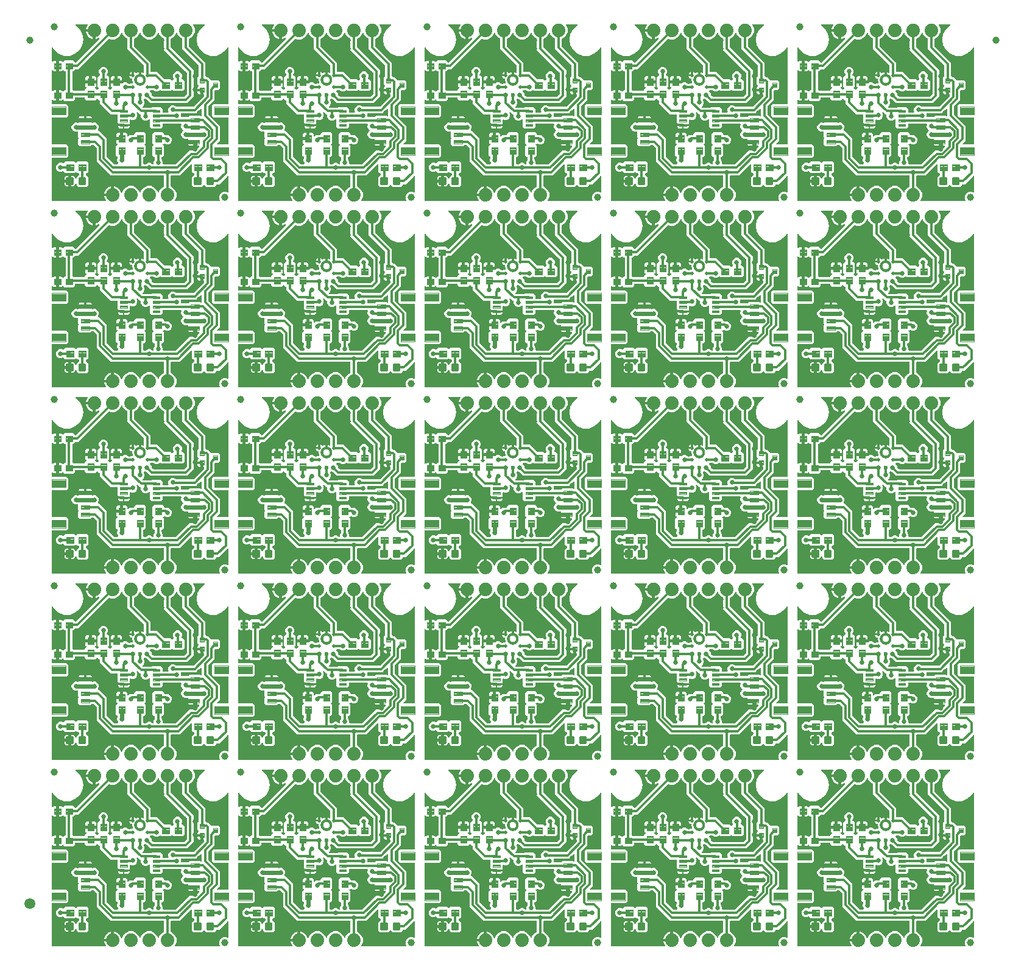
<source format=gtl>
G04 EAGLE Gerber RS-274X export*
G75*
%MOMM*%
%FSLAX34Y34*%
%LPD*%
%INTop Copper*%
%IPPOS*%
%AMOC8*
5,1,8,0,0,1.08239X$1,22.5*%
G01*
%ADD10C,1.000000*%
%ADD11C,0.100000*%
%ADD12C,0.096000*%
%ADD13C,0.102000*%
%ADD14C,1.879600*%
%ADD15C,0.300000*%
%ADD16C,0.650000*%
%ADD17C,0.600000*%
%ADD18C,0.460000*%
%ADD19C,0.102500*%
%ADD20C,0.099000*%
%ADD21C,0.105000*%
%ADD22C,1.500000*%
%ADD23C,0.609600*%
%ADD24C,0.254000*%
%ADD25C,0.655600*%
%ADD26C,0.304800*%

G36*
X596675Y522238D02*
X596675Y522238D01*
X596767Y522241D01*
X596816Y522257D01*
X596866Y522265D01*
X596950Y522302D01*
X597037Y522331D01*
X597079Y522360D01*
X597125Y522381D01*
X597195Y522440D01*
X597271Y522492D01*
X597303Y522532D01*
X597342Y522564D01*
X597393Y522641D01*
X597452Y522712D01*
X597472Y522759D01*
X597500Y522801D01*
X597528Y522889D01*
X597564Y522973D01*
X597570Y523024D01*
X597586Y523072D01*
X597588Y523164D01*
X597599Y523255D01*
X597592Y523306D01*
X597593Y523356D01*
X597570Y523445D01*
X597555Y523536D01*
X597535Y523576D01*
X597521Y523631D01*
X597440Y523768D01*
X597406Y523837D01*
X596849Y524603D01*
X595996Y526277D01*
X595415Y528064D01*
X595294Y528829D01*
X606044Y528829D01*
X606102Y528837D01*
X606160Y528835D01*
X606242Y528857D01*
X606325Y528869D01*
X606379Y528893D01*
X606435Y528907D01*
X606508Y528950D01*
X606585Y528985D01*
X606629Y529023D01*
X606680Y529053D01*
X606737Y529114D01*
X606802Y529169D01*
X606834Y529217D01*
X606874Y529260D01*
X606913Y529335D01*
X606959Y529405D01*
X606977Y529461D01*
X607004Y529513D01*
X607015Y529581D01*
X607045Y529676D01*
X607048Y529776D01*
X607059Y529844D01*
X607059Y530861D01*
X608076Y530861D01*
X608134Y530869D01*
X608192Y530868D01*
X608274Y530889D01*
X608357Y530901D01*
X608411Y530925D01*
X608467Y530939D01*
X608540Y530982D01*
X608617Y531017D01*
X608662Y531055D01*
X608712Y531085D01*
X608770Y531146D01*
X608834Y531201D01*
X608866Y531249D01*
X608906Y531292D01*
X608945Y531367D01*
X608991Y531437D01*
X609009Y531493D01*
X609036Y531545D01*
X609047Y531613D01*
X609077Y531708D01*
X609080Y531808D01*
X609091Y531876D01*
X609091Y542626D01*
X609856Y542505D01*
X611643Y541924D01*
X613317Y541071D01*
X614838Y539966D01*
X616166Y538638D01*
X617271Y537117D01*
X618124Y535443D01*
X618488Y534323D01*
X618518Y534261D01*
X618539Y534195D01*
X618580Y534134D01*
X618613Y534068D01*
X618659Y534017D01*
X618698Y533959D01*
X618754Y533912D01*
X618803Y533857D01*
X618862Y533821D01*
X618915Y533776D01*
X618982Y533746D01*
X619045Y533707D01*
X619112Y533689D01*
X619175Y533661D01*
X619248Y533651D01*
X619319Y533631D01*
X619388Y533631D01*
X619457Y533622D01*
X619529Y533632D01*
X619603Y533633D01*
X619670Y533653D01*
X619738Y533662D01*
X619805Y533693D01*
X619876Y533714D01*
X619934Y533751D01*
X619997Y533780D01*
X620053Y533827D01*
X620115Y533867D01*
X620161Y533919D01*
X620213Y533964D01*
X620246Y534017D01*
X620303Y534081D01*
X620352Y534185D01*
X620391Y534249D01*
X621908Y537911D01*
X625409Y541412D01*
X629984Y543307D01*
X634936Y543307D01*
X639511Y541412D01*
X643012Y537911D01*
X644222Y534989D01*
X644237Y534964D01*
X644246Y534936D01*
X644309Y534841D01*
X644367Y534744D01*
X644388Y534724D01*
X644404Y534699D01*
X644491Y534626D01*
X644573Y534549D01*
X644599Y534535D01*
X644622Y534516D01*
X644725Y534470D01*
X644826Y534419D01*
X644855Y534413D01*
X644882Y534401D01*
X644994Y534385D01*
X645105Y534364D01*
X645134Y534366D01*
X645163Y534362D01*
X645275Y534378D01*
X645388Y534388D01*
X645415Y534399D01*
X645444Y534403D01*
X645548Y534449D01*
X645653Y534490D01*
X645677Y534508D01*
X645704Y534520D01*
X645790Y534593D01*
X645880Y534662D01*
X645898Y534685D01*
X645920Y534704D01*
X645962Y534771D01*
X646050Y534889D01*
X646072Y534948D01*
X646098Y534989D01*
X647308Y537911D01*
X650809Y541412D01*
X655384Y543307D01*
X660336Y543307D01*
X664911Y541412D01*
X668412Y537911D01*
X669622Y534989D01*
X669637Y534964D01*
X669646Y534936D01*
X669709Y534841D01*
X669767Y534744D01*
X669788Y534724D01*
X669804Y534699D01*
X669891Y534626D01*
X669973Y534549D01*
X669999Y534535D01*
X670022Y534516D01*
X670125Y534470D01*
X670226Y534419D01*
X670255Y534413D01*
X670282Y534401D01*
X670394Y534385D01*
X670505Y534364D01*
X670534Y534366D01*
X670563Y534362D01*
X670675Y534378D01*
X670788Y534388D01*
X670815Y534399D01*
X670844Y534403D01*
X670948Y534449D01*
X671053Y534490D01*
X671077Y534508D01*
X671104Y534520D01*
X671190Y534593D01*
X671280Y534662D01*
X671298Y534685D01*
X671320Y534704D01*
X671362Y534771D01*
X671450Y534889D01*
X671472Y534948D01*
X671498Y534989D01*
X672708Y537911D01*
X676209Y541412D01*
X678061Y542179D01*
X678062Y542179D01*
X678063Y542180D01*
X678184Y542251D01*
X678305Y542323D01*
X678306Y542324D01*
X678308Y542325D01*
X678405Y542429D01*
X678501Y542530D01*
X678501Y542531D01*
X678502Y542532D01*
X678565Y542654D01*
X678631Y542782D01*
X678631Y542784D01*
X678632Y542785D01*
X678634Y542800D01*
X678686Y543061D01*
X678683Y543092D01*
X678687Y543117D01*
X678687Y556792D01*
X678680Y556842D01*
X678681Y556860D01*
X678679Y556864D01*
X678681Y556908D01*
X678659Y556990D01*
X678647Y557074D01*
X678624Y557127D01*
X678609Y557183D01*
X678566Y557256D01*
X678531Y557333D01*
X678493Y557378D01*
X678464Y557428D01*
X678402Y557486D01*
X678348Y557550D01*
X678299Y557582D01*
X678256Y557622D01*
X678181Y557661D01*
X678111Y557708D01*
X678055Y557725D01*
X678003Y557752D01*
X677935Y557763D01*
X677840Y557793D01*
X677740Y557796D01*
X677672Y557807D01*
X604921Y557807D01*
X584961Y577767D01*
X584961Y595601D01*
X584949Y595688D01*
X584946Y595775D01*
X584929Y595828D01*
X584921Y595883D01*
X584886Y595963D01*
X584859Y596046D01*
X584831Y596085D01*
X584805Y596142D01*
X584709Y596256D01*
X584664Y596319D01*
X581093Y599890D01*
X581023Y599942D01*
X580960Y600002D01*
X580910Y600028D01*
X580866Y600061D01*
X580784Y600092D01*
X580706Y600132D01*
X580659Y600140D01*
X580600Y600162D01*
X580453Y600174D01*
X580375Y600187D01*
X578571Y600187D01*
X578484Y600175D01*
X578397Y600172D01*
X578344Y600155D01*
X578289Y600147D01*
X578209Y600112D01*
X578126Y600085D01*
X578087Y600057D01*
X578030Y600031D01*
X577917Y599935D01*
X577853Y599890D01*
X576674Y598711D01*
X561246Y598711D01*
X559161Y600796D01*
X559161Y608724D01*
X559479Y609042D01*
X559514Y609089D01*
X559557Y609129D01*
X559600Y609202D01*
X559650Y609269D01*
X559671Y609324D01*
X559701Y609374D01*
X559721Y609456D01*
X559751Y609535D01*
X559756Y609593D01*
X559771Y609650D01*
X559768Y609734D01*
X559775Y609818D01*
X559763Y609876D01*
X559762Y609934D01*
X559736Y610014D01*
X559719Y610097D01*
X559692Y610149D01*
X559674Y610205D01*
X559634Y610261D01*
X559588Y610349D01*
X559519Y610422D01*
X559479Y610478D01*
X559161Y610796D01*
X559161Y617648D01*
X559153Y617706D01*
X559155Y617764D01*
X559133Y617846D01*
X559121Y617930D01*
X559098Y617983D01*
X559083Y618039D01*
X559040Y618112D01*
X559005Y618189D01*
X558967Y618234D01*
X558938Y618284D01*
X558876Y618342D01*
X558822Y618406D01*
X558773Y618438D01*
X558730Y618478D01*
X558655Y618517D01*
X558585Y618564D01*
X558529Y618581D01*
X558477Y618608D01*
X558409Y618619D01*
X558314Y618649D01*
X558214Y618652D01*
X558146Y618663D01*
X558083Y618663D01*
X558052Y618659D01*
X558021Y618661D01*
X557944Y618644D01*
X557801Y618623D01*
X557742Y618597D01*
X557694Y618586D01*
X557518Y618513D01*
X555002Y618513D01*
X552676Y619476D01*
X550896Y621256D01*
X549933Y623582D01*
X549933Y626098D01*
X550896Y628424D01*
X552676Y630204D01*
X555002Y631167D01*
X557518Y631167D01*
X558080Y630934D01*
X558110Y630926D01*
X558138Y630912D01*
X558215Y630899D01*
X558356Y630863D01*
X558420Y630865D01*
X558469Y630857D01*
X558654Y630857D01*
X558712Y630865D01*
X558770Y630863D01*
X558852Y630885D01*
X558936Y630897D01*
X558989Y630920D01*
X559045Y630935D01*
X559118Y630978D01*
X559195Y631013D01*
X559240Y631051D01*
X559290Y631080D01*
X559348Y631142D01*
X559412Y631196D01*
X559444Y631245D01*
X559484Y631288D01*
X559523Y631363D01*
X559570Y631433D01*
X559587Y631489D01*
X559614Y631541D01*
X559625Y631609D01*
X559655Y631704D01*
X559658Y631804D01*
X559669Y631872D01*
X559669Y633261D01*
X568476Y633261D01*
X568534Y633269D01*
X568592Y633267D01*
X568674Y633289D01*
X568757Y633301D01*
X568811Y633324D01*
X568867Y633339D01*
X568940Y633382D01*
X568959Y633391D01*
X569005Y633360D01*
X569061Y633343D01*
X569113Y633316D01*
X569181Y633305D01*
X569276Y633275D01*
X569376Y633272D01*
X569444Y633261D01*
X578251Y633261D01*
X578251Y631952D01*
X578259Y631894D01*
X578257Y631836D01*
X578279Y631754D01*
X578291Y631670D01*
X578314Y631617D01*
X578329Y631561D01*
X578372Y631488D01*
X578407Y631411D01*
X578445Y631366D01*
X578474Y631316D01*
X578536Y631258D01*
X578590Y631194D01*
X578639Y631162D01*
X578682Y631122D01*
X578757Y631083D01*
X578827Y631036D01*
X578883Y631019D01*
X578935Y630992D01*
X579003Y630981D01*
X579098Y630951D01*
X579198Y630948D01*
X579266Y630937D01*
X579644Y630937D01*
X579675Y630941D01*
X579706Y630939D01*
X579782Y630956D01*
X579926Y630977D01*
X579985Y631003D01*
X580033Y631014D01*
X580402Y631167D01*
X582918Y631167D01*
X585244Y630204D01*
X587024Y628424D01*
X587987Y626098D01*
X587987Y623582D01*
X587024Y621256D01*
X586833Y621066D01*
X586816Y621042D01*
X586793Y621023D01*
X586730Y620929D01*
X586662Y620839D01*
X586652Y620811D01*
X586636Y620787D01*
X586601Y620679D01*
X586561Y620573D01*
X586559Y620544D01*
X586550Y620516D01*
X586547Y620403D01*
X586538Y620290D01*
X586543Y620261D01*
X586543Y620232D01*
X586571Y620122D01*
X586593Y620011D01*
X586607Y619985D01*
X586614Y619957D01*
X586672Y619859D01*
X586724Y619759D01*
X586745Y619737D01*
X586760Y619712D01*
X586842Y619635D01*
X586920Y619553D01*
X586946Y619538D01*
X586967Y619518D01*
X587068Y619466D01*
X587165Y619409D01*
X587194Y619402D01*
X587220Y619388D01*
X587297Y619375D01*
X587441Y619339D01*
X587503Y619341D01*
X587551Y619333D01*
X588554Y619333D01*
X598933Y608954D01*
X598933Y583975D01*
X598945Y583888D01*
X598948Y583801D01*
X598965Y583748D01*
X598973Y583693D01*
X599008Y583613D01*
X599035Y583530D01*
X599063Y583491D01*
X599089Y583434D01*
X599185Y583320D01*
X599230Y583257D01*
X608657Y573830D01*
X608727Y573778D01*
X608790Y573718D01*
X608840Y573692D01*
X608884Y573659D01*
X608966Y573628D01*
X609044Y573588D01*
X609091Y573580D01*
X609150Y573558D01*
X609297Y573546D01*
X609375Y573533D01*
X613949Y573533D01*
X613978Y573537D01*
X614007Y573534D01*
X614118Y573557D01*
X614230Y573573D01*
X614257Y573585D01*
X614286Y573590D01*
X614386Y573642D01*
X614490Y573689D01*
X614512Y573708D01*
X614538Y573721D01*
X614621Y573799D01*
X614707Y573872D01*
X614723Y573897D01*
X614744Y573917D01*
X614802Y574015D01*
X614864Y574109D01*
X614873Y574137D01*
X614888Y574162D01*
X614916Y574272D01*
X614950Y574380D01*
X614951Y574409D01*
X614958Y574438D01*
X614955Y574551D01*
X614957Y574664D01*
X614950Y574693D01*
X614949Y574722D01*
X614914Y574830D01*
X614886Y574939D01*
X614871Y574965D01*
X614862Y574993D01*
X614816Y575057D01*
X614740Y575184D01*
X614695Y575227D01*
X614667Y575266D01*
X614396Y575536D01*
X613433Y577862D01*
X613433Y580378D01*
X613586Y580747D01*
X613594Y580777D01*
X613608Y580805D01*
X613621Y580882D01*
X613626Y580902D01*
X613638Y580941D01*
X613639Y580951D01*
X613657Y581022D01*
X613655Y581087D01*
X613663Y581136D01*
X613663Y583368D01*
X613651Y583454D01*
X613648Y583542D01*
X613631Y583594D01*
X613623Y583649D01*
X613588Y583729D01*
X613561Y583812D01*
X613533Y583851D01*
X613507Y583908D01*
X613411Y584022D01*
X613366Y584085D01*
X611711Y585740D01*
X611711Y598680D01*
X613383Y600351D01*
X613418Y600398D01*
X613460Y600438D01*
X613503Y600511D01*
X613554Y600578D01*
X613574Y600633D01*
X613604Y600684D01*
X613625Y600765D01*
X613655Y600844D01*
X613660Y600902D01*
X613674Y600959D01*
X613671Y601043D01*
X613678Y601127D01*
X613667Y601185D01*
X613665Y601243D01*
X613639Y601324D01*
X613622Y601406D01*
X613596Y601458D01*
X613578Y601514D01*
X613537Y601570D01*
X613491Y601659D01*
X613423Y601731D01*
X613383Y601787D01*
X612827Y602343D01*
X612426Y603036D01*
X612219Y603810D01*
X612219Y607179D01*
X618744Y607179D01*
X618802Y607187D01*
X618860Y607185D01*
X618942Y607207D01*
X619025Y607219D01*
X619079Y607243D01*
X619135Y607257D01*
X619208Y607300D01*
X619285Y607335D01*
X619329Y607373D01*
X619380Y607403D01*
X619437Y607464D01*
X619502Y607519D01*
X619534Y607567D01*
X619574Y607610D01*
X619613Y607685D01*
X619659Y607755D01*
X619677Y607811D01*
X619704Y607863D01*
X619715Y607931D01*
X619745Y608026D01*
X619748Y608126D01*
X619759Y608194D01*
X619759Y609211D01*
X620776Y609211D01*
X620834Y609219D01*
X620892Y609218D01*
X620974Y609239D01*
X621057Y609251D01*
X621111Y609275D01*
X621167Y609289D01*
X621240Y609332D01*
X621317Y609367D01*
X621361Y609405D01*
X621412Y609435D01*
X621469Y609496D01*
X621534Y609551D01*
X621566Y609599D01*
X621606Y609642D01*
X621645Y609717D01*
X621691Y609787D01*
X621709Y609843D01*
X621736Y609895D01*
X621747Y609963D01*
X621777Y610058D01*
X621780Y610158D01*
X621791Y610226D01*
X621791Y617251D01*
X624660Y617251D01*
X625434Y617044D01*
X626127Y616643D01*
X626693Y616077D01*
X627094Y615384D01*
X627301Y614610D01*
X627301Y613290D01*
X627317Y613177D01*
X627327Y613062D01*
X627337Y613036D01*
X627341Y613009D01*
X627388Y612904D01*
X627429Y612797D01*
X627445Y612775D01*
X627457Y612749D01*
X627531Y612662D01*
X627600Y612570D01*
X627623Y612554D01*
X627640Y612532D01*
X627736Y612469D01*
X627828Y612400D01*
X627854Y612390D01*
X627877Y612375D01*
X627987Y612340D01*
X628094Y612300D01*
X628122Y612297D01*
X628148Y612289D01*
X628263Y612286D01*
X628377Y612277D01*
X628402Y612283D01*
X628432Y612282D01*
X628689Y612349D01*
X628705Y612352D01*
X631202Y613387D01*
X631899Y613387D01*
X631986Y613399D01*
X632073Y613402D01*
X632126Y613419D01*
X632181Y613427D01*
X632261Y613462D01*
X632344Y613489D01*
X632383Y613517D01*
X632440Y613543D01*
X632554Y613639D01*
X632617Y613684D01*
X632716Y613783D01*
X636096Y613783D01*
X636154Y613791D01*
X636212Y613789D01*
X636294Y613811D01*
X636378Y613823D01*
X636431Y613846D01*
X636487Y613861D01*
X636560Y613904D01*
X636637Y613939D01*
X636682Y613977D01*
X636732Y614006D01*
X636790Y614068D01*
X636854Y614122D01*
X636886Y614171D01*
X636926Y614214D01*
X636965Y614289D01*
X637012Y614359D01*
X637029Y614415D01*
X637056Y614467D01*
X637067Y614535D01*
X637097Y614630D01*
X637100Y614730D01*
X637111Y614798D01*
X637111Y615680D01*
X639190Y617759D01*
X651130Y617759D01*
X653209Y615680D01*
X653209Y602740D01*
X651897Y601428D01*
X651861Y601381D01*
X651819Y601341D01*
X651776Y601268D01*
X651726Y601201D01*
X651705Y601146D01*
X651675Y601096D01*
X651655Y601014D01*
X651624Y600935D01*
X651620Y600877D01*
X651605Y600820D01*
X651608Y600736D01*
X651601Y600652D01*
X651612Y600594D01*
X651614Y600536D01*
X651640Y600456D01*
X651657Y600373D01*
X651684Y600321D01*
X651702Y600265D01*
X651742Y600209D01*
X651788Y600121D01*
X651856Y600048D01*
X651897Y599992D01*
X653209Y598680D01*
X653209Y585740D01*
X651130Y583661D01*
X650748Y583661D01*
X650690Y583653D01*
X650632Y583655D01*
X650550Y583633D01*
X650466Y583621D01*
X650413Y583598D01*
X650357Y583583D01*
X650284Y583540D01*
X650207Y583505D01*
X650162Y583467D01*
X650112Y583438D01*
X650054Y583376D01*
X649990Y583322D01*
X649958Y583273D01*
X649918Y583230D01*
X649879Y583155D01*
X649832Y583085D01*
X649815Y583029D01*
X649788Y582977D01*
X649777Y582909D01*
X649747Y582814D01*
X649744Y582714D01*
X649733Y582646D01*
X649733Y574548D01*
X649741Y574490D01*
X649739Y574432D01*
X649761Y574350D01*
X649773Y574266D01*
X649796Y574213D01*
X649811Y574157D01*
X649854Y574084D01*
X649889Y574007D01*
X649927Y573962D01*
X649956Y573912D01*
X650018Y573854D01*
X650072Y573790D01*
X650121Y573758D01*
X650164Y573718D01*
X650239Y573679D01*
X650309Y573632D01*
X650365Y573615D01*
X650417Y573588D01*
X650485Y573577D01*
X650580Y573547D01*
X650680Y573544D01*
X650748Y573533D01*
X653065Y573533D01*
X653151Y573545D01*
X653239Y573548D01*
X653292Y573565D01*
X653346Y573573D01*
X653426Y573608D01*
X653509Y573635D01*
X653549Y573663D01*
X653606Y573689D01*
X653719Y573785D01*
X653783Y573830D01*
X654276Y574324D01*
X656602Y575287D01*
X659118Y575287D01*
X661444Y574324D01*
X661937Y573830D01*
X662007Y573778D01*
X662071Y573718D01*
X662120Y573692D01*
X662164Y573659D01*
X662246Y573628D01*
X662324Y573588D01*
X662372Y573580D01*
X662430Y573558D01*
X662578Y573546D01*
X662655Y573533D01*
X663218Y573533D01*
X663276Y573541D01*
X663334Y573539D01*
X663416Y573561D01*
X663500Y573573D01*
X663553Y573596D01*
X663609Y573611D01*
X663682Y573654D01*
X663759Y573689D01*
X663804Y573727D01*
X663854Y573756D01*
X663912Y573818D01*
X663976Y573872D01*
X664008Y573921D01*
X664048Y573964D01*
X664087Y574039D01*
X664134Y574109D01*
X664151Y574165D01*
X664178Y574217D01*
X664189Y574285D01*
X664219Y574380D01*
X664222Y574480D01*
X664233Y574548D01*
X664233Y576798D01*
X665196Y579124D01*
X665690Y579617D01*
X665742Y579687D01*
X665802Y579751D01*
X665828Y579800D01*
X665861Y579844D01*
X665892Y579926D01*
X665932Y580004D01*
X665940Y580052D01*
X665962Y580110D01*
X665974Y580258D01*
X665987Y580335D01*
X665987Y582646D01*
X665979Y582704D01*
X665981Y582762D01*
X665959Y582844D01*
X665947Y582928D01*
X665924Y582981D01*
X665909Y583037D01*
X665866Y583110D01*
X665831Y583187D01*
X665793Y583232D01*
X665764Y583282D01*
X665702Y583340D01*
X665648Y583404D01*
X665599Y583436D01*
X665556Y583476D01*
X665481Y583515D01*
X665411Y583562D01*
X665355Y583579D01*
X665303Y583606D01*
X665235Y583617D01*
X665140Y583647D01*
X665040Y583650D01*
X664972Y583661D01*
X664590Y583661D01*
X662511Y585740D01*
X662511Y598680D01*
X663823Y599992D01*
X663859Y600039D01*
X663901Y600079D01*
X663944Y600152D01*
X663994Y600219D01*
X664015Y600274D01*
X664045Y600324D01*
X664065Y600406D01*
X664096Y600485D01*
X664100Y600543D01*
X664115Y600600D01*
X664112Y600684D01*
X664119Y600768D01*
X664108Y600826D01*
X664106Y600884D01*
X664080Y600964D01*
X664063Y601047D01*
X664036Y601099D01*
X664018Y601155D01*
X663978Y601211D01*
X663932Y601299D01*
X663863Y601372D01*
X663823Y601428D01*
X662511Y602740D01*
X662511Y615680D01*
X664590Y617759D01*
X676530Y617759D01*
X678609Y615680D01*
X678609Y614798D01*
X678617Y614740D01*
X678615Y614682D01*
X678637Y614600D01*
X678649Y614516D01*
X678672Y614463D01*
X678687Y614407D01*
X678730Y614334D01*
X678765Y614257D01*
X678803Y614212D01*
X678832Y614162D01*
X678894Y614104D01*
X678948Y614040D01*
X678997Y614008D01*
X679040Y613968D01*
X679115Y613929D01*
X679185Y613882D01*
X679241Y613865D01*
X679293Y613838D01*
X679361Y613827D01*
X679456Y613797D01*
X679556Y613794D01*
X679624Y613783D01*
X683004Y613783D01*
X683103Y613684D01*
X683173Y613632D01*
X683236Y613572D01*
X683286Y613546D01*
X683330Y613513D01*
X683412Y613482D01*
X683490Y613442D01*
X683537Y613434D01*
X683596Y613412D01*
X683743Y613400D01*
X683821Y613387D01*
X684518Y613387D01*
X686844Y612424D01*
X688624Y610644D01*
X689587Y608318D01*
X689587Y605802D01*
X688624Y603476D01*
X686844Y601696D01*
X684518Y600733D01*
X682002Y600733D01*
X679676Y601696D01*
X679339Y602034D01*
X679292Y602069D01*
X679252Y602112D01*
X679179Y602154D01*
X679111Y602205D01*
X679057Y602226D01*
X679006Y602255D01*
X678925Y602276D01*
X678846Y602306D01*
X678787Y602311D01*
X678731Y602325D01*
X678647Y602323D01*
X678562Y602330D01*
X678505Y602318D01*
X678447Y602316D01*
X678366Y602290D01*
X678284Y602274D01*
X678232Y602247D01*
X678176Y602229D01*
X678120Y602189D01*
X678031Y602143D01*
X677959Y602074D01*
X677903Y602034D01*
X677297Y601428D01*
X677261Y601381D01*
X677219Y601341D01*
X677176Y601268D01*
X677126Y601201D01*
X677105Y601146D01*
X677075Y601096D01*
X677055Y601014D01*
X677024Y600935D01*
X677020Y600877D01*
X677005Y600820D01*
X677008Y600736D01*
X677001Y600652D01*
X677012Y600594D01*
X677014Y600536D01*
X677040Y600456D01*
X677057Y600373D01*
X677084Y600321D01*
X677102Y600265D01*
X677142Y600209D01*
X677188Y600121D01*
X677256Y600048D01*
X677297Y599992D01*
X678609Y598680D01*
X678609Y585740D01*
X676530Y583661D01*
X676148Y583661D01*
X676090Y583653D01*
X676032Y583655D01*
X675950Y583633D01*
X675866Y583621D01*
X675813Y583598D01*
X675757Y583583D01*
X675684Y583540D01*
X675607Y583505D01*
X675562Y583467D01*
X675512Y583438D01*
X675454Y583376D01*
X675390Y583322D01*
X675358Y583273D01*
X675318Y583230D01*
X675279Y583155D01*
X675232Y583085D01*
X675215Y583029D01*
X675188Y582977D01*
X675177Y582909D01*
X675147Y582814D01*
X675144Y582714D01*
X675133Y582646D01*
X675133Y580335D01*
X675145Y580249D01*
X675148Y580161D01*
X675165Y580108D01*
X675173Y580054D01*
X675208Y579974D01*
X675235Y579891D01*
X675263Y579851D01*
X675289Y579794D01*
X675385Y579681D01*
X675430Y579617D01*
X675924Y579124D01*
X676887Y576798D01*
X676887Y574548D01*
X676895Y574490D01*
X676893Y574432D01*
X676915Y574350D01*
X676927Y574266D01*
X676950Y574213D01*
X676965Y574157D01*
X677008Y574084D01*
X677043Y574007D01*
X677081Y573962D01*
X677110Y573912D01*
X677172Y573854D01*
X677226Y573790D01*
X677275Y573758D01*
X677318Y573718D01*
X677393Y573679D01*
X677463Y573632D01*
X677519Y573615D01*
X677571Y573588D01*
X677639Y573577D01*
X677734Y573547D01*
X677834Y573544D01*
X677902Y573533D01*
X694915Y573533D01*
X695002Y573545D01*
X695089Y573548D01*
X695142Y573565D01*
X695197Y573573D01*
X695277Y573608D01*
X695360Y573635D01*
X695399Y573663D01*
X695456Y573689D01*
X695569Y573785D01*
X695633Y573830D01*
X711180Y589377D01*
X714156Y592353D01*
X721771Y592353D01*
X721858Y592365D01*
X721945Y592368D01*
X721998Y592385D01*
X722052Y592393D01*
X722132Y592428D01*
X722215Y592455D01*
X722255Y592483D01*
X722312Y592509D01*
X722425Y592605D01*
X722489Y592650D01*
X727325Y597486D01*
X727343Y597510D01*
X727365Y597529D01*
X727428Y597623D01*
X727496Y597713D01*
X727506Y597741D01*
X727522Y597765D01*
X727557Y597873D01*
X727597Y597979D01*
X727599Y598008D01*
X727608Y598036D01*
X727611Y598150D01*
X727621Y598262D01*
X727615Y598291D01*
X727616Y598320D01*
X727587Y598430D01*
X727565Y598541D01*
X727551Y598567D01*
X727544Y598595D01*
X727486Y598693D01*
X727434Y598793D01*
X727413Y598815D01*
X727398Y598840D01*
X727316Y598917D01*
X727238Y598999D01*
X727213Y599014D01*
X727191Y599034D01*
X727090Y599086D01*
X726993Y599143D01*
X726964Y599150D01*
X726938Y599164D01*
X726861Y599177D01*
X726717Y599213D01*
X726655Y599211D01*
X726607Y599219D01*
X722859Y599219D01*
X722859Y604276D01*
X722851Y604334D01*
X722853Y604392D01*
X722831Y604474D01*
X722819Y604557D01*
X722796Y604611D01*
X722781Y604667D01*
X722738Y604740D01*
X722703Y604817D01*
X722665Y604861D01*
X722636Y604912D01*
X722574Y604969D01*
X722520Y605034D01*
X722471Y605066D01*
X722428Y605106D01*
X722353Y605145D01*
X722283Y605191D01*
X722227Y605209D01*
X722175Y605236D01*
X722107Y605247D01*
X722012Y605277D01*
X721912Y605280D01*
X721885Y605284D01*
X721883Y605302D01*
X721884Y605360D01*
X721863Y605442D01*
X721851Y605526D01*
X721827Y605579D01*
X721813Y605635D01*
X721769Y605708D01*
X721735Y605785D01*
X721697Y605830D01*
X721667Y605880D01*
X721606Y605938D01*
X721551Y606002D01*
X721503Y606034D01*
X721460Y606074D01*
X721385Y606113D01*
X721315Y606160D01*
X721259Y606177D01*
X721207Y606204D01*
X721139Y606215D01*
X721044Y606245D01*
X720944Y606248D01*
X720876Y606259D01*
X712069Y606259D01*
X712069Y607648D01*
X712061Y607706D01*
X712063Y607764D01*
X712041Y607846D01*
X712029Y607929D01*
X712006Y607983D01*
X711991Y608039D01*
X711948Y608112D01*
X711913Y608189D01*
X711875Y608234D01*
X711846Y608284D01*
X711784Y608342D01*
X711730Y608406D01*
X711681Y608438D01*
X711638Y608478D01*
X711563Y608517D01*
X711493Y608563D01*
X711437Y608581D01*
X711385Y608608D01*
X711317Y608619D01*
X711222Y608649D01*
X711122Y608652D01*
X711054Y608663D01*
X710869Y608663D01*
X710838Y608659D01*
X710807Y608661D01*
X710731Y608644D01*
X710587Y608623D01*
X710529Y608597D01*
X710480Y608586D01*
X709918Y608353D01*
X707402Y608353D01*
X705076Y609316D01*
X703296Y611096D01*
X702333Y613422D01*
X702333Y615938D01*
X703296Y618264D01*
X704725Y619693D01*
X704760Y619739D01*
X704803Y619780D01*
X704845Y619852D01*
X704896Y619920D01*
X704917Y619974D01*
X704946Y620025D01*
X704967Y620106D01*
X704997Y620185D01*
X705002Y620244D01*
X705017Y620300D01*
X705014Y620385D01*
X705021Y620469D01*
X705009Y620526D01*
X705007Y620584D01*
X704982Y620665D01*
X704965Y620747D01*
X704938Y620799D01*
X704920Y620855D01*
X704880Y620911D01*
X704834Y621000D01*
X704765Y621072D01*
X704725Y621128D01*
X703312Y622542D01*
X702349Y624867D01*
X702349Y627384D01*
X702734Y628313D01*
X702762Y628425D01*
X702797Y628534D01*
X702798Y628562D01*
X702805Y628589D01*
X702801Y628703D01*
X702804Y628818D01*
X702797Y628845D01*
X702797Y628873D01*
X702761Y628982D01*
X702733Y629093D01*
X702718Y629117D01*
X702710Y629144D01*
X702646Y629239D01*
X702587Y629338D01*
X702567Y629357D01*
X702552Y629380D01*
X702464Y629454D01*
X702380Y629532D01*
X702355Y629545D01*
X702334Y629563D01*
X702229Y629609D01*
X702127Y629662D01*
X702102Y629666D01*
X702074Y629678D01*
X701810Y629715D01*
X701796Y629717D01*
X677224Y629717D01*
X677166Y629709D01*
X677108Y629711D01*
X677026Y629689D01*
X676942Y629677D01*
X676889Y629654D01*
X676833Y629639D01*
X676760Y629596D01*
X676683Y629561D01*
X676638Y629523D01*
X676588Y629494D01*
X676530Y629432D01*
X676466Y629378D01*
X676434Y629329D01*
X676394Y629286D01*
X676355Y629211D01*
X676308Y629141D01*
X676291Y629085D01*
X676264Y629033D01*
X676253Y628965D01*
X676223Y628870D01*
X676220Y628770D01*
X676209Y628702D01*
X676209Y624820D01*
X674130Y622741D01*
X661190Y622741D01*
X659111Y624820D01*
X659111Y635013D01*
X659107Y635042D01*
X659110Y635071D01*
X659087Y635182D01*
X659071Y635294D01*
X659059Y635321D01*
X659054Y635350D01*
X659001Y635451D01*
X658955Y635554D01*
X658936Y635576D01*
X658923Y635602D01*
X658845Y635684D01*
X658772Y635771D01*
X658747Y635787D01*
X658727Y635808D01*
X658629Y635865D01*
X658535Y635928D01*
X658507Y635937D01*
X658482Y635952D01*
X658372Y635980D01*
X658264Y636014D01*
X658234Y636015D01*
X658206Y636022D01*
X658093Y636019D01*
X657980Y636021D01*
X657951Y636014D01*
X657922Y636013D01*
X657814Y635978D01*
X657705Y635950D01*
X657679Y635935D01*
X657651Y635926D01*
X657587Y635880D01*
X657460Y635804D01*
X657417Y635759D01*
X657378Y635731D01*
X656364Y634716D01*
X654038Y633753D01*
X651522Y633753D01*
X649196Y634716D01*
X647416Y636496D01*
X646453Y638822D01*
X646453Y641354D01*
X646472Y641425D01*
X646506Y641534D01*
X646507Y641562D01*
X646514Y641589D01*
X646511Y641704D01*
X646514Y641818D01*
X646507Y641845D01*
X646506Y641873D01*
X646471Y641982D01*
X646442Y642093D01*
X646428Y642117D01*
X646419Y642144D01*
X646355Y642239D01*
X646296Y642338D01*
X646276Y642357D01*
X646261Y642380D01*
X646173Y642454D01*
X646089Y642532D01*
X646065Y642545D01*
X646043Y642563D01*
X645939Y642609D01*
X645836Y642662D01*
X645811Y642666D01*
X645784Y642678D01*
X645519Y642715D01*
X645505Y642717D01*
X644946Y642717D01*
X642300Y645363D01*
X642231Y645415D01*
X642169Y645474D01*
X642118Y645500D01*
X642073Y645534D01*
X641992Y645565D01*
X641916Y645604D01*
X641860Y645615D01*
X641807Y645636D01*
X641721Y645643D01*
X641637Y645659D01*
X641580Y645654D01*
X641524Y645659D01*
X641439Y645642D01*
X641354Y645635D01*
X641301Y645614D01*
X641245Y645603D01*
X641169Y645564D01*
X641088Y645533D01*
X641043Y645498D01*
X640993Y645472D01*
X640930Y645413D01*
X640862Y645361D01*
X640828Y645316D01*
X640786Y645276D01*
X640743Y645202D01*
X640692Y645134D01*
X640671Y645080D01*
X640643Y645031D01*
X640622Y644948D01*
X640591Y644868D01*
X640587Y644811D01*
X640573Y644756D01*
X640575Y644670D01*
X640568Y644584D01*
X640580Y644536D01*
X640582Y644472D01*
X640626Y644334D01*
X640644Y644257D01*
X641327Y642608D01*
X641327Y640092D01*
X640364Y637766D01*
X638584Y635986D01*
X636258Y635023D01*
X633742Y635023D01*
X632613Y635491D01*
X632501Y635520D01*
X632392Y635554D01*
X632364Y635555D01*
X632337Y635562D01*
X632223Y635559D01*
X632108Y635562D01*
X632081Y635555D01*
X632053Y635554D01*
X631944Y635519D01*
X631833Y635490D01*
X631809Y635476D01*
X631782Y635467D01*
X631687Y635403D01*
X631588Y635344D01*
X631569Y635324D01*
X631546Y635309D01*
X631472Y635221D01*
X631394Y635137D01*
X631381Y635112D01*
X631363Y635091D01*
X631317Y634986D01*
X631264Y634884D01*
X631260Y634859D01*
X631248Y634831D01*
X631211Y634568D01*
X631209Y634553D01*
X631209Y631320D01*
X630878Y630989D01*
X630831Y630927D01*
X630777Y630872D01*
X630746Y630814D01*
X630707Y630762D01*
X630680Y630690D01*
X630643Y630621D01*
X630629Y630557D01*
X630606Y630497D01*
X630600Y630419D01*
X630583Y630343D01*
X630589Y630287D01*
X630582Y630213D01*
X630608Y630086D01*
X630615Y630009D01*
X630701Y629690D01*
X630701Y628805D01*
X622660Y628805D01*
X614619Y628805D01*
X614619Y629690D01*
X614705Y630009D01*
X614714Y630086D01*
X614733Y630161D01*
X614731Y630226D01*
X614739Y630291D01*
X614727Y630368D01*
X614724Y630446D01*
X614704Y630507D01*
X614694Y630572D01*
X614661Y630642D01*
X614637Y630716D01*
X614604Y630761D01*
X614573Y630829D01*
X614487Y630926D01*
X614442Y630989D01*
X614111Y631320D01*
X614111Y641702D01*
X614103Y641760D01*
X614105Y641818D01*
X614083Y641900D01*
X614071Y641984D01*
X614048Y642037D01*
X614033Y642093D01*
X613990Y642166D01*
X613955Y642243D01*
X613917Y642288D01*
X613888Y642338D01*
X613826Y642396D01*
X613772Y642460D01*
X613723Y642492D01*
X613680Y642532D01*
X613605Y642571D01*
X613535Y642618D01*
X613479Y642635D01*
X613427Y642662D01*
X613359Y642673D01*
X613264Y642703D01*
X613164Y642706D01*
X613096Y642717D01*
X604306Y642717D01*
X589787Y657236D01*
X589787Y661386D01*
X589779Y661444D01*
X589781Y661502D01*
X589759Y661584D01*
X589747Y661668D01*
X589724Y661721D01*
X589709Y661777D01*
X589666Y661850D01*
X589631Y661927D01*
X589593Y661972D01*
X589564Y662022D01*
X589502Y662080D01*
X589448Y662144D01*
X589399Y662176D01*
X589356Y662216D01*
X589281Y662255D01*
X589211Y662302D01*
X589155Y662319D01*
X589103Y662346D01*
X589035Y662357D01*
X588940Y662387D01*
X588840Y662390D01*
X588772Y662401D01*
X588390Y662401D01*
X586188Y664603D01*
X586141Y664639D01*
X586101Y664681D01*
X586028Y664724D01*
X585961Y664774D01*
X585906Y664795D01*
X585856Y664825D01*
X585774Y664845D01*
X585695Y664876D01*
X585637Y664880D01*
X585580Y664895D01*
X585496Y664892D01*
X585412Y664899D01*
X585354Y664888D01*
X585296Y664886D01*
X585216Y664860D01*
X585133Y664843D01*
X585081Y664816D01*
X585025Y664798D01*
X584969Y664758D01*
X584881Y664712D01*
X584808Y664643D01*
X584752Y664603D01*
X582550Y662401D01*
X570610Y662401D01*
X568531Y664480D01*
X568531Y665362D01*
X568523Y665420D01*
X568525Y665478D01*
X568503Y665560D01*
X568491Y665644D01*
X568468Y665697D01*
X568453Y665753D01*
X568410Y665826D01*
X568375Y665903D01*
X568337Y665948D01*
X568308Y665998D01*
X568246Y666056D01*
X568192Y666120D01*
X568143Y666152D01*
X568100Y666192D01*
X568025Y666231D01*
X567955Y666278D01*
X567899Y666295D01*
X567847Y666322D01*
X567779Y666333D01*
X567684Y666363D01*
X567584Y666366D01*
X567516Y666377D01*
X555544Y666377D01*
X555486Y666369D01*
X555428Y666371D01*
X555346Y666349D01*
X555262Y666337D01*
X555209Y666314D01*
X555153Y666299D01*
X555080Y666256D01*
X555003Y666221D01*
X554958Y666183D01*
X554908Y666154D01*
X554850Y666092D01*
X554786Y666038D01*
X554754Y665989D01*
X554714Y665946D01*
X554675Y665871D01*
X554628Y665801D01*
X554611Y665745D01*
X554584Y665693D01*
X554573Y665625D01*
X554543Y665530D01*
X554540Y665430D01*
X554529Y665362D01*
X554529Y663637D01*
X552453Y661561D01*
X540507Y661561D01*
X538839Y663230D01*
X538792Y663265D01*
X538752Y663307D01*
X538679Y663350D01*
X538612Y663401D01*
X538557Y663421D01*
X538506Y663451D01*
X538425Y663472D01*
X538346Y663502D01*
X538288Y663507D01*
X538231Y663521D01*
X538147Y663518D01*
X538063Y663525D01*
X538005Y663514D01*
X537947Y663512D01*
X537866Y663486D01*
X537784Y663470D01*
X537732Y663443D01*
X537676Y663425D01*
X537620Y663384D01*
X537531Y663339D01*
X537459Y663270D01*
X537403Y663230D01*
X536849Y662676D01*
X536157Y662276D01*
X535385Y662069D01*
X532511Y662069D01*
X532511Y668094D01*
X532503Y668152D01*
X532504Y668210D01*
X532483Y668292D01*
X532471Y668375D01*
X532447Y668429D01*
X532433Y668485D01*
X532390Y668558D01*
X532355Y668635D01*
X532317Y668679D01*
X532287Y668730D01*
X532226Y668787D01*
X532171Y668852D01*
X532123Y668884D01*
X532080Y668924D01*
X532005Y668963D01*
X531935Y669009D01*
X531879Y669027D01*
X531827Y669054D01*
X531759Y669065D01*
X531664Y669095D01*
X531564Y669098D01*
X531496Y669109D01*
X529464Y669109D01*
X529406Y669101D01*
X529348Y669102D01*
X529266Y669081D01*
X529183Y669069D01*
X529129Y669045D01*
X529073Y669031D01*
X529000Y668988D01*
X528923Y668953D01*
X528878Y668915D01*
X528828Y668885D01*
X528770Y668824D01*
X528706Y668769D01*
X528674Y668721D01*
X528634Y668678D01*
X528595Y668603D01*
X528549Y668533D01*
X528531Y668477D01*
X528504Y668425D01*
X528493Y668357D01*
X528463Y668262D01*
X528460Y668162D01*
X528449Y668094D01*
X528449Y662069D01*
X525575Y662069D01*
X524803Y662276D01*
X524111Y662676D01*
X523958Y662829D01*
X523934Y662847D01*
X523915Y662869D01*
X523821Y662932D01*
X523731Y663000D01*
X523703Y663010D01*
X523679Y663027D01*
X523571Y663061D01*
X523465Y663101D01*
X523436Y663103D01*
X523408Y663112D01*
X523295Y663115D01*
X523182Y663125D01*
X523153Y663119D01*
X523124Y663120D01*
X523014Y663091D01*
X522903Y663069D01*
X522877Y663055D01*
X522849Y663048D01*
X522752Y662990D01*
X522651Y662938D01*
X522629Y662918D01*
X522604Y662903D01*
X522527Y662820D01*
X522445Y662742D01*
X522430Y662717D01*
X522410Y662695D01*
X522358Y662594D01*
X522301Y662497D01*
X522294Y662468D01*
X522280Y662442D01*
X522267Y662365D01*
X522231Y662221D01*
X522233Y662159D01*
X522225Y662111D01*
X522225Y657824D01*
X522233Y657766D01*
X522231Y657708D01*
X522253Y657626D01*
X522265Y657542D01*
X522288Y657489D01*
X522303Y657433D01*
X522346Y657360D01*
X522381Y657283D01*
X522419Y657238D01*
X522448Y657188D01*
X522510Y657130D01*
X522564Y657066D01*
X522613Y657034D01*
X522656Y656994D01*
X522731Y656955D01*
X522801Y656908D01*
X522857Y656891D01*
X522909Y656864D01*
X522977Y656853D01*
X523072Y656823D01*
X523172Y656820D01*
X523240Y656809D01*
X543192Y656809D01*
X545259Y654742D01*
X545259Y640778D01*
X543192Y638711D01*
X523240Y638711D01*
X523182Y638703D01*
X523124Y638705D01*
X523042Y638683D01*
X522958Y638671D01*
X522905Y638648D01*
X522849Y638633D01*
X522776Y638590D01*
X522699Y638555D01*
X522654Y638517D01*
X522604Y638488D01*
X522546Y638426D01*
X522482Y638372D01*
X522450Y638323D01*
X522410Y638280D01*
X522371Y638205D01*
X522324Y638135D01*
X522307Y638079D01*
X522280Y638027D01*
X522269Y637959D01*
X522239Y637864D01*
X522236Y637764D01*
X522225Y637696D01*
X522225Y601824D01*
X522233Y601766D01*
X522231Y601708D01*
X522253Y601626D01*
X522265Y601542D01*
X522288Y601489D01*
X522303Y601433D01*
X522346Y601360D01*
X522381Y601283D01*
X522419Y601238D01*
X522448Y601188D01*
X522510Y601130D01*
X522564Y601066D01*
X522613Y601034D01*
X522656Y600994D01*
X522731Y600955D01*
X522801Y600908D01*
X522857Y600891D01*
X522909Y600864D01*
X522977Y600853D01*
X523072Y600823D01*
X523172Y600820D01*
X523240Y600809D01*
X543192Y600809D01*
X545259Y598742D01*
X545259Y584778D01*
X543192Y582711D01*
X523240Y582711D01*
X523182Y582703D01*
X523124Y582705D01*
X523042Y582683D01*
X522958Y582671D01*
X522905Y582648D01*
X522849Y582633D01*
X522776Y582590D01*
X522699Y582555D01*
X522654Y582517D01*
X522604Y582488D01*
X522546Y582426D01*
X522482Y582372D01*
X522450Y582323D01*
X522410Y582280D01*
X522371Y582205D01*
X522324Y582135D01*
X522307Y582079D01*
X522280Y582027D01*
X522269Y581959D01*
X522239Y581864D01*
X522236Y581764D01*
X522225Y581696D01*
X522225Y523240D01*
X522233Y523182D01*
X522231Y523124D01*
X522253Y523042D01*
X522265Y522958D01*
X522288Y522905D01*
X522303Y522849D01*
X522346Y522776D01*
X522381Y522699D01*
X522419Y522654D01*
X522448Y522604D01*
X522510Y522546D01*
X522564Y522482D01*
X522613Y522450D01*
X522656Y522410D01*
X522731Y522371D01*
X522801Y522324D01*
X522857Y522307D01*
X522909Y522280D01*
X522977Y522269D01*
X523072Y522239D01*
X523172Y522236D01*
X523240Y522225D01*
X596584Y522225D01*
X596675Y522238D01*
G37*
G36*
X337595Y1040398D02*
X337595Y1040398D01*
X337687Y1040401D01*
X337736Y1040417D01*
X337786Y1040425D01*
X337870Y1040462D01*
X337957Y1040491D01*
X337999Y1040520D01*
X338045Y1040541D01*
X338115Y1040600D01*
X338191Y1040652D01*
X338223Y1040692D01*
X338262Y1040724D01*
X338313Y1040801D01*
X338372Y1040872D01*
X338392Y1040919D01*
X338420Y1040961D01*
X338448Y1041049D01*
X338484Y1041133D01*
X338490Y1041184D01*
X338506Y1041232D01*
X338508Y1041324D01*
X338519Y1041415D01*
X338512Y1041466D01*
X338513Y1041516D01*
X338490Y1041605D01*
X338475Y1041696D01*
X338455Y1041736D01*
X338441Y1041791D01*
X338360Y1041928D01*
X338326Y1041997D01*
X337769Y1042763D01*
X336916Y1044437D01*
X336335Y1046224D01*
X336214Y1046989D01*
X346964Y1046989D01*
X347022Y1046997D01*
X347080Y1046995D01*
X347162Y1047017D01*
X347245Y1047029D01*
X347299Y1047053D01*
X347355Y1047067D01*
X347428Y1047110D01*
X347505Y1047145D01*
X347549Y1047183D01*
X347600Y1047213D01*
X347657Y1047274D01*
X347722Y1047329D01*
X347754Y1047377D01*
X347794Y1047420D01*
X347833Y1047495D01*
X347879Y1047565D01*
X347897Y1047621D01*
X347924Y1047673D01*
X347935Y1047741D01*
X347965Y1047836D01*
X347968Y1047936D01*
X347979Y1048004D01*
X347979Y1049021D01*
X348996Y1049021D01*
X349054Y1049029D01*
X349112Y1049028D01*
X349194Y1049049D01*
X349277Y1049061D01*
X349331Y1049085D01*
X349387Y1049099D01*
X349460Y1049142D01*
X349537Y1049177D01*
X349582Y1049215D01*
X349632Y1049245D01*
X349690Y1049306D01*
X349754Y1049361D01*
X349786Y1049409D01*
X349826Y1049452D01*
X349865Y1049527D01*
X349911Y1049597D01*
X349929Y1049653D01*
X349956Y1049705D01*
X349967Y1049773D01*
X349997Y1049868D01*
X350000Y1049968D01*
X350011Y1050036D01*
X350011Y1060786D01*
X350776Y1060665D01*
X352563Y1060084D01*
X354237Y1059231D01*
X355758Y1058126D01*
X357086Y1056798D01*
X358191Y1055277D01*
X359044Y1053603D01*
X359408Y1052483D01*
X359438Y1052421D01*
X359459Y1052355D01*
X359500Y1052294D01*
X359533Y1052228D01*
X359579Y1052177D01*
X359618Y1052119D01*
X359674Y1052072D01*
X359723Y1052017D01*
X359782Y1051981D01*
X359835Y1051936D01*
X359902Y1051906D01*
X359965Y1051867D01*
X360032Y1051849D01*
X360095Y1051821D01*
X360168Y1051811D01*
X360239Y1051791D01*
X360308Y1051791D01*
X360377Y1051782D01*
X360449Y1051792D01*
X360523Y1051793D01*
X360590Y1051813D01*
X360658Y1051822D01*
X360725Y1051853D01*
X360796Y1051874D01*
X360854Y1051911D01*
X360917Y1051940D01*
X360973Y1051987D01*
X361035Y1052027D01*
X361081Y1052079D01*
X361133Y1052124D01*
X361166Y1052177D01*
X361223Y1052241D01*
X361272Y1052345D01*
X361311Y1052409D01*
X362828Y1056071D01*
X366329Y1059572D01*
X370904Y1061467D01*
X375856Y1061467D01*
X380431Y1059572D01*
X383932Y1056071D01*
X385142Y1053149D01*
X385157Y1053124D01*
X385166Y1053096D01*
X385229Y1053001D01*
X385287Y1052904D01*
X385308Y1052884D01*
X385324Y1052859D01*
X385411Y1052786D01*
X385493Y1052709D01*
X385519Y1052695D01*
X385542Y1052676D01*
X385645Y1052630D01*
X385746Y1052579D01*
X385775Y1052573D01*
X385802Y1052561D01*
X385914Y1052545D01*
X386025Y1052524D01*
X386054Y1052526D01*
X386083Y1052522D01*
X386195Y1052538D01*
X386308Y1052548D01*
X386335Y1052559D01*
X386364Y1052563D01*
X386468Y1052609D01*
X386573Y1052650D01*
X386597Y1052668D01*
X386624Y1052680D01*
X386710Y1052753D01*
X386800Y1052822D01*
X386818Y1052845D01*
X386840Y1052864D01*
X386882Y1052931D01*
X386970Y1053049D01*
X386992Y1053108D01*
X387018Y1053149D01*
X388228Y1056071D01*
X391729Y1059572D01*
X396304Y1061467D01*
X401256Y1061467D01*
X405831Y1059572D01*
X409332Y1056071D01*
X410542Y1053149D01*
X410557Y1053124D01*
X410566Y1053096D01*
X410629Y1053001D01*
X410687Y1052904D01*
X410708Y1052884D01*
X410724Y1052859D01*
X410811Y1052786D01*
X410893Y1052709D01*
X410919Y1052695D01*
X410942Y1052676D01*
X411045Y1052630D01*
X411146Y1052579D01*
X411175Y1052573D01*
X411202Y1052561D01*
X411314Y1052545D01*
X411425Y1052524D01*
X411454Y1052526D01*
X411483Y1052522D01*
X411595Y1052538D01*
X411708Y1052548D01*
X411735Y1052559D01*
X411764Y1052563D01*
X411868Y1052609D01*
X411973Y1052650D01*
X411997Y1052668D01*
X412024Y1052680D01*
X412110Y1052753D01*
X412200Y1052822D01*
X412218Y1052845D01*
X412240Y1052864D01*
X412282Y1052931D01*
X412370Y1053049D01*
X412392Y1053108D01*
X412418Y1053149D01*
X413628Y1056071D01*
X417129Y1059572D01*
X418981Y1060339D01*
X418982Y1060339D01*
X418983Y1060340D01*
X419104Y1060411D01*
X419225Y1060483D01*
X419226Y1060484D01*
X419228Y1060485D01*
X419325Y1060589D01*
X419421Y1060690D01*
X419421Y1060691D01*
X419422Y1060692D01*
X419485Y1060814D01*
X419551Y1060942D01*
X419551Y1060944D01*
X419552Y1060945D01*
X419554Y1060960D01*
X419606Y1061221D01*
X419603Y1061252D01*
X419607Y1061277D01*
X419607Y1074952D01*
X419600Y1075002D01*
X419601Y1075020D01*
X419599Y1075024D01*
X419601Y1075068D01*
X419579Y1075150D01*
X419567Y1075234D01*
X419544Y1075287D01*
X419529Y1075343D01*
X419486Y1075416D01*
X419451Y1075493D01*
X419413Y1075538D01*
X419384Y1075588D01*
X419322Y1075646D01*
X419268Y1075710D01*
X419219Y1075742D01*
X419176Y1075782D01*
X419101Y1075821D01*
X419031Y1075868D01*
X418975Y1075885D01*
X418923Y1075912D01*
X418855Y1075923D01*
X418760Y1075953D01*
X418660Y1075956D01*
X418592Y1075967D01*
X345841Y1075967D01*
X325881Y1095927D01*
X325881Y1113761D01*
X325869Y1113848D01*
X325866Y1113935D01*
X325849Y1113988D01*
X325841Y1114043D01*
X325806Y1114123D01*
X325779Y1114206D01*
X325751Y1114245D01*
X325725Y1114302D01*
X325629Y1114416D01*
X325584Y1114479D01*
X322013Y1118050D01*
X321943Y1118102D01*
X321880Y1118162D01*
X321830Y1118188D01*
X321786Y1118221D01*
X321704Y1118252D01*
X321626Y1118292D01*
X321579Y1118300D01*
X321520Y1118322D01*
X321373Y1118334D01*
X321295Y1118347D01*
X319491Y1118347D01*
X319404Y1118335D01*
X319317Y1118332D01*
X319264Y1118315D01*
X319209Y1118307D01*
X319129Y1118272D01*
X319046Y1118245D01*
X319007Y1118217D01*
X318950Y1118191D01*
X318837Y1118095D01*
X318773Y1118050D01*
X317594Y1116871D01*
X302166Y1116871D01*
X300081Y1118956D01*
X300081Y1126884D01*
X300399Y1127202D01*
X300434Y1127249D01*
X300477Y1127289D01*
X300520Y1127362D01*
X300570Y1127429D01*
X300591Y1127484D01*
X300621Y1127534D01*
X300641Y1127616D01*
X300671Y1127695D01*
X300676Y1127753D01*
X300691Y1127810D01*
X300688Y1127894D01*
X300695Y1127978D01*
X300683Y1128036D01*
X300682Y1128094D01*
X300656Y1128174D01*
X300639Y1128257D01*
X300612Y1128309D01*
X300594Y1128365D01*
X300554Y1128421D01*
X300508Y1128509D01*
X300439Y1128582D01*
X300399Y1128638D01*
X300081Y1128956D01*
X300081Y1135808D01*
X300073Y1135866D01*
X300075Y1135924D01*
X300053Y1136006D01*
X300041Y1136090D01*
X300018Y1136143D01*
X300003Y1136199D01*
X299960Y1136272D01*
X299925Y1136349D01*
X299887Y1136394D01*
X299858Y1136444D01*
X299796Y1136502D01*
X299742Y1136566D01*
X299693Y1136598D01*
X299650Y1136638D01*
X299575Y1136677D01*
X299505Y1136724D01*
X299449Y1136741D01*
X299397Y1136768D01*
X299329Y1136779D01*
X299234Y1136809D01*
X299134Y1136812D01*
X299066Y1136823D01*
X299003Y1136823D01*
X298972Y1136819D01*
X298941Y1136821D01*
X298864Y1136804D01*
X298721Y1136783D01*
X298662Y1136757D01*
X298614Y1136746D01*
X298438Y1136673D01*
X295922Y1136673D01*
X293596Y1137636D01*
X291816Y1139416D01*
X290853Y1141742D01*
X290853Y1144258D01*
X291816Y1146584D01*
X293596Y1148364D01*
X295922Y1149327D01*
X298438Y1149327D01*
X299000Y1149094D01*
X299030Y1149086D01*
X299058Y1149072D01*
X299135Y1149059D01*
X299276Y1149023D01*
X299340Y1149025D01*
X299389Y1149017D01*
X299574Y1149017D01*
X299632Y1149025D01*
X299690Y1149023D01*
X299772Y1149045D01*
X299856Y1149057D01*
X299909Y1149080D01*
X299965Y1149095D01*
X300038Y1149138D01*
X300115Y1149173D01*
X300160Y1149211D01*
X300210Y1149240D01*
X300268Y1149302D01*
X300332Y1149356D01*
X300364Y1149405D01*
X300404Y1149448D01*
X300443Y1149523D01*
X300490Y1149593D01*
X300507Y1149649D01*
X300534Y1149701D01*
X300545Y1149769D01*
X300575Y1149864D01*
X300578Y1149964D01*
X300589Y1150032D01*
X300589Y1151421D01*
X309396Y1151421D01*
X309454Y1151429D01*
X309512Y1151427D01*
X309594Y1151449D01*
X309677Y1151461D01*
X309731Y1151484D01*
X309787Y1151499D01*
X309860Y1151542D01*
X309879Y1151551D01*
X309925Y1151520D01*
X309981Y1151503D01*
X310033Y1151476D01*
X310101Y1151465D01*
X310196Y1151435D01*
X310296Y1151432D01*
X310364Y1151421D01*
X319171Y1151421D01*
X319171Y1150112D01*
X319179Y1150054D01*
X319177Y1149996D01*
X319199Y1149914D01*
X319211Y1149830D01*
X319234Y1149777D01*
X319249Y1149721D01*
X319292Y1149648D01*
X319327Y1149571D01*
X319365Y1149526D01*
X319394Y1149476D01*
X319456Y1149418D01*
X319510Y1149354D01*
X319559Y1149322D01*
X319602Y1149282D01*
X319677Y1149243D01*
X319747Y1149196D01*
X319803Y1149179D01*
X319855Y1149152D01*
X319923Y1149141D01*
X320018Y1149111D01*
X320118Y1149108D01*
X320186Y1149097D01*
X320564Y1149097D01*
X320595Y1149101D01*
X320626Y1149099D01*
X320702Y1149116D01*
X320846Y1149137D01*
X320905Y1149163D01*
X320953Y1149174D01*
X321322Y1149327D01*
X323838Y1149327D01*
X326164Y1148364D01*
X327944Y1146584D01*
X328907Y1144258D01*
X328907Y1141742D01*
X327944Y1139416D01*
X327753Y1139226D01*
X327736Y1139202D01*
X327713Y1139183D01*
X327650Y1139089D01*
X327582Y1138999D01*
X327572Y1138971D01*
X327556Y1138947D01*
X327521Y1138839D01*
X327481Y1138733D01*
X327479Y1138704D01*
X327470Y1138676D01*
X327467Y1138563D01*
X327458Y1138450D01*
X327463Y1138421D01*
X327463Y1138392D01*
X327491Y1138282D01*
X327513Y1138171D01*
X327527Y1138145D01*
X327534Y1138117D01*
X327592Y1138019D01*
X327644Y1137919D01*
X327665Y1137897D01*
X327680Y1137872D01*
X327762Y1137795D01*
X327840Y1137713D01*
X327866Y1137698D01*
X327887Y1137678D01*
X327988Y1137626D01*
X328085Y1137569D01*
X328114Y1137562D01*
X328140Y1137548D01*
X328217Y1137535D01*
X328361Y1137499D01*
X328423Y1137501D01*
X328471Y1137493D01*
X329474Y1137493D01*
X339853Y1127114D01*
X339853Y1102135D01*
X339865Y1102048D01*
X339868Y1101961D01*
X339885Y1101908D01*
X339893Y1101853D01*
X339928Y1101773D01*
X339955Y1101690D01*
X339983Y1101651D01*
X340009Y1101594D01*
X340105Y1101480D01*
X340150Y1101417D01*
X349577Y1091990D01*
X349647Y1091938D01*
X349710Y1091878D01*
X349760Y1091852D01*
X349804Y1091819D01*
X349886Y1091788D01*
X349964Y1091748D01*
X350011Y1091740D01*
X350070Y1091718D01*
X350217Y1091706D01*
X350295Y1091693D01*
X354869Y1091693D01*
X354898Y1091697D01*
X354927Y1091694D01*
X355038Y1091717D01*
X355150Y1091733D01*
X355177Y1091745D01*
X355206Y1091750D01*
X355306Y1091802D01*
X355410Y1091849D01*
X355432Y1091868D01*
X355458Y1091881D01*
X355541Y1091959D01*
X355627Y1092032D01*
X355643Y1092057D01*
X355664Y1092077D01*
X355722Y1092175D01*
X355784Y1092269D01*
X355793Y1092297D01*
X355808Y1092322D01*
X355836Y1092432D01*
X355870Y1092540D01*
X355871Y1092569D01*
X355878Y1092598D01*
X355875Y1092711D01*
X355877Y1092824D01*
X355870Y1092853D01*
X355869Y1092882D01*
X355834Y1092990D01*
X355806Y1093099D01*
X355791Y1093125D01*
X355782Y1093153D01*
X355736Y1093217D01*
X355660Y1093344D01*
X355615Y1093387D01*
X355587Y1093426D01*
X355316Y1093696D01*
X354353Y1096022D01*
X354353Y1098538D01*
X354506Y1098907D01*
X354514Y1098937D01*
X354528Y1098965D01*
X354541Y1099042D01*
X354546Y1099062D01*
X354558Y1099101D01*
X354559Y1099111D01*
X354577Y1099182D01*
X354575Y1099247D01*
X354583Y1099296D01*
X354583Y1101528D01*
X354571Y1101614D01*
X354568Y1101702D01*
X354551Y1101754D01*
X354543Y1101809D01*
X354508Y1101889D01*
X354481Y1101972D01*
X354453Y1102011D01*
X354427Y1102068D01*
X354331Y1102182D01*
X354286Y1102245D01*
X352631Y1103900D01*
X352631Y1116840D01*
X354303Y1118511D01*
X354338Y1118558D01*
X354380Y1118598D01*
X354423Y1118671D01*
X354474Y1118738D01*
X354494Y1118793D01*
X354524Y1118844D01*
X354545Y1118925D01*
X354575Y1119004D01*
X354580Y1119062D01*
X354594Y1119119D01*
X354591Y1119203D01*
X354598Y1119287D01*
X354587Y1119345D01*
X354585Y1119403D01*
X354559Y1119484D01*
X354542Y1119566D01*
X354516Y1119618D01*
X354498Y1119674D01*
X354457Y1119730D01*
X354411Y1119819D01*
X354343Y1119891D01*
X354303Y1119947D01*
X353747Y1120503D01*
X353346Y1121196D01*
X353139Y1121970D01*
X353139Y1125339D01*
X359664Y1125339D01*
X359722Y1125347D01*
X359780Y1125345D01*
X359862Y1125367D01*
X359945Y1125379D01*
X359999Y1125403D01*
X360055Y1125417D01*
X360128Y1125460D01*
X360205Y1125495D01*
X360249Y1125533D01*
X360300Y1125563D01*
X360357Y1125624D01*
X360422Y1125679D01*
X360454Y1125727D01*
X360494Y1125770D01*
X360533Y1125845D01*
X360579Y1125915D01*
X360597Y1125971D01*
X360624Y1126023D01*
X360635Y1126091D01*
X360665Y1126186D01*
X360668Y1126286D01*
X360679Y1126354D01*
X360679Y1127371D01*
X361696Y1127371D01*
X361754Y1127379D01*
X361812Y1127378D01*
X361894Y1127399D01*
X361977Y1127411D01*
X362031Y1127435D01*
X362087Y1127449D01*
X362160Y1127492D01*
X362237Y1127527D01*
X362281Y1127565D01*
X362332Y1127595D01*
X362389Y1127656D01*
X362454Y1127711D01*
X362486Y1127759D01*
X362526Y1127802D01*
X362565Y1127877D01*
X362611Y1127947D01*
X362629Y1128003D01*
X362656Y1128055D01*
X362667Y1128123D01*
X362697Y1128218D01*
X362700Y1128318D01*
X362711Y1128386D01*
X362711Y1135411D01*
X365580Y1135411D01*
X366354Y1135204D01*
X367047Y1134803D01*
X367613Y1134237D01*
X368014Y1133544D01*
X368221Y1132770D01*
X368221Y1131450D01*
X368237Y1131337D01*
X368247Y1131222D01*
X368257Y1131196D01*
X368261Y1131169D01*
X368308Y1131064D01*
X368349Y1130957D01*
X368365Y1130935D01*
X368377Y1130909D01*
X368451Y1130822D01*
X368520Y1130730D01*
X368543Y1130714D01*
X368560Y1130692D01*
X368656Y1130629D01*
X368748Y1130560D01*
X368774Y1130550D01*
X368797Y1130535D01*
X368907Y1130500D01*
X369014Y1130460D01*
X369042Y1130457D01*
X369068Y1130449D01*
X369183Y1130446D01*
X369297Y1130437D01*
X369322Y1130443D01*
X369352Y1130442D01*
X369609Y1130509D01*
X369625Y1130512D01*
X372122Y1131547D01*
X372819Y1131547D01*
X372906Y1131559D01*
X372993Y1131562D01*
X373046Y1131579D01*
X373101Y1131587D01*
X373181Y1131622D01*
X373264Y1131649D01*
X373303Y1131677D01*
X373360Y1131703D01*
X373474Y1131799D01*
X373537Y1131844D01*
X373636Y1131943D01*
X377016Y1131943D01*
X377074Y1131951D01*
X377132Y1131949D01*
X377214Y1131971D01*
X377298Y1131983D01*
X377351Y1132006D01*
X377407Y1132021D01*
X377480Y1132064D01*
X377557Y1132099D01*
X377602Y1132137D01*
X377652Y1132166D01*
X377710Y1132228D01*
X377774Y1132282D01*
X377806Y1132331D01*
X377846Y1132374D01*
X377885Y1132449D01*
X377932Y1132519D01*
X377949Y1132575D01*
X377976Y1132627D01*
X377987Y1132695D01*
X378017Y1132790D01*
X378020Y1132890D01*
X378031Y1132958D01*
X378031Y1133840D01*
X380110Y1135919D01*
X392050Y1135919D01*
X394129Y1133840D01*
X394129Y1120900D01*
X392817Y1119588D01*
X392781Y1119541D01*
X392739Y1119501D01*
X392696Y1119428D01*
X392646Y1119361D01*
X392625Y1119306D01*
X392595Y1119256D01*
X392575Y1119174D01*
X392544Y1119095D01*
X392540Y1119037D01*
X392525Y1118980D01*
X392528Y1118896D01*
X392521Y1118812D01*
X392532Y1118754D01*
X392534Y1118696D01*
X392560Y1118616D01*
X392577Y1118533D01*
X392604Y1118481D01*
X392622Y1118425D01*
X392662Y1118369D01*
X392708Y1118281D01*
X392776Y1118208D01*
X392817Y1118152D01*
X394129Y1116840D01*
X394129Y1103900D01*
X392050Y1101821D01*
X391668Y1101821D01*
X391610Y1101813D01*
X391552Y1101815D01*
X391470Y1101793D01*
X391386Y1101781D01*
X391333Y1101758D01*
X391277Y1101743D01*
X391204Y1101700D01*
X391127Y1101665D01*
X391082Y1101627D01*
X391032Y1101598D01*
X390974Y1101536D01*
X390910Y1101482D01*
X390878Y1101433D01*
X390838Y1101390D01*
X390799Y1101315D01*
X390752Y1101245D01*
X390735Y1101189D01*
X390708Y1101137D01*
X390697Y1101069D01*
X390667Y1100974D01*
X390664Y1100874D01*
X390653Y1100806D01*
X390653Y1092708D01*
X390661Y1092650D01*
X390659Y1092592D01*
X390681Y1092510D01*
X390693Y1092426D01*
X390716Y1092373D01*
X390731Y1092317D01*
X390774Y1092244D01*
X390809Y1092167D01*
X390847Y1092122D01*
X390876Y1092072D01*
X390938Y1092014D01*
X390992Y1091950D01*
X391041Y1091918D01*
X391084Y1091878D01*
X391159Y1091839D01*
X391229Y1091792D01*
X391285Y1091775D01*
X391337Y1091748D01*
X391405Y1091737D01*
X391500Y1091707D01*
X391600Y1091704D01*
X391668Y1091693D01*
X393985Y1091693D01*
X394071Y1091705D01*
X394159Y1091708D01*
X394212Y1091725D01*
X394266Y1091733D01*
X394346Y1091768D01*
X394429Y1091795D01*
X394469Y1091823D01*
X394526Y1091849D01*
X394639Y1091945D01*
X394703Y1091990D01*
X395196Y1092484D01*
X397522Y1093447D01*
X400038Y1093447D01*
X402364Y1092484D01*
X402857Y1091990D01*
X402927Y1091938D01*
X402991Y1091878D01*
X403040Y1091852D01*
X403084Y1091819D01*
X403166Y1091788D01*
X403244Y1091748D01*
X403292Y1091740D01*
X403350Y1091718D01*
X403498Y1091706D01*
X403575Y1091693D01*
X404138Y1091693D01*
X404196Y1091701D01*
X404254Y1091699D01*
X404336Y1091721D01*
X404420Y1091733D01*
X404473Y1091756D01*
X404529Y1091771D01*
X404602Y1091814D01*
X404679Y1091849D01*
X404724Y1091887D01*
X404774Y1091916D01*
X404832Y1091978D01*
X404896Y1092032D01*
X404928Y1092081D01*
X404968Y1092124D01*
X405007Y1092199D01*
X405054Y1092269D01*
X405071Y1092325D01*
X405098Y1092377D01*
X405109Y1092445D01*
X405139Y1092540D01*
X405142Y1092640D01*
X405153Y1092708D01*
X405153Y1094958D01*
X406116Y1097284D01*
X406610Y1097777D01*
X406662Y1097847D01*
X406722Y1097911D01*
X406748Y1097960D01*
X406781Y1098004D01*
X406812Y1098086D01*
X406852Y1098164D01*
X406860Y1098212D01*
X406882Y1098270D01*
X406894Y1098418D01*
X406907Y1098495D01*
X406907Y1100806D01*
X406899Y1100864D01*
X406901Y1100922D01*
X406879Y1101004D01*
X406867Y1101088D01*
X406844Y1101141D01*
X406829Y1101197D01*
X406786Y1101270D01*
X406751Y1101347D01*
X406713Y1101392D01*
X406684Y1101442D01*
X406622Y1101500D01*
X406568Y1101564D01*
X406519Y1101596D01*
X406476Y1101636D01*
X406401Y1101675D01*
X406331Y1101722D01*
X406275Y1101739D01*
X406223Y1101766D01*
X406155Y1101777D01*
X406060Y1101807D01*
X405960Y1101810D01*
X405892Y1101821D01*
X405510Y1101821D01*
X403431Y1103900D01*
X403431Y1116840D01*
X404743Y1118152D01*
X404779Y1118199D01*
X404821Y1118239D01*
X404864Y1118312D01*
X404914Y1118379D01*
X404935Y1118434D01*
X404965Y1118484D01*
X404985Y1118566D01*
X405016Y1118645D01*
X405020Y1118703D01*
X405035Y1118760D01*
X405032Y1118844D01*
X405039Y1118928D01*
X405028Y1118986D01*
X405026Y1119044D01*
X405000Y1119124D01*
X404983Y1119207D01*
X404956Y1119259D01*
X404938Y1119315D01*
X404898Y1119371D01*
X404852Y1119459D01*
X404783Y1119532D01*
X404743Y1119588D01*
X403431Y1120900D01*
X403431Y1133840D01*
X405510Y1135919D01*
X417450Y1135919D01*
X419529Y1133840D01*
X419529Y1132958D01*
X419537Y1132900D01*
X419535Y1132842D01*
X419557Y1132760D01*
X419569Y1132676D01*
X419592Y1132623D01*
X419607Y1132567D01*
X419650Y1132494D01*
X419685Y1132417D01*
X419723Y1132372D01*
X419752Y1132322D01*
X419814Y1132264D01*
X419868Y1132200D01*
X419917Y1132168D01*
X419960Y1132128D01*
X420035Y1132089D01*
X420105Y1132042D01*
X420161Y1132025D01*
X420213Y1131998D01*
X420281Y1131987D01*
X420376Y1131957D01*
X420476Y1131954D01*
X420544Y1131943D01*
X423924Y1131943D01*
X424023Y1131844D01*
X424093Y1131792D01*
X424156Y1131732D01*
X424206Y1131706D01*
X424250Y1131673D01*
X424332Y1131642D01*
X424410Y1131602D01*
X424457Y1131594D01*
X424516Y1131572D01*
X424663Y1131560D01*
X424741Y1131547D01*
X425438Y1131547D01*
X427764Y1130584D01*
X429544Y1128804D01*
X430507Y1126478D01*
X430507Y1123962D01*
X429544Y1121636D01*
X427764Y1119856D01*
X425438Y1118893D01*
X422922Y1118893D01*
X420596Y1119856D01*
X420259Y1120194D01*
X420212Y1120229D01*
X420172Y1120272D01*
X420099Y1120314D01*
X420031Y1120365D01*
X419977Y1120386D01*
X419926Y1120415D01*
X419845Y1120436D01*
X419766Y1120466D01*
X419707Y1120471D01*
X419651Y1120485D01*
X419567Y1120483D01*
X419482Y1120490D01*
X419425Y1120478D01*
X419367Y1120476D01*
X419286Y1120450D01*
X419204Y1120434D01*
X419152Y1120407D01*
X419096Y1120389D01*
X419040Y1120349D01*
X418951Y1120303D01*
X418879Y1120234D01*
X418823Y1120194D01*
X418217Y1119588D01*
X418181Y1119541D01*
X418139Y1119501D01*
X418096Y1119428D01*
X418046Y1119361D01*
X418025Y1119306D01*
X417995Y1119256D01*
X417975Y1119174D01*
X417944Y1119095D01*
X417940Y1119037D01*
X417925Y1118980D01*
X417928Y1118896D01*
X417921Y1118812D01*
X417932Y1118754D01*
X417934Y1118696D01*
X417960Y1118616D01*
X417977Y1118533D01*
X418004Y1118481D01*
X418022Y1118425D01*
X418062Y1118369D01*
X418108Y1118281D01*
X418176Y1118208D01*
X418217Y1118152D01*
X419529Y1116840D01*
X419529Y1103900D01*
X417450Y1101821D01*
X417068Y1101821D01*
X417010Y1101813D01*
X416952Y1101815D01*
X416870Y1101793D01*
X416786Y1101781D01*
X416733Y1101758D01*
X416677Y1101743D01*
X416604Y1101700D01*
X416527Y1101665D01*
X416482Y1101627D01*
X416432Y1101598D01*
X416374Y1101536D01*
X416310Y1101482D01*
X416278Y1101433D01*
X416238Y1101390D01*
X416199Y1101315D01*
X416152Y1101245D01*
X416135Y1101189D01*
X416108Y1101137D01*
X416097Y1101069D01*
X416067Y1100974D01*
X416064Y1100874D01*
X416053Y1100806D01*
X416053Y1098495D01*
X416065Y1098409D01*
X416068Y1098321D01*
X416085Y1098268D01*
X416093Y1098214D01*
X416128Y1098134D01*
X416155Y1098051D01*
X416183Y1098011D01*
X416209Y1097954D01*
X416305Y1097841D01*
X416350Y1097777D01*
X416844Y1097284D01*
X417807Y1094958D01*
X417807Y1092708D01*
X417815Y1092650D01*
X417813Y1092592D01*
X417835Y1092510D01*
X417847Y1092426D01*
X417870Y1092373D01*
X417885Y1092317D01*
X417928Y1092244D01*
X417963Y1092167D01*
X418001Y1092122D01*
X418030Y1092072D01*
X418092Y1092014D01*
X418146Y1091950D01*
X418195Y1091918D01*
X418238Y1091878D01*
X418313Y1091839D01*
X418383Y1091792D01*
X418439Y1091775D01*
X418491Y1091748D01*
X418559Y1091737D01*
X418654Y1091707D01*
X418754Y1091704D01*
X418822Y1091693D01*
X435835Y1091693D01*
X435922Y1091705D01*
X436009Y1091708D01*
X436062Y1091725D01*
X436117Y1091733D01*
X436197Y1091768D01*
X436280Y1091795D01*
X436319Y1091823D01*
X436376Y1091849D01*
X436489Y1091945D01*
X436553Y1091990D01*
X452100Y1107537D01*
X455076Y1110513D01*
X462691Y1110513D01*
X462778Y1110525D01*
X462865Y1110528D01*
X462918Y1110545D01*
X462972Y1110553D01*
X463052Y1110588D01*
X463135Y1110615D01*
X463175Y1110643D01*
X463232Y1110669D01*
X463345Y1110765D01*
X463409Y1110810D01*
X468245Y1115646D01*
X468263Y1115670D01*
X468285Y1115689D01*
X468348Y1115783D01*
X468416Y1115873D01*
X468426Y1115901D01*
X468442Y1115925D01*
X468477Y1116033D01*
X468517Y1116139D01*
X468519Y1116168D01*
X468528Y1116196D01*
X468531Y1116310D01*
X468541Y1116422D01*
X468535Y1116451D01*
X468536Y1116480D01*
X468507Y1116590D01*
X468485Y1116701D01*
X468471Y1116727D01*
X468464Y1116755D01*
X468406Y1116853D01*
X468354Y1116953D01*
X468333Y1116975D01*
X468318Y1117000D01*
X468236Y1117077D01*
X468158Y1117159D01*
X468133Y1117174D01*
X468111Y1117194D01*
X468010Y1117246D01*
X467913Y1117303D01*
X467884Y1117310D01*
X467858Y1117324D01*
X467781Y1117337D01*
X467637Y1117373D01*
X467575Y1117371D01*
X467527Y1117379D01*
X463779Y1117379D01*
X463779Y1122436D01*
X463771Y1122494D01*
X463773Y1122552D01*
X463751Y1122634D01*
X463739Y1122717D01*
X463716Y1122771D01*
X463701Y1122827D01*
X463658Y1122900D01*
X463623Y1122977D01*
X463585Y1123021D01*
X463556Y1123072D01*
X463494Y1123129D01*
X463440Y1123194D01*
X463391Y1123226D01*
X463348Y1123266D01*
X463273Y1123305D01*
X463203Y1123351D01*
X463147Y1123369D01*
X463095Y1123396D01*
X463027Y1123407D01*
X462932Y1123437D01*
X462832Y1123440D01*
X462805Y1123444D01*
X462803Y1123462D01*
X462804Y1123520D01*
X462783Y1123602D01*
X462771Y1123686D01*
X462747Y1123739D01*
X462733Y1123795D01*
X462689Y1123868D01*
X462655Y1123945D01*
X462617Y1123990D01*
X462587Y1124040D01*
X462526Y1124098D01*
X462471Y1124162D01*
X462423Y1124194D01*
X462380Y1124234D01*
X462305Y1124273D01*
X462235Y1124320D01*
X462179Y1124337D01*
X462127Y1124364D01*
X462059Y1124375D01*
X461964Y1124405D01*
X461864Y1124408D01*
X461796Y1124419D01*
X452989Y1124419D01*
X452989Y1125808D01*
X452981Y1125866D01*
X452983Y1125924D01*
X452961Y1126006D01*
X452949Y1126089D01*
X452926Y1126143D01*
X452911Y1126199D01*
X452868Y1126272D01*
X452833Y1126349D01*
X452795Y1126394D01*
X452766Y1126444D01*
X452704Y1126502D01*
X452650Y1126566D01*
X452601Y1126598D01*
X452558Y1126638D01*
X452483Y1126677D01*
X452413Y1126723D01*
X452357Y1126741D01*
X452305Y1126768D01*
X452237Y1126779D01*
X452142Y1126809D01*
X452042Y1126812D01*
X451974Y1126823D01*
X451789Y1126823D01*
X451758Y1126819D01*
X451727Y1126821D01*
X451651Y1126804D01*
X451507Y1126783D01*
X451449Y1126757D01*
X451400Y1126746D01*
X450838Y1126513D01*
X448322Y1126513D01*
X445996Y1127476D01*
X444216Y1129256D01*
X443253Y1131582D01*
X443253Y1134098D01*
X444216Y1136424D01*
X445645Y1137853D01*
X445680Y1137899D01*
X445723Y1137940D01*
X445765Y1138012D01*
X445816Y1138080D01*
X445837Y1138134D01*
X445866Y1138185D01*
X445887Y1138266D01*
X445917Y1138345D01*
X445922Y1138404D01*
X445937Y1138460D01*
X445934Y1138545D01*
X445941Y1138629D01*
X445929Y1138686D01*
X445927Y1138744D01*
X445902Y1138825D01*
X445885Y1138907D01*
X445858Y1138959D01*
X445840Y1139015D01*
X445800Y1139071D01*
X445754Y1139160D01*
X445685Y1139232D01*
X445645Y1139288D01*
X444232Y1140702D01*
X443269Y1143027D01*
X443269Y1145544D01*
X443654Y1146473D01*
X443682Y1146585D01*
X443717Y1146694D01*
X443718Y1146722D01*
X443725Y1146749D01*
X443721Y1146863D01*
X443724Y1146978D01*
X443717Y1147005D01*
X443717Y1147033D01*
X443681Y1147142D01*
X443653Y1147253D01*
X443638Y1147277D01*
X443630Y1147304D01*
X443566Y1147399D01*
X443507Y1147498D01*
X443487Y1147517D01*
X443472Y1147540D01*
X443384Y1147614D01*
X443300Y1147692D01*
X443275Y1147705D01*
X443254Y1147723D01*
X443149Y1147769D01*
X443047Y1147822D01*
X443022Y1147826D01*
X442994Y1147838D01*
X442730Y1147875D01*
X442716Y1147877D01*
X418144Y1147877D01*
X418086Y1147869D01*
X418028Y1147871D01*
X417946Y1147849D01*
X417862Y1147837D01*
X417809Y1147814D01*
X417753Y1147799D01*
X417680Y1147756D01*
X417603Y1147721D01*
X417558Y1147683D01*
X417508Y1147654D01*
X417450Y1147592D01*
X417386Y1147538D01*
X417354Y1147489D01*
X417314Y1147446D01*
X417275Y1147371D01*
X417228Y1147301D01*
X417211Y1147245D01*
X417184Y1147193D01*
X417173Y1147125D01*
X417143Y1147030D01*
X417140Y1146930D01*
X417129Y1146862D01*
X417129Y1142980D01*
X415050Y1140901D01*
X402110Y1140901D01*
X400031Y1142980D01*
X400031Y1153173D01*
X400027Y1153202D01*
X400030Y1153231D01*
X400007Y1153342D01*
X399991Y1153454D01*
X399979Y1153481D01*
X399974Y1153510D01*
X399921Y1153611D01*
X399875Y1153714D01*
X399856Y1153736D01*
X399843Y1153762D01*
X399765Y1153844D01*
X399692Y1153931D01*
X399667Y1153947D01*
X399647Y1153968D01*
X399549Y1154025D01*
X399455Y1154088D01*
X399427Y1154097D01*
X399402Y1154112D01*
X399292Y1154140D01*
X399184Y1154174D01*
X399154Y1154175D01*
X399126Y1154182D01*
X399013Y1154179D01*
X398900Y1154181D01*
X398871Y1154174D01*
X398842Y1154173D01*
X398734Y1154138D01*
X398625Y1154110D01*
X398599Y1154095D01*
X398571Y1154086D01*
X398507Y1154040D01*
X398380Y1153964D01*
X398337Y1153919D01*
X398298Y1153891D01*
X397284Y1152876D01*
X394958Y1151913D01*
X392442Y1151913D01*
X390116Y1152876D01*
X388336Y1154656D01*
X387373Y1156982D01*
X387373Y1159514D01*
X387392Y1159585D01*
X387426Y1159694D01*
X387427Y1159722D01*
X387434Y1159749D01*
X387431Y1159864D01*
X387434Y1159978D01*
X387427Y1160005D01*
X387426Y1160033D01*
X387391Y1160142D01*
X387362Y1160253D01*
X387348Y1160277D01*
X387339Y1160304D01*
X387275Y1160399D01*
X387216Y1160498D01*
X387196Y1160517D01*
X387181Y1160540D01*
X387093Y1160614D01*
X387009Y1160692D01*
X386985Y1160705D01*
X386963Y1160723D01*
X386859Y1160769D01*
X386756Y1160822D01*
X386731Y1160826D01*
X386704Y1160838D01*
X386439Y1160875D01*
X386425Y1160877D01*
X385866Y1160877D01*
X383220Y1163523D01*
X383151Y1163575D01*
X383089Y1163634D01*
X383038Y1163660D01*
X382993Y1163694D01*
X382912Y1163725D01*
X382836Y1163764D01*
X382780Y1163775D01*
X382727Y1163796D01*
X382641Y1163803D01*
X382557Y1163819D01*
X382500Y1163814D01*
X382444Y1163819D01*
X382359Y1163802D01*
X382274Y1163795D01*
X382221Y1163774D01*
X382165Y1163763D01*
X382089Y1163724D01*
X382008Y1163693D01*
X381963Y1163658D01*
X381913Y1163632D01*
X381850Y1163573D01*
X381782Y1163521D01*
X381748Y1163476D01*
X381706Y1163436D01*
X381663Y1163362D01*
X381612Y1163294D01*
X381591Y1163240D01*
X381563Y1163191D01*
X381542Y1163108D01*
X381511Y1163028D01*
X381507Y1162971D01*
X381493Y1162916D01*
X381495Y1162830D01*
X381488Y1162744D01*
X381500Y1162696D01*
X381502Y1162632D01*
X381546Y1162494D01*
X381564Y1162417D01*
X382247Y1160768D01*
X382247Y1158252D01*
X381284Y1155926D01*
X379504Y1154146D01*
X377178Y1153183D01*
X374662Y1153183D01*
X373533Y1153651D01*
X373421Y1153680D01*
X373312Y1153714D01*
X373284Y1153715D01*
X373257Y1153722D01*
X373143Y1153719D01*
X373028Y1153722D01*
X373001Y1153715D01*
X372973Y1153714D01*
X372864Y1153679D01*
X372753Y1153650D01*
X372729Y1153636D01*
X372702Y1153627D01*
X372607Y1153563D01*
X372508Y1153504D01*
X372489Y1153484D01*
X372466Y1153469D01*
X372392Y1153381D01*
X372314Y1153297D01*
X372301Y1153272D01*
X372283Y1153251D01*
X372237Y1153146D01*
X372184Y1153044D01*
X372180Y1153019D01*
X372168Y1152991D01*
X372131Y1152728D01*
X372129Y1152713D01*
X372129Y1149480D01*
X371798Y1149149D01*
X371751Y1149087D01*
X371697Y1149032D01*
X371666Y1148974D01*
X371627Y1148922D01*
X371600Y1148850D01*
X371563Y1148781D01*
X371549Y1148717D01*
X371526Y1148657D01*
X371520Y1148579D01*
X371503Y1148503D01*
X371509Y1148447D01*
X371502Y1148373D01*
X371528Y1148246D01*
X371535Y1148169D01*
X371621Y1147850D01*
X371621Y1146965D01*
X363580Y1146965D01*
X355539Y1146965D01*
X355539Y1147850D01*
X355625Y1148169D01*
X355634Y1148246D01*
X355653Y1148321D01*
X355651Y1148386D01*
X355659Y1148451D01*
X355647Y1148528D01*
X355644Y1148606D01*
X355624Y1148667D01*
X355614Y1148732D01*
X355581Y1148802D01*
X355557Y1148876D01*
X355524Y1148921D01*
X355493Y1148989D01*
X355407Y1149086D01*
X355362Y1149149D01*
X355031Y1149480D01*
X355031Y1159862D01*
X355023Y1159920D01*
X355025Y1159978D01*
X355003Y1160060D01*
X354991Y1160144D01*
X354968Y1160197D01*
X354953Y1160253D01*
X354910Y1160326D01*
X354875Y1160403D01*
X354837Y1160448D01*
X354808Y1160498D01*
X354746Y1160556D01*
X354692Y1160620D01*
X354643Y1160652D01*
X354600Y1160692D01*
X354525Y1160731D01*
X354455Y1160778D01*
X354399Y1160795D01*
X354347Y1160822D01*
X354279Y1160833D01*
X354184Y1160863D01*
X354084Y1160866D01*
X354016Y1160877D01*
X345226Y1160877D01*
X330707Y1175396D01*
X330707Y1179546D01*
X330699Y1179604D01*
X330701Y1179662D01*
X330679Y1179744D01*
X330667Y1179828D01*
X330644Y1179881D01*
X330629Y1179937D01*
X330586Y1180010D01*
X330551Y1180087D01*
X330513Y1180132D01*
X330484Y1180182D01*
X330422Y1180240D01*
X330368Y1180304D01*
X330319Y1180336D01*
X330276Y1180376D01*
X330201Y1180415D01*
X330131Y1180462D01*
X330075Y1180479D01*
X330023Y1180506D01*
X329955Y1180517D01*
X329860Y1180547D01*
X329760Y1180550D01*
X329692Y1180561D01*
X329310Y1180561D01*
X327108Y1182763D01*
X327061Y1182799D01*
X327021Y1182841D01*
X326948Y1182884D01*
X326881Y1182934D01*
X326826Y1182955D01*
X326776Y1182985D01*
X326694Y1183005D01*
X326615Y1183036D01*
X326557Y1183040D01*
X326500Y1183055D01*
X326416Y1183052D01*
X326332Y1183059D01*
X326274Y1183048D01*
X326216Y1183046D01*
X326136Y1183020D01*
X326053Y1183003D01*
X326001Y1182976D01*
X325945Y1182958D01*
X325889Y1182918D01*
X325801Y1182872D01*
X325728Y1182803D01*
X325672Y1182763D01*
X323470Y1180561D01*
X311530Y1180561D01*
X309451Y1182640D01*
X309451Y1183522D01*
X309443Y1183580D01*
X309445Y1183638D01*
X309423Y1183720D01*
X309411Y1183804D01*
X309388Y1183857D01*
X309373Y1183913D01*
X309330Y1183986D01*
X309295Y1184063D01*
X309257Y1184108D01*
X309228Y1184158D01*
X309166Y1184216D01*
X309112Y1184280D01*
X309063Y1184312D01*
X309020Y1184352D01*
X308945Y1184391D01*
X308875Y1184438D01*
X308819Y1184455D01*
X308767Y1184482D01*
X308699Y1184493D01*
X308604Y1184523D01*
X308504Y1184526D01*
X308436Y1184537D01*
X296464Y1184537D01*
X296406Y1184529D01*
X296348Y1184531D01*
X296266Y1184509D01*
X296182Y1184497D01*
X296129Y1184474D01*
X296073Y1184459D01*
X296000Y1184416D01*
X295923Y1184381D01*
X295878Y1184343D01*
X295828Y1184314D01*
X295770Y1184252D01*
X295706Y1184198D01*
X295674Y1184149D01*
X295634Y1184106D01*
X295595Y1184031D01*
X295548Y1183961D01*
X295531Y1183905D01*
X295504Y1183853D01*
X295493Y1183785D01*
X295463Y1183690D01*
X295460Y1183590D01*
X295449Y1183522D01*
X295449Y1181797D01*
X293373Y1179721D01*
X281427Y1179721D01*
X279759Y1181390D01*
X279712Y1181425D01*
X279672Y1181467D01*
X279599Y1181510D01*
X279532Y1181561D01*
X279477Y1181581D01*
X279426Y1181611D01*
X279345Y1181632D01*
X279266Y1181662D01*
X279208Y1181667D01*
X279151Y1181681D01*
X279067Y1181678D01*
X278983Y1181685D01*
X278925Y1181674D01*
X278867Y1181672D01*
X278786Y1181646D01*
X278704Y1181630D01*
X278652Y1181603D01*
X278596Y1181585D01*
X278540Y1181544D01*
X278451Y1181499D01*
X278379Y1181430D01*
X278323Y1181390D01*
X277769Y1180836D01*
X277077Y1180436D01*
X276305Y1180229D01*
X273431Y1180229D01*
X273431Y1186254D01*
X273423Y1186312D01*
X273424Y1186370D01*
X273403Y1186452D01*
X273391Y1186535D01*
X273367Y1186589D01*
X273353Y1186645D01*
X273310Y1186718D01*
X273275Y1186795D01*
X273237Y1186839D01*
X273207Y1186890D01*
X273146Y1186947D01*
X273091Y1187012D01*
X273043Y1187044D01*
X273000Y1187084D01*
X272925Y1187123D01*
X272855Y1187169D01*
X272799Y1187187D01*
X272747Y1187214D01*
X272679Y1187225D01*
X272584Y1187255D01*
X272484Y1187258D01*
X272416Y1187269D01*
X270384Y1187269D01*
X270326Y1187261D01*
X270268Y1187262D01*
X270186Y1187241D01*
X270103Y1187229D01*
X270049Y1187205D01*
X269993Y1187191D01*
X269920Y1187148D01*
X269843Y1187113D01*
X269798Y1187075D01*
X269748Y1187045D01*
X269690Y1186984D01*
X269626Y1186929D01*
X269594Y1186881D01*
X269554Y1186838D01*
X269515Y1186763D01*
X269469Y1186693D01*
X269451Y1186637D01*
X269424Y1186585D01*
X269413Y1186517D01*
X269383Y1186422D01*
X269380Y1186322D01*
X269369Y1186254D01*
X269369Y1180229D01*
X266495Y1180229D01*
X265723Y1180436D01*
X265031Y1180836D01*
X264878Y1180989D01*
X264854Y1181007D01*
X264835Y1181029D01*
X264741Y1181092D01*
X264651Y1181160D01*
X264623Y1181170D01*
X264599Y1181187D01*
X264491Y1181221D01*
X264385Y1181261D01*
X264356Y1181263D01*
X264328Y1181272D01*
X264215Y1181275D01*
X264102Y1181285D01*
X264073Y1181279D01*
X264044Y1181280D01*
X263934Y1181251D01*
X263823Y1181229D01*
X263797Y1181215D01*
X263769Y1181208D01*
X263672Y1181150D01*
X263571Y1181098D01*
X263549Y1181078D01*
X263524Y1181063D01*
X263447Y1180980D01*
X263365Y1180902D01*
X263350Y1180877D01*
X263330Y1180855D01*
X263278Y1180754D01*
X263221Y1180657D01*
X263214Y1180628D01*
X263200Y1180602D01*
X263187Y1180525D01*
X263151Y1180381D01*
X263153Y1180319D01*
X263145Y1180271D01*
X263145Y1175984D01*
X263153Y1175926D01*
X263151Y1175868D01*
X263173Y1175786D01*
X263185Y1175702D01*
X263208Y1175649D01*
X263223Y1175593D01*
X263266Y1175520D01*
X263301Y1175443D01*
X263339Y1175398D01*
X263368Y1175348D01*
X263430Y1175290D01*
X263484Y1175226D01*
X263533Y1175194D01*
X263576Y1175154D01*
X263651Y1175115D01*
X263721Y1175068D01*
X263777Y1175051D01*
X263829Y1175024D01*
X263897Y1175013D01*
X263992Y1174983D01*
X264092Y1174980D01*
X264160Y1174969D01*
X284112Y1174969D01*
X286179Y1172902D01*
X286179Y1158938D01*
X284112Y1156871D01*
X264160Y1156871D01*
X264102Y1156863D01*
X264044Y1156865D01*
X263962Y1156843D01*
X263878Y1156831D01*
X263825Y1156808D01*
X263769Y1156793D01*
X263696Y1156750D01*
X263619Y1156715D01*
X263574Y1156677D01*
X263524Y1156648D01*
X263466Y1156586D01*
X263402Y1156532D01*
X263370Y1156483D01*
X263330Y1156440D01*
X263291Y1156365D01*
X263244Y1156295D01*
X263227Y1156239D01*
X263200Y1156187D01*
X263189Y1156119D01*
X263159Y1156024D01*
X263156Y1155924D01*
X263145Y1155856D01*
X263145Y1119984D01*
X263153Y1119926D01*
X263151Y1119868D01*
X263173Y1119786D01*
X263185Y1119702D01*
X263208Y1119649D01*
X263223Y1119593D01*
X263266Y1119520D01*
X263301Y1119443D01*
X263339Y1119398D01*
X263368Y1119348D01*
X263430Y1119290D01*
X263484Y1119226D01*
X263533Y1119194D01*
X263576Y1119154D01*
X263651Y1119115D01*
X263721Y1119068D01*
X263777Y1119051D01*
X263829Y1119024D01*
X263897Y1119013D01*
X263992Y1118983D01*
X264092Y1118980D01*
X264160Y1118969D01*
X284112Y1118969D01*
X286179Y1116902D01*
X286179Y1102938D01*
X284112Y1100871D01*
X264160Y1100871D01*
X264102Y1100863D01*
X264044Y1100865D01*
X263962Y1100843D01*
X263878Y1100831D01*
X263825Y1100808D01*
X263769Y1100793D01*
X263696Y1100750D01*
X263619Y1100715D01*
X263574Y1100677D01*
X263524Y1100648D01*
X263466Y1100586D01*
X263402Y1100532D01*
X263370Y1100483D01*
X263330Y1100440D01*
X263291Y1100365D01*
X263244Y1100295D01*
X263227Y1100239D01*
X263200Y1100187D01*
X263189Y1100119D01*
X263159Y1100024D01*
X263156Y1099924D01*
X263145Y1099856D01*
X263145Y1041400D01*
X263153Y1041342D01*
X263151Y1041284D01*
X263173Y1041202D01*
X263185Y1041118D01*
X263208Y1041065D01*
X263223Y1041009D01*
X263266Y1040936D01*
X263301Y1040859D01*
X263339Y1040814D01*
X263368Y1040764D01*
X263430Y1040706D01*
X263484Y1040642D01*
X263533Y1040610D01*
X263576Y1040570D01*
X263651Y1040531D01*
X263721Y1040484D01*
X263777Y1040467D01*
X263829Y1040440D01*
X263897Y1040429D01*
X263992Y1040399D01*
X264092Y1040396D01*
X264160Y1040385D01*
X337504Y1040385D01*
X337595Y1040398D01*
G37*
G36*
X337595Y522238D02*
X337595Y522238D01*
X337687Y522241D01*
X337736Y522257D01*
X337786Y522265D01*
X337870Y522302D01*
X337957Y522331D01*
X337999Y522360D01*
X338045Y522381D01*
X338115Y522440D01*
X338191Y522492D01*
X338223Y522532D01*
X338262Y522564D01*
X338313Y522641D01*
X338372Y522712D01*
X338392Y522759D01*
X338420Y522801D01*
X338448Y522889D01*
X338484Y522973D01*
X338490Y523024D01*
X338506Y523072D01*
X338508Y523164D01*
X338519Y523255D01*
X338512Y523306D01*
X338513Y523356D01*
X338490Y523445D01*
X338475Y523536D01*
X338455Y523576D01*
X338441Y523631D01*
X338360Y523768D01*
X338326Y523837D01*
X337769Y524603D01*
X336916Y526277D01*
X336335Y528064D01*
X336214Y528829D01*
X346964Y528829D01*
X347022Y528837D01*
X347080Y528835D01*
X347162Y528857D01*
X347245Y528869D01*
X347299Y528893D01*
X347355Y528907D01*
X347428Y528950D01*
X347505Y528985D01*
X347549Y529023D01*
X347600Y529053D01*
X347657Y529114D01*
X347722Y529169D01*
X347754Y529217D01*
X347794Y529260D01*
X347833Y529335D01*
X347879Y529405D01*
X347897Y529461D01*
X347924Y529513D01*
X347935Y529581D01*
X347965Y529676D01*
X347968Y529776D01*
X347979Y529844D01*
X347979Y530861D01*
X348996Y530861D01*
X349054Y530869D01*
X349112Y530868D01*
X349194Y530889D01*
X349277Y530901D01*
X349331Y530925D01*
X349387Y530939D01*
X349460Y530982D01*
X349537Y531017D01*
X349582Y531055D01*
X349632Y531085D01*
X349690Y531146D01*
X349754Y531201D01*
X349786Y531249D01*
X349826Y531292D01*
X349865Y531367D01*
X349911Y531437D01*
X349929Y531493D01*
X349956Y531545D01*
X349967Y531613D01*
X349997Y531708D01*
X350000Y531808D01*
X350011Y531876D01*
X350011Y542626D01*
X350776Y542505D01*
X352563Y541924D01*
X354237Y541071D01*
X355758Y539966D01*
X357086Y538638D01*
X358191Y537117D01*
X359044Y535443D01*
X359408Y534323D01*
X359438Y534261D01*
X359459Y534195D01*
X359500Y534134D01*
X359533Y534068D01*
X359579Y534017D01*
X359618Y533959D01*
X359674Y533912D01*
X359723Y533857D01*
X359782Y533821D01*
X359835Y533776D01*
X359902Y533746D01*
X359965Y533707D01*
X360032Y533689D01*
X360095Y533661D01*
X360168Y533651D01*
X360239Y533631D01*
X360308Y533631D01*
X360377Y533622D01*
X360449Y533632D01*
X360523Y533633D01*
X360590Y533653D01*
X360658Y533662D01*
X360725Y533693D01*
X360796Y533714D01*
X360854Y533751D01*
X360917Y533780D01*
X360973Y533827D01*
X361035Y533867D01*
X361081Y533919D01*
X361133Y533964D01*
X361166Y534017D01*
X361223Y534081D01*
X361272Y534185D01*
X361311Y534249D01*
X362828Y537911D01*
X366329Y541412D01*
X370904Y543307D01*
X375856Y543307D01*
X380431Y541412D01*
X383932Y537911D01*
X385142Y534989D01*
X385157Y534964D01*
X385166Y534936D01*
X385229Y534841D01*
X385287Y534744D01*
X385308Y534724D01*
X385324Y534699D01*
X385411Y534627D01*
X385493Y534549D01*
X385519Y534535D01*
X385542Y534517D01*
X385645Y534471D01*
X385746Y534419D01*
X385775Y534413D01*
X385802Y534401D01*
X385914Y534385D01*
X386025Y534364D01*
X386054Y534366D01*
X386083Y534362D01*
X386195Y534378D01*
X386308Y534388D01*
X386335Y534399D01*
X386364Y534403D01*
X386468Y534449D01*
X386573Y534490D01*
X386597Y534508D01*
X386624Y534520D01*
X386710Y534593D01*
X386800Y534662D01*
X386818Y534685D01*
X386840Y534704D01*
X386882Y534771D01*
X386970Y534889D01*
X386992Y534948D01*
X387018Y534989D01*
X388228Y537911D01*
X391729Y541412D01*
X396304Y543307D01*
X401256Y543307D01*
X405831Y541412D01*
X409332Y537911D01*
X410542Y534989D01*
X410557Y534964D01*
X410566Y534936D01*
X410629Y534841D01*
X410687Y534744D01*
X410708Y534724D01*
X410724Y534699D01*
X410811Y534627D01*
X410893Y534549D01*
X410919Y534535D01*
X410942Y534517D01*
X411045Y534471D01*
X411146Y534419D01*
X411175Y534413D01*
X411202Y534401D01*
X411314Y534385D01*
X411425Y534364D01*
X411454Y534366D01*
X411483Y534362D01*
X411595Y534378D01*
X411708Y534388D01*
X411735Y534399D01*
X411764Y534403D01*
X411868Y534449D01*
X411973Y534490D01*
X411997Y534508D01*
X412024Y534520D01*
X412110Y534593D01*
X412200Y534662D01*
X412218Y534685D01*
X412240Y534704D01*
X412282Y534771D01*
X412370Y534889D01*
X412392Y534948D01*
X412418Y534989D01*
X413628Y537911D01*
X417129Y541412D01*
X418981Y542179D01*
X418982Y542179D01*
X418983Y542180D01*
X419104Y542251D01*
X419225Y542323D01*
X419226Y542324D01*
X419228Y542325D01*
X419325Y542429D01*
X419421Y542530D01*
X419421Y542531D01*
X419422Y542532D01*
X419485Y542654D01*
X419551Y542782D01*
X419551Y542784D01*
X419552Y542785D01*
X419554Y542800D01*
X419606Y543061D01*
X419603Y543092D01*
X419607Y543117D01*
X419607Y556792D01*
X419600Y556842D01*
X419601Y556860D01*
X419599Y556864D01*
X419601Y556908D01*
X419579Y556990D01*
X419567Y557074D01*
X419544Y557127D01*
X419529Y557183D01*
X419486Y557256D01*
X419451Y557333D01*
X419413Y557378D01*
X419384Y557428D01*
X419322Y557486D01*
X419268Y557550D01*
X419219Y557582D01*
X419176Y557622D01*
X419101Y557661D01*
X419031Y557708D01*
X418975Y557725D01*
X418923Y557752D01*
X418855Y557763D01*
X418760Y557793D01*
X418660Y557796D01*
X418592Y557807D01*
X345841Y557807D01*
X325881Y577767D01*
X325881Y595601D01*
X325869Y595688D01*
X325866Y595775D01*
X325849Y595828D01*
X325841Y595883D01*
X325806Y595963D01*
X325779Y596046D01*
X325751Y596085D01*
X325725Y596142D01*
X325629Y596256D01*
X325584Y596319D01*
X322013Y599890D01*
X321943Y599942D01*
X321880Y600002D01*
X321830Y600028D01*
X321786Y600061D01*
X321704Y600092D01*
X321626Y600132D01*
X321579Y600140D01*
X321520Y600162D01*
X321373Y600174D01*
X321295Y600187D01*
X319491Y600187D01*
X319404Y600175D01*
X319317Y600172D01*
X319264Y600155D01*
X319209Y600147D01*
X319129Y600112D01*
X319046Y600085D01*
X319007Y600057D01*
X318950Y600031D01*
X318837Y599935D01*
X318773Y599890D01*
X317594Y598711D01*
X302166Y598711D01*
X300081Y600796D01*
X300081Y608724D01*
X300399Y609042D01*
X300434Y609089D01*
X300477Y609129D01*
X300520Y609202D01*
X300570Y609269D01*
X300591Y609324D01*
X300621Y609374D01*
X300641Y609456D01*
X300671Y609535D01*
X300676Y609593D01*
X300691Y609650D01*
X300688Y609734D01*
X300695Y609818D01*
X300683Y609876D01*
X300682Y609934D01*
X300656Y610014D01*
X300639Y610097D01*
X300612Y610149D01*
X300594Y610205D01*
X300554Y610261D01*
X300508Y610349D01*
X300439Y610422D01*
X300399Y610478D01*
X300081Y610796D01*
X300081Y617648D01*
X300073Y617706D01*
X300075Y617764D01*
X300053Y617846D01*
X300041Y617930D01*
X300018Y617983D01*
X300003Y618039D01*
X299960Y618112D01*
X299925Y618189D01*
X299887Y618234D01*
X299858Y618284D01*
X299796Y618342D01*
X299742Y618406D01*
X299693Y618438D01*
X299650Y618478D01*
X299575Y618517D01*
X299505Y618564D01*
X299449Y618581D01*
X299397Y618608D01*
X299329Y618619D01*
X299234Y618649D01*
X299134Y618652D01*
X299066Y618663D01*
X299003Y618663D01*
X298972Y618659D01*
X298941Y618661D01*
X298864Y618644D01*
X298721Y618623D01*
X298662Y618597D01*
X298614Y618586D01*
X298438Y618513D01*
X295922Y618513D01*
X293596Y619476D01*
X291816Y621256D01*
X290853Y623582D01*
X290853Y626098D01*
X291816Y628424D01*
X293596Y630204D01*
X295922Y631167D01*
X298438Y631167D01*
X299000Y630934D01*
X299030Y630926D01*
X299058Y630912D01*
X299135Y630899D01*
X299276Y630863D01*
X299340Y630865D01*
X299389Y630857D01*
X299574Y630857D01*
X299632Y630865D01*
X299690Y630863D01*
X299772Y630885D01*
X299856Y630897D01*
X299909Y630920D01*
X299965Y630935D01*
X300038Y630978D01*
X300115Y631013D01*
X300160Y631051D01*
X300210Y631080D01*
X300268Y631142D01*
X300332Y631196D01*
X300364Y631245D01*
X300404Y631288D01*
X300443Y631363D01*
X300490Y631433D01*
X300507Y631489D01*
X300534Y631541D01*
X300545Y631609D01*
X300575Y631704D01*
X300578Y631804D01*
X300589Y631872D01*
X300589Y633261D01*
X309396Y633261D01*
X309454Y633269D01*
X309512Y633267D01*
X309594Y633289D01*
X309677Y633301D01*
X309731Y633324D01*
X309787Y633339D01*
X309860Y633382D01*
X309879Y633391D01*
X309925Y633360D01*
X309981Y633343D01*
X310033Y633316D01*
X310101Y633305D01*
X310196Y633275D01*
X310296Y633272D01*
X310364Y633261D01*
X319171Y633261D01*
X319171Y631952D01*
X319179Y631894D01*
X319177Y631836D01*
X319199Y631754D01*
X319211Y631670D01*
X319234Y631617D01*
X319249Y631561D01*
X319292Y631488D01*
X319327Y631411D01*
X319365Y631366D01*
X319394Y631316D01*
X319456Y631258D01*
X319510Y631194D01*
X319559Y631162D01*
X319602Y631122D01*
X319677Y631083D01*
X319747Y631036D01*
X319803Y631019D01*
X319855Y630992D01*
X319923Y630981D01*
X320018Y630951D01*
X320118Y630948D01*
X320186Y630937D01*
X320564Y630937D01*
X320595Y630941D01*
X320626Y630939D01*
X320702Y630956D01*
X320846Y630977D01*
X320905Y631003D01*
X320953Y631014D01*
X321322Y631167D01*
X323838Y631167D01*
X326164Y630204D01*
X327944Y628424D01*
X328907Y626098D01*
X328907Y623582D01*
X327944Y621256D01*
X327753Y621066D01*
X327736Y621042D01*
X327713Y621023D01*
X327650Y620929D01*
X327582Y620839D01*
X327572Y620811D01*
X327556Y620787D01*
X327521Y620679D01*
X327481Y620573D01*
X327479Y620544D01*
X327470Y620516D01*
X327467Y620403D01*
X327458Y620290D01*
X327463Y620261D01*
X327463Y620232D01*
X327491Y620122D01*
X327513Y620011D01*
X327527Y619985D01*
X327534Y619957D01*
X327592Y619859D01*
X327644Y619759D01*
X327665Y619737D01*
X327680Y619712D01*
X327762Y619635D01*
X327840Y619553D01*
X327866Y619538D01*
X327887Y619518D01*
X327988Y619466D01*
X328085Y619409D01*
X328114Y619402D01*
X328140Y619388D01*
X328217Y619375D01*
X328361Y619339D01*
X328423Y619341D01*
X328471Y619333D01*
X329474Y619333D01*
X336877Y611930D01*
X339853Y608954D01*
X339853Y583975D01*
X339865Y583888D01*
X339868Y583801D01*
X339885Y583748D01*
X339893Y583693D01*
X339928Y583613D01*
X339955Y583530D01*
X339983Y583491D01*
X340009Y583434D01*
X340105Y583320D01*
X340150Y583257D01*
X349577Y573830D01*
X349647Y573778D01*
X349710Y573718D01*
X349760Y573692D01*
X349804Y573659D01*
X349886Y573628D01*
X349964Y573588D01*
X350011Y573580D01*
X350070Y573558D01*
X350217Y573546D01*
X350295Y573533D01*
X354869Y573533D01*
X354898Y573537D01*
X354927Y573534D01*
X355038Y573557D01*
X355150Y573573D01*
X355177Y573585D01*
X355206Y573590D01*
X355306Y573642D01*
X355410Y573689D01*
X355432Y573708D01*
X355458Y573721D01*
X355541Y573799D01*
X355627Y573872D01*
X355643Y573897D01*
X355664Y573917D01*
X355722Y574015D01*
X355784Y574109D01*
X355793Y574137D01*
X355808Y574162D01*
X355836Y574272D01*
X355870Y574380D01*
X355871Y574409D01*
X355878Y574438D01*
X355875Y574551D01*
X355877Y574664D01*
X355870Y574693D01*
X355869Y574722D01*
X355834Y574830D01*
X355806Y574939D01*
X355791Y574965D01*
X355782Y574993D01*
X355736Y575057D01*
X355660Y575184D01*
X355615Y575227D01*
X355587Y575266D01*
X355316Y575536D01*
X354353Y577862D01*
X354353Y580378D01*
X354506Y580747D01*
X354514Y580777D01*
X354528Y580805D01*
X354541Y580882D01*
X354546Y580902D01*
X354558Y580941D01*
X354559Y580951D01*
X354577Y581022D01*
X354575Y581087D01*
X354583Y581136D01*
X354583Y583368D01*
X354571Y583454D01*
X354568Y583542D01*
X354551Y583594D01*
X354543Y583649D01*
X354508Y583729D01*
X354481Y583812D01*
X354453Y583851D01*
X354427Y583908D01*
X354331Y584022D01*
X354286Y584085D01*
X352631Y585740D01*
X352631Y598680D01*
X354303Y600351D01*
X354338Y600398D01*
X354380Y600438D01*
X354423Y600511D01*
X354474Y600578D01*
X354494Y600633D01*
X354524Y600684D01*
X354545Y600765D01*
X354575Y600844D01*
X354580Y600902D01*
X354594Y600959D01*
X354591Y601043D01*
X354598Y601127D01*
X354587Y601185D01*
X354585Y601243D01*
X354559Y601324D01*
X354542Y601406D01*
X354516Y601458D01*
X354498Y601514D01*
X354457Y601570D01*
X354411Y601659D01*
X354343Y601731D01*
X354303Y601787D01*
X353747Y602343D01*
X353346Y603036D01*
X353139Y603810D01*
X353139Y607179D01*
X359664Y607179D01*
X359722Y607187D01*
X359780Y607185D01*
X359862Y607207D01*
X359945Y607219D01*
X359999Y607243D01*
X360055Y607257D01*
X360128Y607300D01*
X360205Y607335D01*
X360249Y607373D01*
X360300Y607403D01*
X360357Y607464D01*
X360422Y607519D01*
X360454Y607567D01*
X360494Y607610D01*
X360533Y607685D01*
X360579Y607755D01*
X360597Y607811D01*
X360624Y607863D01*
X360635Y607931D01*
X360665Y608026D01*
X360668Y608126D01*
X360679Y608194D01*
X360679Y609211D01*
X361696Y609211D01*
X361754Y609219D01*
X361812Y609218D01*
X361894Y609239D01*
X361977Y609251D01*
X362031Y609275D01*
X362087Y609289D01*
X362160Y609332D01*
X362237Y609367D01*
X362281Y609405D01*
X362332Y609435D01*
X362389Y609496D01*
X362454Y609551D01*
X362486Y609599D01*
X362526Y609642D01*
X362565Y609717D01*
X362611Y609787D01*
X362629Y609843D01*
X362656Y609895D01*
X362667Y609963D01*
X362697Y610058D01*
X362700Y610158D01*
X362711Y610226D01*
X362711Y617251D01*
X365580Y617251D01*
X366354Y617044D01*
X367047Y616643D01*
X367613Y616077D01*
X368014Y615384D01*
X368221Y614610D01*
X368221Y613290D01*
X368237Y613177D01*
X368247Y613062D01*
X368257Y613036D01*
X368261Y613009D01*
X368308Y612904D01*
X368349Y612797D01*
X368365Y612775D01*
X368377Y612749D01*
X368451Y612662D01*
X368520Y612570D01*
X368543Y612554D01*
X368560Y612532D01*
X368656Y612469D01*
X368748Y612400D01*
X368774Y612390D01*
X368797Y612375D01*
X368907Y612340D01*
X369014Y612300D01*
X369042Y612297D01*
X369068Y612289D01*
X369183Y612286D01*
X369297Y612277D01*
X369322Y612283D01*
X369352Y612282D01*
X369609Y612349D01*
X369625Y612352D01*
X372122Y613387D01*
X372819Y613387D01*
X372906Y613399D01*
X372993Y613402D01*
X373046Y613419D01*
X373101Y613427D01*
X373181Y613462D01*
X373264Y613489D01*
X373303Y613517D01*
X373360Y613543D01*
X373474Y613639D01*
X373537Y613684D01*
X373636Y613783D01*
X377016Y613783D01*
X377074Y613791D01*
X377132Y613789D01*
X377214Y613811D01*
X377298Y613823D01*
X377351Y613846D01*
X377407Y613861D01*
X377480Y613904D01*
X377557Y613939D01*
X377602Y613977D01*
X377652Y614006D01*
X377710Y614068D01*
X377774Y614122D01*
X377806Y614171D01*
X377846Y614214D01*
X377885Y614289D01*
X377932Y614359D01*
X377949Y614415D01*
X377976Y614467D01*
X377987Y614535D01*
X378017Y614630D01*
X378020Y614730D01*
X378031Y614798D01*
X378031Y615680D01*
X380110Y617759D01*
X392050Y617759D01*
X394129Y615680D01*
X394129Y602740D01*
X392817Y601428D01*
X392781Y601381D01*
X392739Y601341D01*
X392696Y601268D01*
X392646Y601201D01*
X392625Y601146D01*
X392595Y601096D01*
X392575Y601014D01*
X392544Y600935D01*
X392540Y600877D01*
X392525Y600820D01*
X392528Y600736D01*
X392521Y600652D01*
X392532Y600594D01*
X392534Y600536D01*
X392560Y600456D01*
X392577Y600373D01*
X392604Y600321D01*
X392622Y600265D01*
X392662Y600209D01*
X392708Y600121D01*
X392777Y600048D01*
X392817Y599992D01*
X394129Y598680D01*
X394129Y585740D01*
X392050Y583661D01*
X391668Y583661D01*
X391610Y583653D01*
X391552Y583655D01*
X391470Y583633D01*
X391386Y583621D01*
X391333Y583598D01*
X391277Y583583D01*
X391204Y583540D01*
X391127Y583505D01*
X391082Y583467D01*
X391032Y583438D01*
X390974Y583376D01*
X390910Y583322D01*
X390878Y583273D01*
X390838Y583230D01*
X390799Y583155D01*
X390752Y583085D01*
X390735Y583029D01*
X390708Y582977D01*
X390697Y582909D01*
X390667Y582814D01*
X390664Y582714D01*
X390653Y582646D01*
X390653Y574548D01*
X390661Y574490D01*
X390659Y574432D01*
X390681Y574350D01*
X390693Y574266D01*
X390716Y574213D01*
X390731Y574157D01*
X390774Y574084D01*
X390809Y574007D01*
X390847Y573962D01*
X390876Y573912D01*
X390938Y573854D01*
X390992Y573790D01*
X391041Y573758D01*
X391084Y573718D01*
X391159Y573679D01*
X391229Y573632D01*
X391285Y573615D01*
X391337Y573588D01*
X391405Y573577D01*
X391500Y573547D01*
X391600Y573544D01*
X391668Y573533D01*
X393985Y573533D01*
X394071Y573545D01*
X394159Y573548D01*
X394212Y573565D01*
X394266Y573573D01*
X394346Y573608D01*
X394429Y573635D01*
X394469Y573663D01*
X394526Y573689D01*
X394639Y573785D01*
X394703Y573830D01*
X395196Y574324D01*
X397522Y575287D01*
X400038Y575287D01*
X402364Y574324D01*
X402857Y573830D01*
X402927Y573778D01*
X402991Y573718D01*
X403040Y573692D01*
X403084Y573659D01*
X403166Y573628D01*
X403244Y573588D01*
X403292Y573580D01*
X403350Y573558D01*
X403498Y573546D01*
X403575Y573533D01*
X404138Y573533D01*
X404196Y573541D01*
X404254Y573539D01*
X404336Y573561D01*
X404420Y573573D01*
X404473Y573596D01*
X404529Y573611D01*
X404602Y573654D01*
X404679Y573689D01*
X404724Y573727D01*
X404774Y573756D01*
X404832Y573818D01*
X404896Y573872D01*
X404928Y573921D01*
X404968Y573964D01*
X405007Y574039D01*
X405054Y574109D01*
X405071Y574165D01*
X405098Y574217D01*
X405109Y574285D01*
X405139Y574380D01*
X405142Y574480D01*
X405153Y574548D01*
X405153Y576798D01*
X406116Y579124D01*
X406610Y579617D01*
X406662Y579687D01*
X406722Y579751D01*
X406748Y579800D01*
X406781Y579844D01*
X406812Y579926D01*
X406852Y580004D01*
X406860Y580052D01*
X406882Y580110D01*
X406894Y580258D01*
X406907Y580335D01*
X406907Y582646D01*
X406899Y582704D01*
X406901Y582762D01*
X406879Y582844D01*
X406867Y582928D01*
X406844Y582981D01*
X406829Y583037D01*
X406786Y583110D01*
X406751Y583187D01*
X406713Y583232D01*
X406684Y583282D01*
X406622Y583340D01*
X406568Y583404D01*
X406519Y583436D01*
X406476Y583476D01*
X406401Y583515D01*
X406331Y583562D01*
X406275Y583579D01*
X406223Y583606D01*
X406155Y583617D01*
X406060Y583647D01*
X405960Y583650D01*
X405892Y583661D01*
X405510Y583661D01*
X403431Y585740D01*
X403431Y598680D01*
X404743Y599992D01*
X404779Y600039D01*
X404821Y600079D01*
X404864Y600152D01*
X404914Y600219D01*
X404935Y600274D01*
X404965Y600324D01*
X404985Y600406D01*
X405016Y600485D01*
X405020Y600543D01*
X405035Y600600D01*
X405032Y600684D01*
X405039Y600768D01*
X405028Y600826D01*
X405026Y600884D01*
X405000Y600964D01*
X404983Y601047D01*
X404956Y601099D01*
X404938Y601155D01*
X404898Y601211D01*
X404852Y601299D01*
X404783Y601372D01*
X404743Y601428D01*
X403431Y602740D01*
X403431Y615680D01*
X405510Y617759D01*
X417450Y617759D01*
X419529Y615680D01*
X419529Y614798D01*
X419537Y614740D01*
X419535Y614682D01*
X419557Y614600D01*
X419569Y614516D01*
X419592Y614463D01*
X419607Y614407D01*
X419650Y614334D01*
X419685Y614257D01*
X419723Y614212D01*
X419752Y614162D01*
X419814Y614104D01*
X419868Y614040D01*
X419917Y614008D01*
X419960Y613968D01*
X420035Y613929D01*
X420105Y613882D01*
X420161Y613865D01*
X420213Y613838D01*
X420281Y613827D01*
X420376Y613797D01*
X420476Y613794D01*
X420544Y613783D01*
X423924Y613783D01*
X424023Y613684D01*
X424093Y613632D01*
X424156Y613572D01*
X424206Y613546D01*
X424250Y613513D01*
X424332Y613482D01*
X424410Y613442D01*
X424457Y613434D01*
X424516Y613412D01*
X424663Y613400D01*
X424741Y613387D01*
X425438Y613387D01*
X427764Y612424D01*
X429544Y610644D01*
X430507Y608318D01*
X430507Y605802D01*
X429544Y603476D01*
X427764Y601696D01*
X425438Y600733D01*
X422922Y600733D01*
X420596Y601696D01*
X420259Y602034D01*
X420212Y602069D01*
X420172Y602112D01*
X420099Y602154D01*
X420031Y602205D01*
X419977Y602226D01*
X419926Y602255D01*
X419844Y602276D01*
X419766Y602306D01*
X419707Y602311D01*
X419651Y602325D01*
X419566Y602323D01*
X419482Y602330D01*
X419425Y602318D01*
X419367Y602316D01*
X419286Y602290D01*
X419204Y602274D01*
X419152Y602247D01*
X419096Y602229D01*
X419040Y602189D01*
X418951Y602143D01*
X418879Y602074D01*
X418823Y602034D01*
X418217Y601428D01*
X418181Y601381D01*
X418139Y601341D01*
X418096Y601268D01*
X418046Y601201D01*
X418025Y601146D01*
X417995Y601096D01*
X417975Y601014D01*
X417944Y600935D01*
X417940Y600877D01*
X417925Y600820D01*
X417928Y600736D01*
X417921Y600652D01*
X417932Y600594D01*
X417934Y600536D01*
X417960Y600456D01*
X417977Y600373D01*
X418004Y600321D01*
X418022Y600265D01*
X418062Y600209D01*
X418108Y600121D01*
X418176Y600048D01*
X418217Y599992D01*
X419529Y598680D01*
X419529Y585740D01*
X417450Y583661D01*
X417068Y583661D01*
X417010Y583653D01*
X416952Y583655D01*
X416870Y583633D01*
X416786Y583621D01*
X416733Y583598D01*
X416677Y583583D01*
X416604Y583540D01*
X416527Y583505D01*
X416482Y583467D01*
X416432Y583438D01*
X416374Y583376D01*
X416310Y583322D01*
X416278Y583273D01*
X416238Y583230D01*
X416199Y583155D01*
X416152Y583085D01*
X416135Y583029D01*
X416108Y582977D01*
X416097Y582909D01*
X416067Y582814D01*
X416064Y582714D01*
X416053Y582646D01*
X416053Y580335D01*
X416065Y580249D01*
X416068Y580161D01*
X416085Y580108D01*
X416093Y580054D01*
X416128Y579974D01*
X416155Y579891D01*
X416183Y579851D01*
X416209Y579794D01*
X416305Y579681D01*
X416350Y579617D01*
X416844Y579124D01*
X417807Y576798D01*
X417807Y574548D01*
X417815Y574490D01*
X417813Y574432D01*
X417835Y574350D01*
X417847Y574266D01*
X417870Y574213D01*
X417885Y574157D01*
X417928Y574084D01*
X417963Y574007D01*
X418001Y573962D01*
X418030Y573912D01*
X418092Y573854D01*
X418146Y573790D01*
X418195Y573758D01*
X418238Y573718D01*
X418313Y573679D01*
X418383Y573632D01*
X418439Y573615D01*
X418491Y573588D01*
X418559Y573577D01*
X418654Y573547D01*
X418754Y573544D01*
X418822Y573533D01*
X435835Y573533D01*
X435922Y573545D01*
X436009Y573548D01*
X436062Y573565D01*
X436117Y573573D01*
X436197Y573608D01*
X436280Y573635D01*
X436319Y573663D01*
X436376Y573689D01*
X436490Y573785D01*
X436553Y573830D01*
X455076Y592353D01*
X462691Y592353D01*
X462778Y592365D01*
X462865Y592368D01*
X462918Y592385D01*
X462972Y592393D01*
X463052Y592428D01*
X463135Y592455D01*
X463175Y592483D01*
X463232Y592509D01*
X463345Y592605D01*
X463409Y592650D01*
X468245Y597486D01*
X468263Y597510D01*
X468285Y597529D01*
X468348Y597623D01*
X468416Y597713D01*
X468426Y597741D01*
X468442Y597765D01*
X468477Y597873D01*
X468517Y597979D01*
X468519Y598008D01*
X468528Y598036D01*
X468531Y598150D01*
X468541Y598262D01*
X468535Y598291D01*
X468536Y598320D01*
X468507Y598430D01*
X468485Y598541D01*
X468471Y598567D01*
X468464Y598595D01*
X468406Y598693D01*
X468354Y598793D01*
X468333Y598815D01*
X468318Y598840D01*
X468236Y598917D01*
X468158Y598999D01*
X468133Y599014D01*
X468111Y599034D01*
X468010Y599086D01*
X467913Y599143D01*
X467884Y599150D01*
X467858Y599164D01*
X467781Y599177D01*
X467637Y599213D01*
X467575Y599211D01*
X467527Y599219D01*
X463779Y599219D01*
X463779Y604276D01*
X463771Y604334D01*
X463773Y604392D01*
X463751Y604474D01*
X463739Y604557D01*
X463716Y604611D01*
X463701Y604667D01*
X463658Y604740D01*
X463623Y604817D01*
X463585Y604861D01*
X463556Y604912D01*
X463494Y604969D01*
X463440Y605034D01*
X463391Y605066D01*
X463348Y605106D01*
X463273Y605145D01*
X463203Y605191D01*
X463147Y605209D01*
X463095Y605236D01*
X463027Y605247D01*
X462932Y605277D01*
X462832Y605280D01*
X462805Y605284D01*
X462803Y605302D01*
X462804Y605360D01*
X462783Y605442D01*
X462771Y605526D01*
X462747Y605579D01*
X462733Y605635D01*
X462689Y605708D01*
X462655Y605785D01*
X462617Y605830D01*
X462587Y605880D01*
X462526Y605938D01*
X462471Y606002D01*
X462423Y606034D01*
X462380Y606074D01*
X462305Y606113D01*
X462235Y606160D01*
X462179Y606177D01*
X462127Y606204D01*
X462059Y606215D01*
X461964Y606245D01*
X461864Y606248D01*
X461796Y606259D01*
X452989Y606259D01*
X452989Y607648D01*
X452981Y607706D01*
X452983Y607764D01*
X452961Y607846D01*
X452949Y607929D01*
X452926Y607983D01*
X452911Y608039D01*
X452868Y608112D01*
X452833Y608189D01*
X452795Y608234D01*
X452766Y608284D01*
X452704Y608342D01*
X452650Y608406D01*
X452601Y608438D01*
X452558Y608478D01*
X452483Y608517D01*
X452413Y608563D01*
X452357Y608581D01*
X452305Y608608D01*
X452237Y608619D01*
X452142Y608649D01*
X452042Y608652D01*
X451974Y608663D01*
X451789Y608663D01*
X451758Y608659D01*
X451727Y608661D01*
X451651Y608644D01*
X451507Y608623D01*
X451449Y608597D01*
X451400Y608586D01*
X450838Y608353D01*
X448322Y608353D01*
X445996Y609316D01*
X444216Y611096D01*
X443253Y613422D01*
X443253Y615938D01*
X444216Y618264D01*
X445645Y619692D01*
X445680Y619739D01*
X445723Y619779D01*
X445765Y619852D01*
X445816Y619920D01*
X445837Y619974D01*
X445866Y620025D01*
X445887Y620106D01*
X445917Y620185D01*
X445922Y620244D01*
X445937Y620300D01*
X445934Y620385D01*
X445941Y620469D01*
X445929Y620526D01*
X445927Y620584D01*
X445902Y620665D01*
X445885Y620747D01*
X445858Y620799D01*
X445840Y620855D01*
X445800Y620911D01*
X445754Y621000D01*
X445685Y621072D01*
X445645Y621128D01*
X444232Y622542D01*
X443269Y624867D01*
X443269Y627384D01*
X443654Y628313D01*
X443682Y628425D01*
X443717Y628534D01*
X443718Y628562D01*
X443725Y628589D01*
X443721Y628703D01*
X443724Y628818D01*
X443717Y628845D01*
X443717Y628873D01*
X443681Y628982D01*
X443653Y629093D01*
X443638Y629117D01*
X443630Y629144D01*
X443566Y629239D01*
X443507Y629338D01*
X443487Y629357D01*
X443472Y629380D01*
X443384Y629454D01*
X443300Y629532D01*
X443275Y629545D01*
X443254Y629563D01*
X443149Y629609D01*
X443047Y629662D01*
X443022Y629666D01*
X442994Y629678D01*
X442730Y629715D01*
X442716Y629717D01*
X418144Y629717D01*
X418086Y629709D01*
X418028Y629711D01*
X417946Y629689D01*
X417862Y629677D01*
X417809Y629654D01*
X417753Y629639D01*
X417680Y629596D01*
X417603Y629561D01*
X417558Y629523D01*
X417508Y629494D01*
X417450Y629432D01*
X417386Y629378D01*
X417354Y629329D01*
X417314Y629286D01*
X417275Y629211D01*
X417228Y629141D01*
X417211Y629085D01*
X417184Y629033D01*
X417173Y628965D01*
X417143Y628870D01*
X417140Y628770D01*
X417129Y628702D01*
X417129Y624820D01*
X415050Y622741D01*
X402110Y622741D01*
X400031Y624820D01*
X400031Y635013D01*
X400027Y635042D01*
X400030Y635071D01*
X400007Y635182D01*
X399991Y635294D01*
X399979Y635321D01*
X399974Y635350D01*
X399921Y635451D01*
X399875Y635554D01*
X399856Y635576D01*
X399843Y635602D01*
X399765Y635684D01*
X399692Y635771D01*
X399667Y635787D01*
X399647Y635808D01*
X399549Y635865D01*
X399455Y635928D01*
X399427Y635937D01*
X399402Y635952D01*
X399292Y635980D01*
X399184Y636014D01*
X399154Y636015D01*
X399126Y636022D01*
X399013Y636019D01*
X398900Y636021D01*
X398871Y636014D01*
X398842Y636013D01*
X398734Y635978D01*
X398625Y635950D01*
X398599Y635935D01*
X398571Y635926D01*
X398507Y635880D01*
X398380Y635804D01*
X398337Y635759D01*
X398298Y635731D01*
X397284Y634716D01*
X394958Y633753D01*
X392442Y633753D01*
X390116Y634716D01*
X388336Y636496D01*
X387373Y638822D01*
X387373Y641354D01*
X387392Y641425D01*
X387426Y641534D01*
X387427Y641562D01*
X387434Y641589D01*
X387431Y641704D01*
X387434Y641818D01*
X387427Y641845D01*
X387426Y641873D01*
X387391Y641982D01*
X387362Y642093D01*
X387348Y642117D01*
X387339Y642144D01*
X387275Y642239D01*
X387216Y642338D01*
X387196Y642357D01*
X387181Y642380D01*
X387093Y642454D01*
X387009Y642532D01*
X386985Y642545D01*
X386963Y642563D01*
X386859Y642609D01*
X386756Y642662D01*
X386731Y642666D01*
X386704Y642678D01*
X386439Y642715D01*
X386425Y642717D01*
X385866Y642717D01*
X383220Y645363D01*
X383151Y645415D01*
X383089Y645474D01*
X383038Y645500D01*
X382993Y645534D01*
X382912Y645565D01*
X382836Y645604D01*
X382780Y645615D01*
X382727Y645636D01*
X382641Y645643D01*
X382557Y645659D01*
X382500Y645654D01*
X382444Y645659D01*
X382359Y645642D01*
X382274Y645635D01*
X382221Y645614D01*
X382165Y645603D01*
X382089Y645564D01*
X382008Y645533D01*
X381963Y645498D01*
X381913Y645472D01*
X381850Y645413D01*
X381782Y645361D01*
X381748Y645316D01*
X381706Y645276D01*
X381663Y645202D01*
X381612Y645134D01*
X381591Y645080D01*
X381563Y645031D01*
X381542Y644948D01*
X381511Y644868D01*
X381507Y644811D01*
X381493Y644756D01*
X381495Y644670D01*
X381488Y644584D01*
X381500Y644536D01*
X381502Y644472D01*
X381546Y644334D01*
X381564Y644257D01*
X382247Y642608D01*
X382247Y640092D01*
X381284Y637766D01*
X379504Y635986D01*
X377178Y635023D01*
X374662Y635023D01*
X373533Y635491D01*
X373421Y635520D01*
X373312Y635554D01*
X373284Y635555D01*
X373257Y635562D01*
X373143Y635559D01*
X373028Y635562D01*
X373001Y635555D01*
X372973Y635554D01*
X372864Y635519D01*
X372753Y635490D01*
X372729Y635476D01*
X372702Y635467D01*
X372607Y635403D01*
X372508Y635344D01*
X372489Y635324D01*
X372466Y635309D01*
X372392Y635221D01*
X372314Y635137D01*
X372301Y635112D01*
X372283Y635091D01*
X372237Y634986D01*
X372184Y634884D01*
X372180Y634859D01*
X372168Y634831D01*
X372131Y634568D01*
X372129Y634553D01*
X372129Y631320D01*
X371798Y630989D01*
X371751Y630927D01*
X371697Y630872D01*
X371666Y630814D01*
X371627Y630762D01*
X371600Y630690D01*
X371563Y630621D01*
X371549Y630557D01*
X371526Y630497D01*
X371520Y630419D01*
X371503Y630343D01*
X371509Y630287D01*
X371502Y630213D01*
X371528Y630086D01*
X371535Y630009D01*
X371621Y629690D01*
X371621Y628805D01*
X363580Y628805D01*
X355539Y628805D01*
X355539Y629690D01*
X355625Y630009D01*
X355634Y630086D01*
X355653Y630161D01*
X355651Y630226D01*
X355659Y630291D01*
X355647Y630368D01*
X355644Y630446D01*
X355624Y630507D01*
X355614Y630572D01*
X355581Y630642D01*
X355557Y630716D01*
X355524Y630762D01*
X355493Y630829D01*
X355407Y630926D01*
X355362Y630989D01*
X355031Y631320D01*
X355031Y641702D01*
X355023Y641760D01*
X355025Y641818D01*
X355003Y641900D01*
X354991Y641984D01*
X354968Y642037D01*
X354953Y642093D01*
X354910Y642166D01*
X354875Y642243D01*
X354837Y642288D01*
X354808Y642338D01*
X354746Y642396D01*
X354692Y642460D01*
X354643Y642492D01*
X354600Y642532D01*
X354525Y642571D01*
X354455Y642618D01*
X354399Y642635D01*
X354347Y642662D01*
X354279Y642673D01*
X354184Y642703D01*
X354084Y642706D01*
X354016Y642717D01*
X345226Y642717D01*
X330707Y657236D01*
X330707Y661386D01*
X330699Y661444D01*
X330701Y661502D01*
X330679Y661584D01*
X330667Y661668D01*
X330644Y661721D01*
X330629Y661777D01*
X330586Y661850D01*
X330551Y661927D01*
X330513Y661972D01*
X330484Y662022D01*
X330422Y662080D01*
X330368Y662144D01*
X330319Y662176D01*
X330276Y662216D01*
X330201Y662255D01*
X330131Y662302D01*
X330075Y662319D01*
X330023Y662346D01*
X329955Y662357D01*
X329860Y662387D01*
X329760Y662390D01*
X329692Y662401D01*
X329310Y662401D01*
X327108Y664603D01*
X327061Y664639D01*
X327021Y664681D01*
X326948Y664724D01*
X326881Y664774D01*
X326826Y664795D01*
X326776Y664825D01*
X326694Y664845D01*
X326615Y664876D01*
X326557Y664880D01*
X326500Y664895D01*
X326416Y664892D01*
X326332Y664899D01*
X326274Y664888D01*
X326216Y664886D01*
X326136Y664860D01*
X326053Y664843D01*
X326001Y664816D01*
X325945Y664798D01*
X325889Y664758D01*
X325801Y664712D01*
X325728Y664643D01*
X325672Y664603D01*
X323470Y662401D01*
X311530Y662401D01*
X309451Y664480D01*
X309451Y665362D01*
X309443Y665420D01*
X309445Y665478D01*
X309423Y665560D01*
X309411Y665644D01*
X309388Y665697D01*
X309373Y665753D01*
X309330Y665826D01*
X309295Y665903D01*
X309257Y665948D01*
X309228Y665998D01*
X309166Y666056D01*
X309112Y666120D01*
X309063Y666152D01*
X309020Y666192D01*
X308945Y666231D01*
X308875Y666278D01*
X308819Y666295D01*
X308767Y666322D01*
X308699Y666333D01*
X308604Y666363D01*
X308504Y666366D01*
X308436Y666377D01*
X296464Y666377D01*
X296406Y666369D01*
X296348Y666371D01*
X296266Y666349D01*
X296182Y666337D01*
X296129Y666314D01*
X296073Y666299D01*
X296000Y666256D01*
X295923Y666221D01*
X295878Y666183D01*
X295828Y666154D01*
X295770Y666092D01*
X295706Y666038D01*
X295674Y665989D01*
X295634Y665946D01*
X295595Y665871D01*
X295548Y665801D01*
X295531Y665745D01*
X295504Y665693D01*
X295493Y665625D01*
X295463Y665530D01*
X295460Y665430D01*
X295449Y665362D01*
X295449Y663637D01*
X293373Y661561D01*
X281427Y661561D01*
X279759Y663230D01*
X279712Y663265D01*
X279672Y663307D01*
X279599Y663350D01*
X279532Y663401D01*
X279477Y663421D01*
X279426Y663451D01*
X279345Y663472D01*
X279266Y663502D01*
X279208Y663507D01*
X279151Y663521D01*
X279067Y663518D01*
X278983Y663525D01*
X278925Y663514D01*
X278867Y663512D01*
X278786Y663486D01*
X278704Y663470D01*
X278652Y663443D01*
X278596Y663425D01*
X278540Y663384D01*
X278451Y663339D01*
X278379Y663270D01*
X278323Y663230D01*
X277769Y662676D01*
X277077Y662276D01*
X276305Y662069D01*
X273431Y662069D01*
X273431Y668094D01*
X273423Y668152D01*
X273424Y668210D01*
X273403Y668292D01*
X273391Y668375D01*
X273367Y668429D01*
X273353Y668485D01*
X273310Y668558D01*
X273275Y668635D01*
X273237Y668679D01*
X273207Y668730D01*
X273146Y668787D01*
X273091Y668852D01*
X273043Y668884D01*
X273000Y668924D01*
X272925Y668963D01*
X272855Y669009D01*
X272799Y669027D01*
X272747Y669054D01*
X272679Y669065D01*
X272584Y669095D01*
X272484Y669098D01*
X272416Y669109D01*
X270384Y669109D01*
X270326Y669101D01*
X270268Y669102D01*
X270186Y669081D01*
X270103Y669069D01*
X270049Y669045D01*
X269993Y669031D01*
X269920Y668988D01*
X269843Y668953D01*
X269798Y668915D01*
X269748Y668885D01*
X269690Y668824D01*
X269626Y668769D01*
X269594Y668721D01*
X269554Y668678D01*
X269515Y668603D01*
X269469Y668533D01*
X269451Y668477D01*
X269424Y668425D01*
X269413Y668357D01*
X269383Y668262D01*
X269380Y668162D01*
X269369Y668094D01*
X269369Y662069D01*
X266495Y662069D01*
X265723Y662276D01*
X265031Y662676D01*
X264878Y662829D01*
X264854Y662847D01*
X264835Y662869D01*
X264741Y662932D01*
X264651Y663000D01*
X264623Y663010D01*
X264599Y663027D01*
X264491Y663061D01*
X264385Y663101D01*
X264356Y663103D01*
X264328Y663112D01*
X264215Y663115D01*
X264102Y663125D01*
X264073Y663119D01*
X264044Y663120D01*
X263934Y663091D01*
X263823Y663069D01*
X263797Y663055D01*
X263769Y663048D01*
X263672Y662990D01*
X263571Y662938D01*
X263549Y662918D01*
X263524Y662903D01*
X263447Y662820D01*
X263365Y662742D01*
X263350Y662717D01*
X263330Y662695D01*
X263278Y662594D01*
X263221Y662497D01*
X263214Y662468D01*
X263200Y662442D01*
X263187Y662365D01*
X263151Y662221D01*
X263153Y662159D01*
X263145Y662111D01*
X263145Y657824D01*
X263153Y657766D01*
X263151Y657708D01*
X263173Y657626D01*
X263185Y657542D01*
X263208Y657489D01*
X263223Y657433D01*
X263266Y657360D01*
X263301Y657283D01*
X263339Y657238D01*
X263368Y657188D01*
X263430Y657130D01*
X263484Y657066D01*
X263533Y657034D01*
X263576Y656994D01*
X263651Y656955D01*
X263721Y656908D01*
X263777Y656891D01*
X263829Y656864D01*
X263897Y656853D01*
X263992Y656823D01*
X264092Y656820D01*
X264160Y656809D01*
X284112Y656809D01*
X286179Y654742D01*
X286179Y640778D01*
X284112Y638711D01*
X264160Y638711D01*
X264102Y638703D01*
X264044Y638705D01*
X263962Y638683D01*
X263878Y638671D01*
X263825Y638648D01*
X263769Y638633D01*
X263696Y638590D01*
X263619Y638555D01*
X263574Y638517D01*
X263524Y638488D01*
X263466Y638426D01*
X263402Y638372D01*
X263370Y638323D01*
X263330Y638280D01*
X263291Y638205D01*
X263244Y638135D01*
X263227Y638079D01*
X263200Y638027D01*
X263189Y637959D01*
X263159Y637864D01*
X263156Y637764D01*
X263145Y637696D01*
X263145Y601824D01*
X263153Y601766D01*
X263151Y601708D01*
X263173Y601626D01*
X263185Y601542D01*
X263208Y601489D01*
X263223Y601433D01*
X263266Y601360D01*
X263301Y601283D01*
X263339Y601238D01*
X263368Y601188D01*
X263430Y601130D01*
X263484Y601066D01*
X263533Y601034D01*
X263576Y600994D01*
X263651Y600955D01*
X263721Y600908D01*
X263777Y600891D01*
X263829Y600864D01*
X263897Y600853D01*
X263992Y600823D01*
X264092Y600820D01*
X264160Y600809D01*
X284112Y600809D01*
X286179Y598742D01*
X286179Y584778D01*
X284112Y582711D01*
X264160Y582711D01*
X264102Y582703D01*
X264044Y582705D01*
X263962Y582683D01*
X263878Y582671D01*
X263825Y582648D01*
X263769Y582633D01*
X263696Y582590D01*
X263619Y582555D01*
X263574Y582517D01*
X263524Y582488D01*
X263466Y582426D01*
X263402Y582372D01*
X263370Y582323D01*
X263330Y582280D01*
X263291Y582205D01*
X263244Y582135D01*
X263227Y582079D01*
X263200Y582027D01*
X263189Y581959D01*
X263159Y581864D01*
X263156Y581764D01*
X263145Y581696D01*
X263145Y523240D01*
X263153Y523182D01*
X263151Y523124D01*
X263173Y523042D01*
X263185Y522958D01*
X263208Y522905D01*
X263223Y522849D01*
X263266Y522776D01*
X263301Y522699D01*
X263339Y522654D01*
X263368Y522604D01*
X263430Y522546D01*
X263484Y522482D01*
X263533Y522450D01*
X263576Y522410D01*
X263651Y522371D01*
X263721Y522324D01*
X263777Y522307D01*
X263829Y522280D01*
X263897Y522269D01*
X263992Y522239D01*
X264092Y522236D01*
X264160Y522225D01*
X337504Y522225D01*
X337595Y522238D01*
G37*
G36*
X78515Y1040398D02*
X78515Y1040398D01*
X78607Y1040401D01*
X78656Y1040417D01*
X78706Y1040425D01*
X78790Y1040462D01*
X78877Y1040491D01*
X78919Y1040520D01*
X78965Y1040541D01*
X79035Y1040600D01*
X79111Y1040652D01*
X79143Y1040692D01*
X79182Y1040724D01*
X79233Y1040801D01*
X79292Y1040872D01*
X79312Y1040919D01*
X79340Y1040961D01*
X79368Y1041049D01*
X79404Y1041133D01*
X79410Y1041184D01*
X79426Y1041232D01*
X79428Y1041324D01*
X79439Y1041415D01*
X79432Y1041466D01*
X79433Y1041516D01*
X79410Y1041605D01*
X79395Y1041696D01*
X79375Y1041736D01*
X79361Y1041791D01*
X79280Y1041928D01*
X79246Y1041997D01*
X78689Y1042763D01*
X77836Y1044437D01*
X77255Y1046224D01*
X77134Y1046989D01*
X87884Y1046989D01*
X87942Y1046997D01*
X88000Y1046995D01*
X88082Y1047017D01*
X88165Y1047029D01*
X88219Y1047053D01*
X88275Y1047067D01*
X88348Y1047110D01*
X88425Y1047145D01*
X88469Y1047183D01*
X88520Y1047213D01*
X88577Y1047274D01*
X88642Y1047329D01*
X88674Y1047377D01*
X88714Y1047420D01*
X88753Y1047495D01*
X88799Y1047565D01*
X88817Y1047621D01*
X88844Y1047673D01*
X88855Y1047741D01*
X88885Y1047836D01*
X88888Y1047936D01*
X88899Y1048004D01*
X88899Y1049021D01*
X89916Y1049021D01*
X89974Y1049029D01*
X90032Y1049028D01*
X90114Y1049049D01*
X90197Y1049061D01*
X90251Y1049085D01*
X90307Y1049099D01*
X90380Y1049142D01*
X90457Y1049177D01*
X90502Y1049215D01*
X90552Y1049245D01*
X90610Y1049306D01*
X90674Y1049361D01*
X90706Y1049409D01*
X90746Y1049452D01*
X90785Y1049527D01*
X90831Y1049597D01*
X90849Y1049653D01*
X90876Y1049705D01*
X90887Y1049773D01*
X90917Y1049868D01*
X90920Y1049968D01*
X90931Y1050036D01*
X90931Y1060786D01*
X91696Y1060665D01*
X93483Y1060084D01*
X95157Y1059231D01*
X96678Y1058126D01*
X98006Y1056798D01*
X99111Y1055277D01*
X99964Y1053603D01*
X100328Y1052483D01*
X100358Y1052421D01*
X100379Y1052355D01*
X100420Y1052294D01*
X100453Y1052228D01*
X100499Y1052177D01*
X100538Y1052119D01*
X100594Y1052072D01*
X100643Y1052017D01*
X100702Y1051981D01*
X100755Y1051936D01*
X100822Y1051906D01*
X100885Y1051867D01*
X100952Y1051849D01*
X101015Y1051821D01*
X101088Y1051811D01*
X101159Y1051791D01*
X101228Y1051791D01*
X101297Y1051782D01*
X101369Y1051792D01*
X101443Y1051793D01*
X101510Y1051813D01*
X101578Y1051822D01*
X101645Y1051853D01*
X101716Y1051874D01*
X101774Y1051911D01*
X101837Y1051940D01*
X101893Y1051987D01*
X101955Y1052027D01*
X102001Y1052079D01*
X102053Y1052124D01*
X102086Y1052177D01*
X102143Y1052241D01*
X102192Y1052345D01*
X102231Y1052409D01*
X103748Y1056071D01*
X107249Y1059572D01*
X111824Y1061467D01*
X116776Y1061467D01*
X121351Y1059572D01*
X124852Y1056071D01*
X126062Y1053149D01*
X126077Y1053124D01*
X126086Y1053096D01*
X126149Y1053001D01*
X126207Y1052904D01*
X126228Y1052884D01*
X126244Y1052859D01*
X126331Y1052787D01*
X126413Y1052709D01*
X126439Y1052695D01*
X126462Y1052677D01*
X126565Y1052631D01*
X126666Y1052579D01*
X126695Y1052573D01*
X126722Y1052561D01*
X126834Y1052545D01*
X126945Y1052524D01*
X126974Y1052526D01*
X127003Y1052522D01*
X127115Y1052538D01*
X127228Y1052548D01*
X127255Y1052559D01*
X127284Y1052563D01*
X127388Y1052609D01*
X127493Y1052650D01*
X127517Y1052668D01*
X127544Y1052680D01*
X127630Y1052753D01*
X127720Y1052822D01*
X127738Y1052845D01*
X127760Y1052864D01*
X127802Y1052931D01*
X127890Y1053049D01*
X127912Y1053108D01*
X127938Y1053149D01*
X129148Y1056071D01*
X132649Y1059572D01*
X137224Y1061467D01*
X142176Y1061467D01*
X146751Y1059572D01*
X150252Y1056071D01*
X151462Y1053149D01*
X151477Y1053124D01*
X151486Y1053096D01*
X151549Y1053001D01*
X151607Y1052904D01*
X151628Y1052884D01*
X151644Y1052859D01*
X151731Y1052787D01*
X151813Y1052709D01*
X151839Y1052695D01*
X151862Y1052677D01*
X151965Y1052631D01*
X152066Y1052579D01*
X152095Y1052573D01*
X152122Y1052561D01*
X152234Y1052545D01*
X152345Y1052524D01*
X152374Y1052526D01*
X152403Y1052522D01*
X152515Y1052538D01*
X152628Y1052548D01*
X152655Y1052559D01*
X152684Y1052563D01*
X152788Y1052609D01*
X152893Y1052650D01*
X152917Y1052668D01*
X152944Y1052680D01*
X153030Y1052753D01*
X153120Y1052822D01*
X153138Y1052845D01*
X153160Y1052864D01*
X153202Y1052931D01*
X153290Y1053049D01*
X153312Y1053108D01*
X153338Y1053149D01*
X154548Y1056071D01*
X158049Y1059572D01*
X159901Y1060339D01*
X159902Y1060339D01*
X159903Y1060340D01*
X160024Y1060411D01*
X160145Y1060483D01*
X160146Y1060484D01*
X160148Y1060485D01*
X160245Y1060589D01*
X160341Y1060690D01*
X160341Y1060691D01*
X160342Y1060692D01*
X160405Y1060814D01*
X160471Y1060942D01*
X160471Y1060944D01*
X160472Y1060945D01*
X160474Y1060960D01*
X160526Y1061221D01*
X160523Y1061252D01*
X160527Y1061277D01*
X160527Y1074952D01*
X160520Y1075002D01*
X160521Y1075020D01*
X160519Y1075024D01*
X160521Y1075068D01*
X160499Y1075150D01*
X160487Y1075234D01*
X160464Y1075287D01*
X160449Y1075343D01*
X160406Y1075416D01*
X160371Y1075493D01*
X160333Y1075538D01*
X160304Y1075588D01*
X160242Y1075646D01*
X160188Y1075710D01*
X160139Y1075742D01*
X160096Y1075782D01*
X160021Y1075821D01*
X159951Y1075868D01*
X159895Y1075885D01*
X159843Y1075912D01*
X159775Y1075923D01*
X159680Y1075953D01*
X159580Y1075956D01*
X159512Y1075967D01*
X86761Y1075967D01*
X66801Y1095927D01*
X66801Y1113761D01*
X66789Y1113848D01*
X66786Y1113935D01*
X66769Y1113988D01*
X66761Y1114043D01*
X66726Y1114123D01*
X66699Y1114206D01*
X66671Y1114245D01*
X66645Y1114302D01*
X66549Y1114416D01*
X66504Y1114479D01*
X62933Y1118050D01*
X62863Y1118102D01*
X62800Y1118162D01*
X62750Y1118188D01*
X62706Y1118221D01*
X62624Y1118252D01*
X62546Y1118292D01*
X62499Y1118300D01*
X62440Y1118322D01*
X62293Y1118334D01*
X62215Y1118347D01*
X60411Y1118347D01*
X60324Y1118335D01*
X60237Y1118332D01*
X60184Y1118315D01*
X60129Y1118307D01*
X60049Y1118272D01*
X59966Y1118245D01*
X59927Y1118217D01*
X59870Y1118191D01*
X59757Y1118095D01*
X59693Y1118050D01*
X58514Y1116871D01*
X43086Y1116871D01*
X41001Y1118956D01*
X41001Y1126884D01*
X41319Y1127202D01*
X41354Y1127249D01*
X41397Y1127289D01*
X41440Y1127362D01*
X41490Y1127429D01*
X41511Y1127484D01*
X41541Y1127534D01*
X41561Y1127616D01*
X41591Y1127695D01*
X41596Y1127753D01*
X41611Y1127810D01*
X41608Y1127894D01*
X41615Y1127978D01*
X41603Y1128036D01*
X41602Y1128094D01*
X41576Y1128174D01*
X41559Y1128257D01*
X41532Y1128309D01*
X41514Y1128365D01*
X41474Y1128421D01*
X41428Y1128509D01*
X41359Y1128582D01*
X41319Y1128638D01*
X41001Y1128956D01*
X41001Y1135808D01*
X40993Y1135866D01*
X40995Y1135924D01*
X40973Y1136006D01*
X40961Y1136090D01*
X40938Y1136143D01*
X40923Y1136199D01*
X40880Y1136272D01*
X40845Y1136349D01*
X40807Y1136394D01*
X40778Y1136444D01*
X40716Y1136502D01*
X40662Y1136566D01*
X40613Y1136598D01*
X40570Y1136638D01*
X40495Y1136677D01*
X40425Y1136724D01*
X40369Y1136741D01*
X40317Y1136768D01*
X40249Y1136779D01*
X40154Y1136809D01*
X40054Y1136812D01*
X39986Y1136823D01*
X39923Y1136823D01*
X39892Y1136819D01*
X39861Y1136821D01*
X39784Y1136804D01*
X39641Y1136783D01*
X39582Y1136757D01*
X39534Y1136746D01*
X39358Y1136673D01*
X36842Y1136673D01*
X34516Y1137636D01*
X32736Y1139416D01*
X31773Y1141742D01*
X31773Y1144258D01*
X32736Y1146584D01*
X34516Y1148364D01*
X36842Y1149327D01*
X39358Y1149327D01*
X39920Y1149094D01*
X39950Y1149086D01*
X39978Y1149072D01*
X40055Y1149059D01*
X40196Y1149023D01*
X40260Y1149025D01*
X40309Y1149017D01*
X40494Y1149017D01*
X40552Y1149025D01*
X40610Y1149023D01*
X40692Y1149045D01*
X40776Y1149057D01*
X40829Y1149080D01*
X40885Y1149095D01*
X40958Y1149138D01*
X41035Y1149173D01*
X41080Y1149211D01*
X41130Y1149240D01*
X41188Y1149302D01*
X41252Y1149356D01*
X41284Y1149405D01*
X41324Y1149448D01*
X41363Y1149523D01*
X41410Y1149593D01*
X41427Y1149649D01*
X41454Y1149701D01*
X41465Y1149769D01*
X41495Y1149864D01*
X41498Y1149964D01*
X41509Y1150032D01*
X41509Y1151421D01*
X50316Y1151421D01*
X50374Y1151429D01*
X50432Y1151427D01*
X50514Y1151449D01*
X50597Y1151461D01*
X50651Y1151484D01*
X50707Y1151499D01*
X50780Y1151542D01*
X50799Y1151551D01*
X50845Y1151520D01*
X50901Y1151503D01*
X50953Y1151476D01*
X51021Y1151465D01*
X51116Y1151435D01*
X51216Y1151432D01*
X51284Y1151421D01*
X60091Y1151421D01*
X60091Y1150112D01*
X60099Y1150054D01*
X60097Y1149996D01*
X60119Y1149914D01*
X60131Y1149830D01*
X60154Y1149777D01*
X60169Y1149721D01*
X60212Y1149648D01*
X60247Y1149571D01*
X60285Y1149526D01*
X60314Y1149476D01*
X60376Y1149418D01*
X60430Y1149354D01*
X60479Y1149322D01*
X60522Y1149282D01*
X60597Y1149243D01*
X60667Y1149196D01*
X60723Y1149179D01*
X60775Y1149152D01*
X60843Y1149141D01*
X60938Y1149111D01*
X61038Y1149108D01*
X61106Y1149097D01*
X61484Y1149097D01*
X61515Y1149101D01*
X61546Y1149099D01*
X61622Y1149116D01*
X61766Y1149137D01*
X61825Y1149163D01*
X61873Y1149174D01*
X62242Y1149327D01*
X64758Y1149327D01*
X67084Y1148364D01*
X68864Y1146584D01*
X69827Y1144258D01*
X69827Y1141742D01*
X68864Y1139416D01*
X68673Y1139226D01*
X68656Y1139202D01*
X68633Y1139183D01*
X68570Y1139089D01*
X68502Y1138999D01*
X68492Y1138971D01*
X68476Y1138947D01*
X68441Y1138839D01*
X68401Y1138733D01*
X68399Y1138704D01*
X68390Y1138676D01*
X68387Y1138563D01*
X68378Y1138450D01*
X68383Y1138421D01*
X68383Y1138392D01*
X68411Y1138282D01*
X68433Y1138171D01*
X68447Y1138145D01*
X68454Y1138117D01*
X68512Y1138019D01*
X68564Y1137919D01*
X68585Y1137897D01*
X68600Y1137872D01*
X68682Y1137795D01*
X68760Y1137713D01*
X68786Y1137698D01*
X68807Y1137678D01*
X68908Y1137626D01*
X69005Y1137569D01*
X69034Y1137562D01*
X69060Y1137548D01*
X69137Y1137535D01*
X69281Y1137499D01*
X69343Y1137501D01*
X69391Y1137493D01*
X70394Y1137493D01*
X77797Y1130090D01*
X80773Y1127114D01*
X80773Y1102135D01*
X80785Y1102048D01*
X80788Y1101961D01*
X80805Y1101908D01*
X80813Y1101853D01*
X80848Y1101773D01*
X80875Y1101690D01*
X80903Y1101651D01*
X80929Y1101594D01*
X81025Y1101480D01*
X81070Y1101417D01*
X90497Y1091990D01*
X90567Y1091938D01*
X90630Y1091878D01*
X90680Y1091852D01*
X90724Y1091819D01*
X90806Y1091788D01*
X90884Y1091748D01*
X90931Y1091740D01*
X90990Y1091718D01*
X91137Y1091706D01*
X91215Y1091693D01*
X95789Y1091693D01*
X95818Y1091697D01*
X95847Y1091694D01*
X95958Y1091717D01*
X96070Y1091733D01*
X96097Y1091745D01*
X96126Y1091750D01*
X96226Y1091802D01*
X96330Y1091849D01*
X96352Y1091868D01*
X96378Y1091881D01*
X96461Y1091959D01*
X96547Y1092032D01*
X96563Y1092057D01*
X96584Y1092077D01*
X96642Y1092175D01*
X96704Y1092269D01*
X96713Y1092297D01*
X96728Y1092322D01*
X96756Y1092432D01*
X96790Y1092540D01*
X96791Y1092569D01*
X96798Y1092598D01*
X96795Y1092711D01*
X96797Y1092824D01*
X96790Y1092853D01*
X96789Y1092882D01*
X96754Y1092990D01*
X96726Y1093099D01*
X96711Y1093125D01*
X96702Y1093153D01*
X96656Y1093217D01*
X96580Y1093344D01*
X96535Y1093387D01*
X96507Y1093426D01*
X96236Y1093696D01*
X95273Y1096022D01*
X95273Y1098538D01*
X95426Y1098907D01*
X95434Y1098937D01*
X95448Y1098965D01*
X95461Y1099042D01*
X95466Y1099062D01*
X95478Y1099101D01*
X95479Y1099111D01*
X95497Y1099182D01*
X95495Y1099247D01*
X95503Y1099296D01*
X95503Y1101528D01*
X95491Y1101614D01*
X95488Y1101702D01*
X95471Y1101754D01*
X95463Y1101809D01*
X95428Y1101889D01*
X95401Y1101972D01*
X95373Y1102011D01*
X95347Y1102068D01*
X95251Y1102182D01*
X95206Y1102245D01*
X93551Y1103900D01*
X93551Y1116840D01*
X95223Y1118511D01*
X95258Y1118558D01*
X95300Y1118598D01*
X95343Y1118671D01*
X95394Y1118738D01*
X95414Y1118793D01*
X95444Y1118844D01*
X95465Y1118925D01*
X95495Y1119004D01*
X95500Y1119062D01*
X95514Y1119119D01*
X95511Y1119203D01*
X95518Y1119287D01*
X95507Y1119345D01*
X95505Y1119403D01*
X95479Y1119484D01*
X95462Y1119566D01*
X95436Y1119618D01*
X95418Y1119674D01*
X95377Y1119730D01*
X95331Y1119819D01*
X95263Y1119891D01*
X95223Y1119947D01*
X94667Y1120503D01*
X94266Y1121196D01*
X94059Y1121970D01*
X94059Y1125339D01*
X100584Y1125339D01*
X100642Y1125347D01*
X100700Y1125345D01*
X100782Y1125367D01*
X100865Y1125379D01*
X100919Y1125403D01*
X100975Y1125417D01*
X101048Y1125460D01*
X101125Y1125495D01*
X101169Y1125533D01*
X101220Y1125563D01*
X101277Y1125624D01*
X101342Y1125679D01*
X101374Y1125727D01*
X101414Y1125770D01*
X101453Y1125845D01*
X101499Y1125915D01*
X101517Y1125971D01*
X101544Y1126023D01*
X101555Y1126091D01*
X101585Y1126186D01*
X101588Y1126286D01*
X101599Y1126354D01*
X101599Y1127371D01*
X102616Y1127371D01*
X102674Y1127379D01*
X102732Y1127378D01*
X102814Y1127399D01*
X102897Y1127411D01*
X102951Y1127435D01*
X103007Y1127449D01*
X103080Y1127492D01*
X103157Y1127527D01*
X103201Y1127565D01*
X103252Y1127595D01*
X103309Y1127656D01*
X103374Y1127711D01*
X103406Y1127759D01*
X103446Y1127802D01*
X103485Y1127877D01*
X103531Y1127947D01*
X103549Y1128003D01*
X103576Y1128055D01*
X103587Y1128123D01*
X103617Y1128218D01*
X103620Y1128318D01*
X103631Y1128386D01*
X103631Y1135411D01*
X106500Y1135411D01*
X107274Y1135204D01*
X107967Y1134803D01*
X108533Y1134237D01*
X108934Y1133544D01*
X109141Y1132770D01*
X109141Y1131450D01*
X109157Y1131337D01*
X109167Y1131222D01*
X109177Y1131196D01*
X109181Y1131169D01*
X109228Y1131064D01*
X109269Y1130957D01*
X109285Y1130935D01*
X109297Y1130909D01*
X109371Y1130822D01*
X109440Y1130730D01*
X109463Y1130714D01*
X109480Y1130692D01*
X109576Y1130629D01*
X109668Y1130560D01*
X109694Y1130550D01*
X109717Y1130535D01*
X109827Y1130500D01*
X109934Y1130460D01*
X109962Y1130457D01*
X109988Y1130449D01*
X110103Y1130446D01*
X110217Y1130437D01*
X110242Y1130443D01*
X110272Y1130442D01*
X110529Y1130509D01*
X110545Y1130512D01*
X113042Y1131547D01*
X113739Y1131547D01*
X113826Y1131559D01*
X113913Y1131562D01*
X113966Y1131579D01*
X114021Y1131587D01*
X114101Y1131622D01*
X114184Y1131649D01*
X114223Y1131677D01*
X114280Y1131703D01*
X114394Y1131799D01*
X114457Y1131844D01*
X114556Y1131943D01*
X117936Y1131943D01*
X117994Y1131951D01*
X118052Y1131949D01*
X118134Y1131971D01*
X118218Y1131983D01*
X118271Y1132006D01*
X118327Y1132021D01*
X118400Y1132064D01*
X118477Y1132099D01*
X118522Y1132137D01*
X118572Y1132166D01*
X118630Y1132228D01*
X118694Y1132282D01*
X118726Y1132331D01*
X118766Y1132374D01*
X118805Y1132449D01*
X118852Y1132519D01*
X118869Y1132575D01*
X118896Y1132627D01*
X118907Y1132695D01*
X118937Y1132790D01*
X118940Y1132890D01*
X118951Y1132958D01*
X118951Y1133840D01*
X121030Y1135919D01*
X132970Y1135919D01*
X135049Y1133840D01*
X135049Y1120900D01*
X133737Y1119588D01*
X133701Y1119541D01*
X133659Y1119501D01*
X133616Y1119428D01*
X133566Y1119361D01*
X133545Y1119306D01*
X133515Y1119256D01*
X133495Y1119174D01*
X133464Y1119095D01*
X133460Y1119037D01*
X133445Y1118980D01*
X133448Y1118896D01*
X133441Y1118812D01*
X133452Y1118754D01*
X133454Y1118696D01*
X133480Y1118616D01*
X133497Y1118533D01*
X133524Y1118481D01*
X133542Y1118425D01*
X133582Y1118369D01*
X133628Y1118281D01*
X133697Y1118208D01*
X133737Y1118152D01*
X135049Y1116840D01*
X135049Y1103900D01*
X132970Y1101821D01*
X132588Y1101821D01*
X132530Y1101813D01*
X132472Y1101815D01*
X132390Y1101793D01*
X132306Y1101781D01*
X132253Y1101758D01*
X132197Y1101743D01*
X132124Y1101700D01*
X132047Y1101665D01*
X132002Y1101627D01*
X131952Y1101598D01*
X131894Y1101536D01*
X131830Y1101482D01*
X131798Y1101433D01*
X131758Y1101390D01*
X131719Y1101315D01*
X131672Y1101245D01*
X131655Y1101189D01*
X131628Y1101137D01*
X131617Y1101069D01*
X131587Y1100974D01*
X131584Y1100874D01*
X131573Y1100806D01*
X131573Y1092708D01*
X131581Y1092650D01*
X131579Y1092592D01*
X131601Y1092510D01*
X131613Y1092426D01*
X131636Y1092373D01*
X131651Y1092317D01*
X131694Y1092244D01*
X131729Y1092167D01*
X131767Y1092122D01*
X131796Y1092072D01*
X131858Y1092014D01*
X131912Y1091950D01*
X131961Y1091918D01*
X132004Y1091878D01*
X132079Y1091839D01*
X132149Y1091792D01*
X132205Y1091775D01*
X132257Y1091748D01*
X132325Y1091737D01*
X132420Y1091707D01*
X132520Y1091704D01*
X132588Y1091693D01*
X134905Y1091693D01*
X134991Y1091705D01*
X135079Y1091708D01*
X135132Y1091725D01*
X135186Y1091733D01*
X135266Y1091768D01*
X135349Y1091795D01*
X135389Y1091823D01*
X135446Y1091849D01*
X135559Y1091945D01*
X135623Y1091990D01*
X136116Y1092484D01*
X138442Y1093447D01*
X140958Y1093447D01*
X143284Y1092484D01*
X143777Y1091990D01*
X143847Y1091938D01*
X143911Y1091878D01*
X143960Y1091852D01*
X144004Y1091819D01*
X144086Y1091788D01*
X144164Y1091748D01*
X144212Y1091740D01*
X144270Y1091718D01*
X144418Y1091706D01*
X144495Y1091693D01*
X145058Y1091693D01*
X145116Y1091701D01*
X145174Y1091699D01*
X145256Y1091721D01*
X145340Y1091733D01*
X145393Y1091756D01*
X145449Y1091771D01*
X145522Y1091814D01*
X145599Y1091849D01*
X145644Y1091887D01*
X145694Y1091916D01*
X145752Y1091978D01*
X145816Y1092032D01*
X145848Y1092081D01*
X145888Y1092124D01*
X145927Y1092199D01*
X145974Y1092269D01*
X145991Y1092325D01*
X146018Y1092377D01*
X146029Y1092445D01*
X146059Y1092540D01*
X146062Y1092640D01*
X146073Y1092708D01*
X146073Y1094958D01*
X147036Y1097284D01*
X147530Y1097777D01*
X147582Y1097847D01*
X147642Y1097911D01*
X147668Y1097960D01*
X147701Y1098004D01*
X147732Y1098086D01*
X147772Y1098164D01*
X147780Y1098212D01*
X147802Y1098270D01*
X147814Y1098418D01*
X147827Y1098495D01*
X147827Y1100806D01*
X147819Y1100864D01*
X147821Y1100922D01*
X147799Y1101004D01*
X147787Y1101088D01*
X147764Y1101141D01*
X147749Y1101197D01*
X147706Y1101270D01*
X147671Y1101347D01*
X147633Y1101392D01*
X147604Y1101442D01*
X147542Y1101500D01*
X147488Y1101564D01*
X147439Y1101596D01*
X147396Y1101636D01*
X147321Y1101675D01*
X147251Y1101722D01*
X147195Y1101739D01*
X147143Y1101766D01*
X147075Y1101777D01*
X146980Y1101807D01*
X146880Y1101810D01*
X146812Y1101821D01*
X146430Y1101821D01*
X144351Y1103900D01*
X144351Y1116840D01*
X145663Y1118152D01*
X145699Y1118199D01*
X145741Y1118239D01*
X145784Y1118312D01*
X145834Y1118379D01*
X145855Y1118434D01*
X145885Y1118484D01*
X145905Y1118566D01*
X145936Y1118645D01*
X145940Y1118703D01*
X145955Y1118760D01*
X145952Y1118844D01*
X145959Y1118928D01*
X145948Y1118986D01*
X145946Y1119044D01*
X145920Y1119124D01*
X145903Y1119207D01*
X145876Y1119259D01*
X145858Y1119315D01*
X145818Y1119371D01*
X145772Y1119459D01*
X145703Y1119532D01*
X145663Y1119588D01*
X144351Y1120900D01*
X144351Y1133840D01*
X146430Y1135919D01*
X158370Y1135919D01*
X160449Y1133840D01*
X160449Y1132958D01*
X160457Y1132900D01*
X160455Y1132842D01*
X160477Y1132760D01*
X160489Y1132676D01*
X160512Y1132623D01*
X160527Y1132567D01*
X160570Y1132494D01*
X160605Y1132417D01*
X160643Y1132372D01*
X160672Y1132322D01*
X160734Y1132264D01*
X160788Y1132200D01*
X160837Y1132168D01*
X160880Y1132128D01*
X160955Y1132089D01*
X161025Y1132042D01*
X161081Y1132025D01*
X161133Y1131998D01*
X161201Y1131987D01*
X161296Y1131957D01*
X161396Y1131954D01*
X161464Y1131943D01*
X164844Y1131943D01*
X164943Y1131844D01*
X165013Y1131792D01*
X165076Y1131732D01*
X165126Y1131706D01*
X165170Y1131673D01*
X165252Y1131642D01*
X165330Y1131602D01*
X165377Y1131594D01*
X165436Y1131572D01*
X165583Y1131560D01*
X165661Y1131547D01*
X166358Y1131547D01*
X168684Y1130584D01*
X170464Y1128804D01*
X171427Y1126478D01*
X171427Y1123962D01*
X170464Y1121636D01*
X168684Y1119856D01*
X166358Y1118893D01*
X163842Y1118893D01*
X161516Y1119856D01*
X161179Y1120194D01*
X161132Y1120229D01*
X161092Y1120272D01*
X161019Y1120314D01*
X160951Y1120365D01*
X160897Y1120386D01*
X160846Y1120415D01*
X160764Y1120436D01*
X160686Y1120466D01*
X160627Y1120471D01*
X160571Y1120485D01*
X160486Y1120483D01*
X160402Y1120490D01*
X160345Y1120478D01*
X160287Y1120476D01*
X160206Y1120450D01*
X160124Y1120434D01*
X160072Y1120407D01*
X160016Y1120389D01*
X159960Y1120349D01*
X159871Y1120303D01*
X159799Y1120234D01*
X159743Y1120194D01*
X159137Y1119588D01*
X159101Y1119541D01*
X159059Y1119501D01*
X159016Y1119428D01*
X158966Y1119361D01*
X158945Y1119306D01*
X158915Y1119256D01*
X158895Y1119174D01*
X158864Y1119095D01*
X158860Y1119037D01*
X158845Y1118980D01*
X158848Y1118896D01*
X158841Y1118812D01*
X158852Y1118754D01*
X158854Y1118696D01*
X158880Y1118616D01*
X158897Y1118533D01*
X158924Y1118481D01*
X158942Y1118425D01*
X158982Y1118369D01*
X159028Y1118281D01*
X159096Y1118208D01*
X159137Y1118152D01*
X160449Y1116840D01*
X160449Y1103900D01*
X158370Y1101821D01*
X157988Y1101821D01*
X157930Y1101813D01*
X157872Y1101815D01*
X157790Y1101793D01*
X157706Y1101781D01*
X157653Y1101758D01*
X157597Y1101743D01*
X157524Y1101700D01*
X157447Y1101665D01*
X157402Y1101627D01*
X157352Y1101598D01*
X157294Y1101536D01*
X157230Y1101482D01*
X157198Y1101433D01*
X157158Y1101390D01*
X157119Y1101315D01*
X157072Y1101245D01*
X157055Y1101189D01*
X157028Y1101137D01*
X157017Y1101069D01*
X156987Y1100974D01*
X156984Y1100874D01*
X156973Y1100806D01*
X156973Y1098495D01*
X156985Y1098409D01*
X156988Y1098321D01*
X157005Y1098268D01*
X157013Y1098214D01*
X157048Y1098134D01*
X157075Y1098051D01*
X157103Y1098011D01*
X157129Y1097954D01*
X157225Y1097841D01*
X157270Y1097777D01*
X157764Y1097284D01*
X158727Y1094958D01*
X158727Y1092708D01*
X158735Y1092650D01*
X158733Y1092592D01*
X158755Y1092510D01*
X158767Y1092426D01*
X158790Y1092373D01*
X158805Y1092317D01*
X158848Y1092244D01*
X158883Y1092167D01*
X158921Y1092122D01*
X158950Y1092072D01*
X159012Y1092014D01*
X159066Y1091950D01*
X159115Y1091918D01*
X159158Y1091878D01*
X159233Y1091839D01*
X159303Y1091792D01*
X159359Y1091775D01*
X159411Y1091748D01*
X159479Y1091737D01*
X159574Y1091707D01*
X159674Y1091704D01*
X159742Y1091693D01*
X176755Y1091693D01*
X176842Y1091705D01*
X176929Y1091708D01*
X176982Y1091725D01*
X177037Y1091733D01*
X177117Y1091768D01*
X177200Y1091795D01*
X177239Y1091823D01*
X177296Y1091849D01*
X177410Y1091945D01*
X177473Y1091990D01*
X195996Y1110513D01*
X203611Y1110513D01*
X203698Y1110525D01*
X203785Y1110528D01*
X203838Y1110545D01*
X203892Y1110553D01*
X203972Y1110588D01*
X204055Y1110615D01*
X204095Y1110643D01*
X204152Y1110669D01*
X204265Y1110765D01*
X204329Y1110810D01*
X209165Y1115646D01*
X209183Y1115670D01*
X209205Y1115689D01*
X209268Y1115783D01*
X209336Y1115873D01*
X209346Y1115901D01*
X209362Y1115925D01*
X209397Y1116033D01*
X209437Y1116139D01*
X209439Y1116168D01*
X209448Y1116196D01*
X209451Y1116310D01*
X209461Y1116422D01*
X209455Y1116451D01*
X209456Y1116480D01*
X209427Y1116590D01*
X209405Y1116701D01*
X209391Y1116727D01*
X209384Y1116755D01*
X209326Y1116853D01*
X209274Y1116953D01*
X209253Y1116975D01*
X209238Y1117000D01*
X209156Y1117077D01*
X209078Y1117159D01*
X209053Y1117174D01*
X209031Y1117194D01*
X208930Y1117246D01*
X208833Y1117303D01*
X208804Y1117310D01*
X208778Y1117324D01*
X208701Y1117337D01*
X208557Y1117373D01*
X208495Y1117371D01*
X208447Y1117379D01*
X204699Y1117379D01*
X204699Y1122436D01*
X204691Y1122494D01*
X204693Y1122552D01*
X204671Y1122634D01*
X204659Y1122717D01*
X204636Y1122771D01*
X204621Y1122827D01*
X204578Y1122900D01*
X204543Y1122977D01*
X204505Y1123021D01*
X204476Y1123072D01*
X204414Y1123129D01*
X204360Y1123194D01*
X204311Y1123226D01*
X204268Y1123266D01*
X204193Y1123305D01*
X204123Y1123351D01*
X204067Y1123369D01*
X204015Y1123396D01*
X203947Y1123407D01*
X203852Y1123437D01*
X203752Y1123440D01*
X203725Y1123444D01*
X203723Y1123462D01*
X203724Y1123520D01*
X203703Y1123602D01*
X203691Y1123686D01*
X203667Y1123739D01*
X203653Y1123795D01*
X203609Y1123868D01*
X203575Y1123945D01*
X203537Y1123990D01*
X203507Y1124040D01*
X203446Y1124098D01*
X203391Y1124162D01*
X203343Y1124194D01*
X203300Y1124234D01*
X203225Y1124273D01*
X203155Y1124320D01*
X203099Y1124337D01*
X203047Y1124364D01*
X202979Y1124375D01*
X202884Y1124405D01*
X202784Y1124408D01*
X202716Y1124419D01*
X193909Y1124419D01*
X193909Y1125808D01*
X193901Y1125866D01*
X193903Y1125924D01*
X193881Y1126006D01*
X193869Y1126089D01*
X193846Y1126143D01*
X193831Y1126199D01*
X193788Y1126272D01*
X193753Y1126349D01*
X193715Y1126394D01*
X193686Y1126444D01*
X193624Y1126502D01*
X193570Y1126566D01*
X193521Y1126598D01*
X193478Y1126638D01*
X193403Y1126677D01*
X193333Y1126723D01*
X193277Y1126741D01*
X193225Y1126768D01*
X193157Y1126779D01*
X193062Y1126809D01*
X192962Y1126812D01*
X192894Y1126823D01*
X192709Y1126823D01*
X192678Y1126819D01*
X192647Y1126821D01*
X192571Y1126804D01*
X192427Y1126783D01*
X192369Y1126757D01*
X192320Y1126746D01*
X191758Y1126513D01*
X189242Y1126513D01*
X186916Y1127476D01*
X185136Y1129256D01*
X184173Y1131582D01*
X184173Y1134098D01*
X185136Y1136424D01*
X186565Y1137852D01*
X186600Y1137899D01*
X186643Y1137939D01*
X186685Y1138012D01*
X186736Y1138080D01*
X186757Y1138134D01*
X186786Y1138185D01*
X186807Y1138266D01*
X186837Y1138345D01*
X186842Y1138404D01*
X186857Y1138460D01*
X186854Y1138545D01*
X186861Y1138629D01*
X186849Y1138686D01*
X186847Y1138744D01*
X186822Y1138825D01*
X186805Y1138907D01*
X186778Y1138959D01*
X186760Y1139015D01*
X186720Y1139071D01*
X186674Y1139160D01*
X186605Y1139232D01*
X186565Y1139288D01*
X185152Y1140702D01*
X184189Y1143027D01*
X184189Y1145544D01*
X184574Y1146473D01*
X184602Y1146585D01*
X184637Y1146694D01*
X184638Y1146722D01*
X184645Y1146749D01*
X184641Y1146863D01*
X184644Y1146978D01*
X184637Y1147005D01*
X184637Y1147033D01*
X184601Y1147142D01*
X184573Y1147253D01*
X184558Y1147277D01*
X184550Y1147304D01*
X184486Y1147399D01*
X184427Y1147498D01*
X184407Y1147517D01*
X184392Y1147540D01*
X184304Y1147614D01*
X184220Y1147692D01*
X184195Y1147705D01*
X184174Y1147723D01*
X184069Y1147769D01*
X183967Y1147822D01*
X183942Y1147826D01*
X183914Y1147838D01*
X183650Y1147875D01*
X183636Y1147877D01*
X159064Y1147877D01*
X159006Y1147869D01*
X158948Y1147871D01*
X158866Y1147849D01*
X158782Y1147837D01*
X158729Y1147814D01*
X158673Y1147799D01*
X158600Y1147756D01*
X158523Y1147721D01*
X158478Y1147683D01*
X158428Y1147654D01*
X158370Y1147592D01*
X158306Y1147538D01*
X158274Y1147489D01*
X158234Y1147446D01*
X158195Y1147371D01*
X158148Y1147301D01*
X158131Y1147245D01*
X158104Y1147193D01*
X158093Y1147125D01*
X158063Y1147030D01*
X158060Y1146930D01*
X158049Y1146862D01*
X158049Y1142980D01*
X155970Y1140901D01*
X143030Y1140901D01*
X140951Y1142980D01*
X140951Y1153173D01*
X140947Y1153202D01*
X140950Y1153231D01*
X140927Y1153342D01*
X140911Y1153454D01*
X140899Y1153481D01*
X140894Y1153510D01*
X140841Y1153611D01*
X140795Y1153714D01*
X140776Y1153736D01*
X140763Y1153762D01*
X140685Y1153844D01*
X140612Y1153931D01*
X140587Y1153947D01*
X140567Y1153968D01*
X140469Y1154025D01*
X140375Y1154088D01*
X140347Y1154097D01*
X140322Y1154112D01*
X140212Y1154140D01*
X140104Y1154174D01*
X140074Y1154175D01*
X140046Y1154182D01*
X139933Y1154179D01*
X139820Y1154181D01*
X139791Y1154174D01*
X139762Y1154173D01*
X139654Y1154138D01*
X139545Y1154110D01*
X139519Y1154095D01*
X139491Y1154086D01*
X139427Y1154040D01*
X139300Y1153964D01*
X139257Y1153919D01*
X139218Y1153891D01*
X138204Y1152876D01*
X135878Y1151913D01*
X133362Y1151913D01*
X131036Y1152876D01*
X129256Y1154656D01*
X128293Y1156982D01*
X128293Y1159514D01*
X128312Y1159585D01*
X128346Y1159694D01*
X128347Y1159722D01*
X128354Y1159749D01*
X128351Y1159864D01*
X128354Y1159978D01*
X128347Y1160005D01*
X128346Y1160033D01*
X128311Y1160142D01*
X128282Y1160253D01*
X128268Y1160277D01*
X128259Y1160304D01*
X128195Y1160399D01*
X128136Y1160498D01*
X128116Y1160517D01*
X128101Y1160540D01*
X128013Y1160614D01*
X127929Y1160692D01*
X127905Y1160705D01*
X127883Y1160723D01*
X127779Y1160769D01*
X127676Y1160822D01*
X127651Y1160826D01*
X127624Y1160838D01*
X127359Y1160875D01*
X127345Y1160877D01*
X126786Y1160877D01*
X124140Y1163523D01*
X124071Y1163575D01*
X124009Y1163634D01*
X123958Y1163660D01*
X123913Y1163694D01*
X123832Y1163725D01*
X123756Y1163764D01*
X123700Y1163775D01*
X123647Y1163796D01*
X123561Y1163803D01*
X123477Y1163819D01*
X123420Y1163814D01*
X123364Y1163819D01*
X123279Y1163802D01*
X123194Y1163795D01*
X123141Y1163774D01*
X123085Y1163763D01*
X123009Y1163724D01*
X122928Y1163693D01*
X122883Y1163658D01*
X122833Y1163632D01*
X122770Y1163573D01*
X122702Y1163521D01*
X122668Y1163476D01*
X122626Y1163436D01*
X122583Y1163362D01*
X122532Y1163294D01*
X122511Y1163240D01*
X122483Y1163191D01*
X122462Y1163108D01*
X122431Y1163028D01*
X122427Y1162971D01*
X122413Y1162916D01*
X122415Y1162830D01*
X122408Y1162744D01*
X122420Y1162696D01*
X122422Y1162632D01*
X122466Y1162494D01*
X122484Y1162417D01*
X123167Y1160768D01*
X123167Y1158252D01*
X122204Y1155926D01*
X120424Y1154146D01*
X118098Y1153183D01*
X115582Y1153183D01*
X114453Y1153651D01*
X114341Y1153680D01*
X114232Y1153714D01*
X114204Y1153715D01*
X114177Y1153722D01*
X114063Y1153719D01*
X113948Y1153722D01*
X113921Y1153715D01*
X113893Y1153714D01*
X113784Y1153679D01*
X113673Y1153650D01*
X113649Y1153636D01*
X113622Y1153627D01*
X113527Y1153563D01*
X113428Y1153504D01*
X113409Y1153484D01*
X113386Y1153469D01*
X113312Y1153381D01*
X113234Y1153297D01*
X113221Y1153272D01*
X113203Y1153251D01*
X113157Y1153146D01*
X113104Y1153044D01*
X113100Y1153019D01*
X113088Y1152991D01*
X113051Y1152728D01*
X113049Y1152713D01*
X113049Y1149480D01*
X112718Y1149149D01*
X112671Y1149087D01*
X112617Y1149032D01*
X112586Y1148974D01*
X112547Y1148922D01*
X112520Y1148850D01*
X112483Y1148781D01*
X112469Y1148717D01*
X112446Y1148657D01*
X112440Y1148579D01*
X112423Y1148503D01*
X112429Y1148447D01*
X112422Y1148373D01*
X112448Y1148246D01*
X112455Y1148169D01*
X112541Y1147850D01*
X112541Y1146965D01*
X104500Y1146965D01*
X96459Y1146965D01*
X96459Y1147850D01*
X96545Y1148169D01*
X96554Y1148246D01*
X96573Y1148321D01*
X96571Y1148386D01*
X96579Y1148451D01*
X96567Y1148528D01*
X96564Y1148606D01*
X96544Y1148667D01*
X96534Y1148732D01*
X96501Y1148802D01*
X96477Y1148876D01*
X96444Y1148922D01*
X96413Y1148989D01*
X96327Y1149086D01*
X96282Y1149149D01*
X95951Y1149480D01*
X95951Y1159862D01*
X95943Y1159920D01*
X95945Y1159978D01*
X95923Y1160060D01*
X95911Y1160144D01*
X95888Y1160197D01*
X95873Y1160253D01*
X95830Y1160326D01*
X95795Y1160403D01*
X95757Y1160448D01*
X95728Y1160498D01*
X95666Y1160556D01*
X95612Y1160620D01*
X95563Y1160652D01*
X95520Y1160692D01*
X95445Y1160731D01*
X95375Y1160778D01*
X95319Y1160795D01*
X95267Y1160822D01*
X95199Y1160833D01*
X95104Y1160863D01*
X95004Y1160866D01*
X94936Y1160877D01*
X86146Y1160877D01*
X71627Y1175396D01*
X71627Y1179546D01*
X71619Y1179604D01*
X71621Y1179662D01*
X71599Y1179744D01*
X71587Y1179828D01*
X71564Y1179881D01*
X71549Y1179937D01*
X71506Y1180010D01*
X71471Y1180087D01*
X71433Y1180132D01*
X71404Y1180182D01*
X71342Y1180240D01*
X71288Y1180304D01*
X71239Y1180336D01*
X71196Y1180376D01*
X71121Y1180415D01*
X71051Y1180462D01*
X70995Y1180479D01*
X70943Y1180506D01*
X70875Y1180517D01*
X70780Y1180547D01*
X70680Y1180550D01*
X70612Y1180561D01*
X70230Y1180561D01*
X68028Y1182763D01*
X67981Y1182799D01*
X67941Y1182841D01*
X67868Y1182884D01*
X67801Y1182934D01*
X67746Y1182955D01*
X67696Y1182985D01*
X67614Y1183005D01*
X67535Y1183036D01*
X67477Y1183040D01*
X67420Y1183055D01*
X67336Y1183052D01*
X67252Y1183059D01*
X67194Y1183048D01*
X67136Y1183046D01*
X67056Y1183020D01*
X66973Y1183003D01*
X66921Y1182976D01*
X66865Y1182958D01*
X66809Y1182918D01*
X66721Y1182872D01*
X66648Y1182803D01*
X66592Y1182763D01*
X64390Y1180561D01*
X52450Y1180561D01*
X50371Y1182640D01*
X50371Y1183522D01*
X50363Y1183580D01*
X50365Y1183638D01*
X50343Y1183720D01*
X50331Y1183804D01*
X50308Y1183857D01*
X50293Y1183913D01*
X50250Y1183986D01*
X50215Y1184063D01*
X50177Y1184108D01*
X50148Y1184158D01*
X50086Y1184216D01*
X50032Y1184280D01*
X49983Y1184312D01*
X49940Y1184352D01*
X49865Y1184391D01*
X49795Y1184438D01*
X49739Y1184455D01*
X49687Y1184482D01*
X49619Y1184493D01*
X49524Y1184523D01*
X49424Y1184526D01*
X49356Y1184537D01*
X37384Y1184537D01*
X37326Y1184529D01*
X37268Y1184531D01*
X37186Y1184509D01*
X37102Y1184497D01*
X37049Y1184474D01*
X36993Y1184459D01*
X36920Y1184416D01*
X36843Y1184381D01*
X36798Y1184343D01*
X36748Y1184314D01*
X36690Y1184252D01*
X36626Y1184198D01*
X36594Y1184149D01*
X36554Y1184106D01*
X36515Y1184031D01*
X36468Y1183961D01*
X36451Y1183905D01*
X36424Y1183853D01*
X36413Y1183785D01*
X36383Y1183690D01*
X36380Y1183590D01*
X36369Y1183522D01*
X36369Y1181797D01*
X34293Y1179721D01*
X22347Y1179721D01*
X20679Y1181390D01*
X20632Y1181425D01*
X20592Y1181467D01*
X20519Y1181510D01*
X20452Y1181561D01*
X20397Y1181581D01*
X20346Y1181611D01*
X20265Y1181632D01*
X20186Y1181662D01*
X20128Y1181667D01*
X20071Y1181681D01*
X19987Y1181678D01*
X19903Y1181685D01*
X19845Y1181674D01*
X19787Y1181672D01*
X19706Y1181646D01*
X19624Y1181630D01*
X19572Y1181603D01*
X19516Y1181585D01*
X19460Y1181544D01*
X19371Y1181499D01*
X19299Y1181430D01*
X19243Y1181390D01*
X18689Y1180836D01*
X17997Y1180436D01*
X17225Y1180229D01*
X14351Y1180229D01*
X14351Y1186254D01*
X14343Y1186312D01*
X14344Y1186370D01*
X14323Y1186452D01*
X14311Y1186535D01*
X14287Y1186589D01*
X14273Y1186645D01*
X14230Y1186718D01*
X14195Y1186795D01*
X14157Y1186839D01*
X14127Y1186890D01*
X14066Y1186947D01*
X14011Y1187012D01*
X13963Y1187044D01*
X13920Y1187084D01*
X13845Y1187123D01*
X13775Y1187169D01*
X13719Y1187187D01*
X13667Y1187214D01*
X13599Y1187225D01*
X13504Y1187255D01*
X13404Y1187258D01*
X13336Y1187269D01*
X11304Y1187269D01*
X11246Y1187261D01*
X11188Y1187262D01*
X11106Y1187241D01*
X11023Y1187229D01*
X10969Y1187205D01*
X10913Y1187191D01*
X10840Y1187148D01*
X10763Y1187113D01*
X10718Y1187075D01*
X10668Y1187045D01*
X10610Y1186984D01*
X10546Y1186929D01*
X10514Y1186881D01*
X10474Y1186838D01*
X10435Y1186763D01*
X10389Y1186693D01*
X10371Y1186637D01*
X10344Y1186585D01*
X10333Y1186517D01*
X10303Y1186422D01*
X10300Y1186322D01*
X10289Y1186254D01*
X10289Y1180229D01*
X7415Y1180229D01*
X6643Y1180436D01*
X5951Y1180836D01*
X5798Y1180989D01*
X5774Y1181007D01*
X5755Y1181029D01*
X5661Y1181092D01*
X5571Y1181160D01*
X5543Y1181170D01*
X5519Y1181187D01*
X5411Y1181221D01*
X5305Y1181261D01*
X5276Y1181263D01*
X5248Y1181272D01*
X5135Y1181275D01*
X5022Y1181285D01*
X4993Y1181279D01*
X4964Y1181280D01*
X4854Y1181251D01*
X4743Y1181229D01*
X4717Y1181215D01*
X4689Y1181208D01*
X4592Y1181150D01*
X4491Y1181098D01*
X4469Y1181078D01*
X4444Y1181063D01*
X4367Y1180980D01*
X4285Y1180902D01*
X4270Y1180877D01*
X4250Y1180855D01*
X4198Y1180754D01*
X4141Y1180657D01*
X4134Y1180628D01*
X4120Y1180602D01*
X4107Y1180525D01*
X4071Y1180381D01*
X4073Y1180319D01*
X4065Y1180271D01*
X4065Y1175984D01*
X4073Y1175926D01*
X4071Y1175868D01*
X4093Y1175786D01*
X4105Y1175702D01*
X4128Y1175649D01*
X4143Y1175593D01*
X4186Y1175520D01*
X4221Y1175443D01*
X4259Y1175398D01*
X4288Y1175348D01*
X4350Y1175290D01*
X4404Y1175226D01*
X4453Y1175194D01*
X4496Y1175154D01*
X4571Y1175115D01*
X4641Y1175068D01*
X4697Y1175051D01*
X4749Y1175024D01*
X4817Y1175013D01*
X4912Y1174983D01*
X5012Y1174980D01*
X5080Y1174969D01*
X25032Y1174969D01*
X27099Y1172902D01*
X27099Y1158938D01*
X25032Y1156871D01*
X5080Y1156871D01*
X5022Y1156863D01*
X4964Y1156865D01*
X4882Y1156843D01*
X4798Y1156831D01*
X4745Y1156808D01*
X4689Y1156793D01*
X4616Y1156750D01*
X4539Y1156715D01*
X4494Y1156677D01*
X4444Y1156648D01*
X4386Y1156586D01*
X4322Y1156532D01*
X4290Y1156483D01*
X4250Y1156440D01*
X4211Y1156365D01*
X4164Y1156295D01*
X4147Y1156239D01*
X4120Y1156187D01*
X4109Y1156119D01*
X4079Y1156024D01*
X4076Y1155924D01*
X4065Y1155856D01*
X4065Y1119984D01*
X4073Y1119926D01*
X4071Y1119868D01*
X4093Y1119786D01*
X4105Y1119702D01*
X4128Y1119649D01*
X4143Y1119593D01*
X4186Y1119520D01*
X4221Y1119443D01*
X4259Y1119398D01*
X4288Y1119348D01*
X4350Y1119290D01*
X4404Y1119226D01*
X4453Y1119194D01*
X4496Y1119154D01*
X4571Y1119115D01*
X4641Y1119068D01*
X4697Y1119051D01*
X4749Y1119024D01*
X4817Y1119013D01*
X4912Y1118983D01*
X5012Y1118980D01*
X5080Y1118969D01*
X25032Y1118969D01*
X27099Y1116902D01*
X27099Y1102938D01*
X25032Y1100871D01*
X5080Y1100871D01*
X5022Y1100863D01*
X4964Y1100865D01*
X4882Y1100843D01*
X4798Y1100831D01*
X4745Y1100808D01*
X4689Y1100793D01*
X4616Y1100750D01*
X4539Y1100715D01*
X4494Y1100677D01*
X4444Y1100648D01*
X4386Y1100586D01*
X4322Y1100532D01*
X4290Y1100483D01*
X4250Y1100440D01*
X4211Y1100365D01*
X4164Y1100295D01*
X4147Y1100239D01*
X4120Y1100187D01*
X4109Y1100119D01*
X4079Y1100024D01*
X4076Y1099924D01*
X4065Y1099856D01*
X4065Y1041400D01*
X4073Y1041342D01*
X4071Y1041284D01*
X4093Y1041202D01*
X4105Y1041118D01*
X4128Y1041065D01*
X4143Y1041009D01*
X4186Y1040936D01*
X4221Y1040859D01*
X4259Y1040814D01*
X4288Y1040764D01*
X4350Y1040706D01*
X4404Y1040642D01*
X4453Y1040610D01*
X4496Y1040570D01*
X4571Y1040531D01*
X4641Y1040484D01*
X4697Y1040467D01*
X4749Y1040440D01*
X4817Y1040429D01*
X4912Y1040399D01*
X5012Y1040396D01*
X5080Y1040385D01*
X78424Y1040385D01*
X78515Y1040398D01*
G37*
G36*
X596675Y4078D02*
X596675Y4078D01*
X596767Y4081D01*
X596816Y4097D01*
X596866Y4105D01*
X596950Y4142D01*
X597037Y4171D01*
X597079Y4200D01*
X597125Y4221D01*
X597195Y4280D01*
X597271Y4332D01*
X597303Y4372D01*
X597342Y4404D01*
X597393Y4481D01*
X597452Y4552D01*
X597472Y4599D01*
X597500Y4641D01*
X597528Y4729D01*
X597564Y4813D01*
X597570Y4864D01*
X597586Y4912D01*
X597588Y5004D01*
X597599Y5095D01*
X597592Y5146D01*
X597593Y5196D01*
X597570Y5285D01*
X597555Y5376D01*
X597535Y5416D01*
X597521Y5471D01*
X597440Y5608D01*
X597406Y5677D01*
X596849Y6443D01*
X595996Y8117D01*
X595415Y9904D01*
X595294Y10669D01*
X606044Y10669D01*
X606102Y10677D01*
X606160Y10675D01*
X606242Y10697D01*
X606325Y10709D01*
X606379Y10733D01*
X606435Y10747D01*
X606508Y10790D01*
X606585Y10825D01*
X606629Y10863D01*
X606680Y10893D01*
X606737Y10954D01*
X606802Y11009D01*
X606834Y11057D01*
X606874Y11100D01*
X606913Y11175D01*
X606959Y11245D01*
X606977Y11301D01*
X607004Y11353D01*
X607015Y11421D01*
X607045Y11516D01*
X607048Y11616D01*
X607059Y11684D01*
X607059Y12701D01*
X608076Y12701D01*
X608134Y12709D01*
X608192Y12708D01*
X608274Y12729D01*
X608357Y12741D01*
X608411Y12765D01*
X608467Y12779D01*
X608540Y12822D01*
X608617Y12857D01*
X608662Y12895D01*
X608712Y12925D01*
X608770Y12986D01*
X608834Y13041D01*
X608866Y13089D01*
X608906Y13132D01*
X608945Y13207D01*
X608991Y13277D01*
X609009Y13333D01*
X609036Y13385D01*
X609047Y13453D01*
X609077Y13548D01*
X609080Y13648D01*
X609091Y13716D01*
X609091Y24466D01*
X609856Y24345D01*
X611643Y23764D01*
X613317Y22911D01*
X614838Y21806D01*
X616166Y20478D01*
X617271Y18957D01*
X618124Y17283D01*
X618488Y16163D01*
X618518Y16101D01*
X618539Y16035D01*
X618580Y15974D01*
X618613Y15908D01*
X618659Y15857D01*
X618698Y15799D01*
X618754Y15752D01*
X618803Y15697D01*
X618862Y15661D01*
X618915Y15616D01*
X618982Y15586D01*
X619045Y15547D01*
X619112Y15529D01*
X619175Y15501D01*
X619248Y15491D01*
X619319Y15471D01*
X619388Y15471D01*
X619457Y15462D01*
X619529Y15472D01*
X619603Y15473D01*
X619670Y15493D01*
X619738Y15502D01*
X619805Y15533D01*
X619876Y15554D01*
X619934Y15591D01*
X619997Y15620D01*
X620053Y15667D01*
X620115Y15707D01*
X620161Y15759D01*
X620213Y15804D01*
X620246Y15857D01*
X620303Y15921D01*
X620352Y16025D01*
X620391Y16089D01*
X621908Y19751D01*
X625409Y23252D01*
X629984Y25147D01*
X634936Y25147D01*
X639511Y23252D01*
X643012Y19751D01*
X644222Y16829D01*
X644237Y16804D01*
X644246Y16776D01*
X644309Y16681D01*
X644367Y16584D01*
X644388Y16564D01*
X644404Y16539D01*
X644491Y16467D01*
X644573Y16389D01*
X644599Y16375D01*
X644622Y16357D01*
X644725Y16311D01*
X644826Y16259D01*
X644855Y16253D01*
X644882Y16241D01*
X644994Y16225D01*
X645105Y16204D01*
X645134Y16206D01*
X645163Y16202D01*
X645275Y16218D01*
X645388Y16228D01*
X645415Y16239D01*
X645444Y16243D01*
X645548Y16289D01*
X645653Y16330D01*
X645677Y16348D01*
X645704Y16360D01*
X645790Y16433D01*
X645880Y16502D01*
X645898Y16525D01*
X645920Y16544D01*
X645962Y16611D01*
X646050Y16729D01*
X646072Y16788D01*
X646098Y16829D01*
X647308Y19751D01*
X650809Y23252D01*
X655384Y25147D01*
X660336Y25147D01*
X664911Y23252D01*
X668412Y19751D01*
X669622Y16829D01*
X669637Y16804D01*
X669646Y16776D01*
X669709Y16681D01*
X669767Y16584D01*
X669788Y16564D01*
X669804Y16539D01*
X669891Y16467D01*
X669973Y16389D01*
X669999Y16375D01*
X670022Y16357D01*
X670125Y16311D01*
X670226Y16259D01*
X670255Y16253D01*
X670282Y16241D01*
X670394Y16225D01*
X670505Y16204D01*
X670534Y16206D01*
X670563Y16202D01*
X670675Y16218D01*
X670788Y16228D01*
X670815Y16239D01*
X670844Y16243D01*
X670948Y16289D01*
X671053Y16330D01*
X671077Y16348D01*
X671104Y16360D01*
X671190Y16433D01*
X671280Y16502D01*
X671298Y16525D01*
X671320Y16544D01*
X671362Y16611D01*
X671450Y16729D01*
X671472Y16788D01*
X671498Y16829D01*
X672708Y19751D01*
X676209Y23252D01*
X678061Y24019D01*
X678062Y24019D01*
X678063Y24020D01*
X678184Y24091D01*
X678305Y24163D01*
X678306Y24164D01*
X678308Y24165D01*
X678405Y24269D01*
X678501Y24370D01*
X678501Y24371D01*
X678502Y24372D01*
X678565Y24494D01*
X678631Y24622D01*
X678631Y24624D01*
X678632Y24625D01*
X678634Y24640D01*
X678686Y24901D01*
X678683Y24932D01*
X678687Y24957D01*
X678687Y38632D01*
X678680Y38682D01*
X678681Y38700D01*
X678679Y38704D01*
X678681Y38748D01*
X678659Y38830D01*
X678647Y38914D01*
X678624Y38967D01*
X678609Y39023D01*
X678566Y39096D01*
X678531Y39173D01*
X678493Y39218D01*
X678464Y39268D01*
X678402Y39326D01*
X678348Y39390D01*
X678299Y39422D01*
X678256Y39462D01*
X678181Y39501D01*
X678111Y39548D01*
X678055Y39565D01*
X678003Y39592D01*
X677935Y39603D01*
X677840Y39633D01*
X677740Y39636D01*
X677672Y39647D01*
X604921Y39647D01*
X584961Y59607D01*
X584961Y77441D01*
X584949Y77528D01*
X584946Y77615D01*
X584929Y77668D01*
X584921Y77723D01*
X584886Y77803D01*
X584859Y77886D01*
X584831Y77925D01*
X584805Y77982D01*
X584709Y78096D01*
X584664Y78159D01*
X581093Y81730D01*
X581023Y81782D01*
X580960Y81842D01*
X580910Y81868D01*
X580866Y81901D01*
X580784Y81932D01*
X580706Y81972D01*
X580659Y81980D01*
X580600Y82002D01*
X580453Y82014D01*
X580375Y82027D01*
X578571Y82027D01*
X578484Y82015D01*
X578397Y82012D01*
X578344Y81995D01*
X578289Y81987D01*
X578209Y81952D01*
X578126Y81925D01*
X578087Y81897D01*
X578030Y81871D01*
X577917Y81775D01*
X577853Y81730D01*
X576674Y80551D01*
X561246Y80551D01*
X559161Y82636D01*
X559161Y90564D01*
X559479Y90882D01*
X559514Y90929D01*
X559557Y90969D01*
X559600Y91042D01*
X559650Y91109D01*
X559671Y91164D01*
X559701Y91214D01*
X559721Y91296D01*
X559751Y91375D01*
X559756Y91433D01*
X559771Y91490D01*
X559768Y91574D01*
X559775Y91658D01*
X559763Y91716D01*
X559762Y91774D01*
X559736Y91854D01*
X559719Y91937D01*
X559692Y91989D01*
X559674Y92045D01*
X559634Y92101D01*
X559588Y92189D01*
X559519Y92262D01*
X559479Y92318D01*
X559161Y92636D01*
X559161Y99488D01*
X559153Y99546D01*
X559155Y99604D01*
X559133Y99686D01*
X559121Y99770D01*
X559098Y99823D01*
X559083Y99879D01*
X559040Y99952D01*
X559005Y100029D01*
X558967Y100074D01*
X558938Y100124D01*
X558876Y100182D01*
X558822Y100246D01*
X558773Y100278D01*
X558730Y100318D01*
X558655Y100357D01*
X558585Y100404D01*
X558529Y100421D01*
X558477Y100448D01*
X558409Y100459D01*
X558314Y100489D01*
X558214Y100492D01*
X558146Y100503D01*
X558083Y100503D01*
X558052Y100499D01*
X558021Y100501D01*
X557944Y100484D01*
X557801Y100463D01*
X557742Y100437D01*
X557694Y100426D01*
X557518Y100353D01*
X555002Y100353D01*
X552676Y101316D01*
X550896Y103096D01*
X549933Y105422D01*
X549933Y107938D01*
X550896Y110264D01*
X552676Y112044D01*
X555002Y113007D01*
X557518Y113007D01*
X558080Y112774D01*
X558110Y112766D01*
X558138Y112752D01*
X558215Y112739D01*
X558356Y112703D01*
X558420Y112705D01*
X558469Y112697D01*
X558654Y112697D01*
X558712Y112705D01*
X558770Y112703D01*
X558852Y112725D01*
X558936Y112737D01*
X558989Y112760D01*
X559045Y112775D01*
X559118Y112818D01*
X559195Y112853D01*
X559240Y112891D01*
X559290Y112920D01*
X559348Y112982D01*
X559412Y113036D01*
X559444Y113085D01*
X559484Y113128D01*
X559523Y113203D01*
X559570Y113273D01*
X559587Y113329D01*
X559614Y113381D01*
X559625Y113449D01*
X559655Y113544D01*
X559658Y113644D01*
X559669Y113712D01*
X559669Y115101D01*
X568476Y115101D01*
X568534Y115109D01*
X568592Y115107D01*
X568674Y115129D01*
X568757Y115141D01*
X568811Y115164D01*
X568867Y115179D01*
X568940Y115222D01*
X568959Y115231D01*
X569005Y115200D01*
X569061Y115183D01*
X569113Y115156D01*
X569181Y115145D01*
X569276Y115115D01*
X569376Y115112D01*
X569444Y115101D01*
X578251Y115101D01*
X578251Y113792D01*
X578259Y113734D01*
X578257Y113676D01*
X578279Y113594D01*
X578291Y113510D01*
X578314Y113457D01*
X578329Y113401D01*
X578372Y113328D01*
X578407Y113251D01*
X578445Y113206D01*
X578474Y113156D01*
X578536Y113098D01*
X578590Y113034D01*
X578639Y113002D01*
X578682Y112962D01*
X578757Y112923D01*
X578827Y112876D01*
X578883Y112859D01*
X578935Y112832D01*
X579003Y112821D01*
X579098Y112791D01*
X579198Y112788D01*
X579266Y112777D01*
X579644Y112777D01*
X579675Y112781D01*
X579706Y112779D01*
X579782Y112796D01*
X579926Y112817D01*
X579985Y112843D01*
X580033Y112854D01*
X580402Y113007D01*
X582918Y113007D01*
X585244Y112044D01*
X587024Y110264D01*
X587987Y107938D01*
X587987Y105422D01*
X587024Y103096D01*
X586833Y102906D01*
X586816Y102882D01*
X586793Y102863D01*
X586730Y102769D01*
X586662Y102679D01*
X586652Y102651D01*
X586636Y102627D01*
X586601Y102519D01*
X586561Y102413D01*
X586559Y102384D01*
X586550Y102356D01*
X586547Y102243D01*
X586538Y102130D01*
X586543Y102101D01*
X586543Y102072D01*
X586571Y101962D01*
X586593Y101851D01*
X586607Y101825D01*
X586614Y101797D01*
X586672Y101699D01*
X586724Y101599D01*
X586745Y101577D01*
X586760Y101552D01*
X586842Y101475D01*
X586920Y101393D01*
X586946Y101378D01*
X586967Y101358D01*
X587068Y101306D01*
X587165Y101249D01*
X587194Y101242D01*
X587220Y101228D01*
X587297Y101215D01*
X587441Y101179D01*
X587503Y101181D01*
X587551Y101173D01*
X588554Y101173D01*
X595957Y93770D01*
X598933Y90794D01*
X598933Y65815D01*
X598945Y65728D01*
X598948Y65641D01*
X598965Y65588D01*
X598973Y65533D01*
X599008Y65453D01*
X599035Y65370D01*
X599063Y65331D01*
X599089Y65274D01*
X599185Y65160D01*
X599230Y65097D01*
X608657Y55670D01*
X608727Y55618D01*
X608790Y55558D01*
X608840Y55532D01*
X608884Y55499D01*
X608966Y55468D01*
X609044Y55428D01*
X609091Y55420D01*
X609150Y55398D01*
X609297Y55386D01*
X609375Y55373D01*
X613949Y55373D01*
X613978Y55377D01*
X614007Y55374D01*
X614118Y55397D01*
X614230Y55413D01*
X614257Y55425D01*
X614286Y55430D01*
X614386Y55482D01*
X614490Y55529D01*
X614512Y55548D01*
X614538Y55561D01*
X614621Y55639D01*
X614707Y55712D01*
X614723Y55737D01*
X614744Y55757D01*
X614802Y55855D01*
X614864Y55949D01*
X614873Y55977D01*
X614888Y56002D01*
X614916Y56112D01*
X614950Y56220D01*
X614951Y56249D01*
X614958Y56278D01*
X614955Y56391D01*
X614957Y56504D01*
X614950Y56533D01*
X614949Y56562D01*
X614914Y56670D01*
X614886Y56779D01*
X614871Y56805D01*
X614862Y56833D01*
X614816Y56897D01*
X614740Y57024D01*
X614695Y57067D01*
X614667Y57106D01*
X614396Y57376D01*
X613433Y59702D01*
X613433Y62218D01*
X613586Y62587D01*
X613594Y62617D01*
X613608Y62645D01*
X613621Y62722D01*
X613626Y62742D01*
X613638Y62781D01*
X613639Y62791D01*
X613657Y62862D01*
X613655Y62927D01*
X613663Y62976D01*
X613663Y65208D01*
X613651Y65294D01*
X613648Y65382D01*
X613631Y65434D01*
X613623Y65489D01*
X613588Y65569D01*
X613561Y65652D01*
X613533Y65691D01*
X613507Y65748D01*
X613411Y65862D01*
X613366Y65925D01*
X611711Y67580D01*
X611711Y80520D01*
X613383Y82191D01*
X613418Y82238D01*
X613460Y82278D01*
X613503Y82351D01*
X613554Y82418D01*
X613574Y82473D01*
X613604Y82524D01*
X613625Y82605D01*
X613655Y82684D01*
X613660Y82742D01*
X613674Y82799D01*
X613671Y82883D01*
X613678Y82967D01*
X613667Y83025D01*
X613665Y83083D01*
X613639Y83164D01*
X613622Y83246D01*
X613596Y83298D01*
X613578Y83354D01*
X613537Y83410D01*
X613491Y83499D01*
X613423Y83571D01*
X613383Y83627D01*
X612827Y84183D01*
X612426Y84876D01*
X612219Y85650D01*
X612219Y89019D01*
X618744Y89019D01*
X618802Y89027D01*
X618860Y89025D01*
X618942Y89047D01*
X619025Y89059D01*
X619079Y89083D01*
X619135Y89097D01*
X619208Y89140D01*
X619285Y89175D01*
X619329Y89213D01*
X619380Y89243D01*
X619437Y89304D01*
X619502Y89359D01*
X619534Y89407D01*
X619574Y89450D01*
X619613Y89525D01*
X619659Y89595D01*
X619677Y89651D01*
X619704Y89703D01*
X619715Y89771D01*
X619745Y89866D01*
X619748Y89966D01*
X619759Y90034D01*
X619759Y91051D01*
X620776Y91051D01*
X620834Y91059D01*
X620892Y91058D01*
X620974Y91079D01*
X621057Y91091D01*
X621111Y91115D01*
X621167Y91129D01*
X621240Y91172D01*
X621317Y91207D01*
X621361Y91245D01*
X621412Y91275D01*
X621469Y91336D01*
X621534Y91391D01*
X621566Y91439D01*
X621606Y91482D01*
X621645Y91557D01*
X621691Y91627D01*
X621709Y91683D01*
X621736Y91735D01*
X621747Y91803D01*
X621777Y91898D01*
X621780Y91998D01*
X621791Y92066D01*
X621791Y99091D01*
X624660Y99091D01*
X625434Y98884D01*
X626127Y98483D01*
X626693Y97917D01*
X627094Y97224D01*
X627301Y96450D01*
X627301Y95130D01*
X627317Y95017D01*
X627327Y94902D01*
X627337Y94876D01*
X627341Y94849D01*
X627388Y94744D01*
X627429Y94637D01*
X627445Y94615D01*
X627457Y94589D01*
X627531Y94502D01*
X627600Y94410D01*
X627623Y94394D01*
X627640Y94372D01*
X627736Y94309D01*
X627828Y94240D01*
X627854Y94230D01*
X627877Y94215D01*
X627987Y94180D01*
X628094Y94140D01*
X628122Y94137D01*
X628148Y94129D01*
X628263Y94126D01*
X628377Y94117D01*
X628402Y94123D01*
X628432Y94122D01*
X628689Y94189D01*
X628705Y94192D01*
X631202Y95227D01*
X631899Y95227D01*
X631986Y95239D01*
X632073Y95242D01*
X632126Y95259D01*
X632181Y95267D01*
X632261Y95302D01*
X632344Y95329D01*
X632383Y95357D01*
X632440Y95383D01*
X632554Y95479D01*
X632617Y95524D01*
X632716Y95623D01*
X636096Y95623D01*
X636154Y95631D01*
X636212Y95629D01*
X636294Y95651D01*
X636378Y95663D01*
X636431Y95686D01*
X636487Y95701D01*
X636560Y95744D01*
X636637Y95779D01*
X636682Y95817D01*
X636732Y95846D01*
X636790Y95908D01*
X636854Y95962D01*
X636886Y96011D01*
X636926Y96054D01*
X636965Y96129D01*
X637012Y96199D01*
X637029Y96255D01*
X637056Y96307D01*
X637067Y96375D01*
X637097Y96470D01*
X637100Y96570D01*
X637111Y96638D01*
X637111Y97520D01*
X639190Y99599D01*
X651130Y99599D01*
X653209Y97520D01*
X653209Y84580D01*
X651897Y83268D01*
X651861Y83221D01*
X651819Y83181D01*
X651776Y83108D01*
X651726Y83041D01*
X651705Y82986D01*
X651675Y82936D01*
X651655Y82854D01*
X651624Y82775D01*
X651620Y82717D01*
X651605Y82660D01*
X651608Y82576D01*
X651601Y82492D01*
X651612Y82434D01*
X651614Y82376D01*
X651640Y82296D01*
X651657Y82213D01*
X651684Y82161D01*
X651702Y82105D01*
X651742Y82049D01*
X651788Y81961D01*
X651857Y81888D01*
X651897Y81832D01*
X653209Y80520D01*
X653209Y67580D01*
X651130Y65501D01*
X650748Y65501D01*
X650690Y65493D01*
X650632Y65495D01*
X650550Y65473D01*
X650466Y65461D01*
X650413Y65438D01*
X650357Y65423D01*
X650284Y65380D01*
X650207Y65345D01*
X650162Y65307D01*
X650112Y65278D01*
X650054Y65216D01*
X649990Y65162D01*
X649958Y65113D01*
X649918Y65070D01*
X649879Y64995D01*
X649832Y64925D01*
X649815Y64869D01*
X649788Y64817D01*
X649777Y64749D01*
X649747Y64654D01*
X649744Y64554D01*
X649733Y64486D01*
X649733Y56388D01*
X649741Y56330D01*
X649739Y56272D01*
X649761Y56190D01*
X649773Y56106D01*
X649796Y56053D01*
X649811Y55997D01*
X649854Y55924D01*
X649889Y55847D01*
X649927Y55802D01*
X649956Y55752D01*
X650018Y55694D01*
X650072Y55630D01*
X650121Y55598D01*
X650164Y55558D01*
X650239Y55519D01*
X650309Y55472D01*
X650365Y55455D01*
X650417Y55428D01*
X650485Y55417D01*
X650580Y55387D01*
X650680Y55384D01*
X650748Y55373D01*
X653065Y55373D01*
X653151Y55385D01*
X653239Y55388D01*
X653292Y55405D01*
X653346Y55413D01*
X653426Y55448D01*
X653509Y55475D01*
X653549Y55503D01*
X653606Y55529D01*
X653719Y55625D01*
X653783Y55670D01*
X654276Y56164D01*
X656602Y57127D01*
X659118Y57127D01*
X661444Y56164D01*
X661937Y55670D01*
X662007Y55618D01*
X662071Y55558D01*
X662120Y55532D01*
X662164Y55499D01*
X662246Y55468D01*
X662324Y55428D01*
X662372Y55420D01*
X662430Y55398D01*
X662578Y55386D01*
X662655Y55373D01*
X663218Y55373D01*
X663276Y55381D01*
X663334Y55379D01*
X663416Y55401D01*
X663500Y55413D01*
X663553Y55436D01*
X663609Y55451D01*
X663682Y55494D01*
X663759Y55529D01*
X663804Y55567D01*
X663854Y55596D01*
X663912Y55658D01*
X663976Y55712D01*
X664008Y55761D01*
X664048Y55804D01*
X664087Y55879D01*
X664134Y55949D01*
X664151Y56005D01*
X664178Y56057D01*
X664189Y56125D01*
X664219Y56220D01*
X664222Y56320D01*
X664233Y56388D01*
X664233Y58638D01*
X665196Y60964D01*
X665690Y61457D01*
X665742Y61527D01*
X665802Y61591D01*
X665828Y61640D01*
X665861Y61684D01*
X665892Y61766D01*
X665932Y61844D01*
X665940Y61892D01*
X665962Y61950D01*
X665974Y62098D01*
X665987Y62175D01*
X665987Y64486D01*
X665979Y64544D01*
X665981Y64602D01*
X665959Y64684D01*
X665947Y64768D01*
X665924Y64821D01*
X665909Y64877D01*
X665866Y64950D01*
X665831Y65027D01*
X665793Y65072D01*
X665764Y65122D01*
X665702Y65180D01*
X665648Y65244D01*
X665599Y65276D01*
X665556Y65316D01*
X665481Y65355D01*
X665411Y65402D01*
X665355Y65419D01*
X665303Y65446D01*
X665235Y65457D01*
X665140Y65487D01*
X665040Y65490D01*
X664972Y65501D01*
X664590Y65501D01*
X662511Y67580D01*
X662511Y80520D01*
X663823Y81832D01*
X663859Y81879D01*
X663901Y81919D01*
X663944Y81992D01*
X663994Y82059D01*
X664015Y82114D01*
X664045Y82164D01*
X664065Y82246D01*
X664096Y82325D01*
X664100Y82383D01*
X664115Y82440D01*
X664112Y82524D01*
X664119Y82608D01*
X664108Y82666D01*
X664106Y82724D01*
X664080Y82804D01*
X664063Y82887D01*
X664036Y82939D01*
X664018Y82995D01*
X663978Y83051D01*
X663932Y83139D01*
X663863Y83212D01*
X663823Y83268D01*
X662511Y84580D01*
X662511Y97520D01*
X664590Y99599D01*
X676530Y99599D01*
X678609Y97520D01*
X678609Y96638D01*
X678617Y96580D01*
X678615Y96522D01*
X678637Y96440D01*
X678649Y96356D01*
X678672Y96303D01*
X678687Y96247D01*
X678730Y96174D01*
X678765Y96097D01*
X678803Y96052D01*
X678832Y96002D01*
X678894Y95944D01*
X678948Y95880D01*
X678997Y95848D01*
X679040Y95808D01*
X679115Y95769D01*
X679185Y95722D01*
X679241Y95705D01*
X679293Y95678D01*
X679361Y95667D01*
X679456Y95637D01*
X679556Y95634D01*
X679624Y95623D01*
X683004Y95623D01*
X683103Y95524D01*
X683173Y95472D01*
X683236Y95412D01*
X683286Y95386D01*
X683330Y95353D01*
X683412Y95322D01*
X683490Y95282D01*
X683537Y95274D01*
X683596Y95252D01*
X683743Y95240D01*
X683821Y95227D01*
X684518Y95227D01*
X686844Y94264D01*
X688624Y92484D01*
X689587Y90158D01*
X689587Y87642D01*
X688624Y85316D01*
X686844Y83536D01*
X684518Y82573D01*
X682002Y82573D01*
X679676Y83536D01*
X679339Y83874D01*
X679292Y83909D01*
X679252Y83952D01*
X679179Y83994D01*
X679111Y84045D01*
X679057Y84066D01*
X679006Y84095D01*
X678924Y84116D01*
X678846Y84146D01*
X678787Y84151D01*
X678731Y84165D01*
X678646Y84163D01*
X678562Y84170D01*
X678505Y84158D01*
X678447Y84156D01*
X678366Y84130D01*
X678284Y84114D01*
X678232Y84087D01*
X678176Y84069D01*
X678120Y84029D01*
X678031Y83983D01*
X677959Y83914D01*
X677903Y83874D01*
X677297Y83268D01*
X677261Y83221D01*
X677219Y83181D01*
X677176Y83108D01*
X677126Y83041D01*
X677105Y82986D01*
X677075Y82936D01*
X677055Y82854D01*
X677024Y82775D01*
X677020Y82717D01*
X677005Y82660D01*
X677008Y82576D01*
X677001Y82492D01*
X677012Y82434D01*
X677014Y82376D01*
X677040Y82296D01*
X677057Y82213D01*
X677084Y82161D01*
X677102Y82105D01*
X677142Y82049D01*
X677188Y81961D01*
X677256Y81888D01*
X677297Y81832D01*
X678609Y80520D01*
X678609Y67580D01*
X676530Y65501D01*
X676148Y65501D01*
X676090Y65493D01*
X676032Y65495D01*
X675950Y65473D01*
X675866Y65461D01*
X675813Y65438D01*
X675757Y65423D01*
X675684Y65380D01*
X675607Y65345D01*
X675562Y65307D01*
X675512Y65278D01*
X675454Y65216D01*
X675390Y65162D01*
X675358Y65113D01*
X675318Y65070D01*
X675279Y64995D01*
X675232Y64925D01*
X675215Y64869D01*
X675188Y64817D01*
X675177Y64749D01*
X675147Y64654D01*
X675144Y64554D01*
X675133Y64486D01*
X675133Y62175D01*
X675145Y62089D01*
X675148Y62001D01*
X675165Y61948D01*
X675173Y61894D01*
X675208Y61814D01*
X675235Y61731D01*
X675263Y61691D01*
X675289Y61634D01*
X675385Y61521D01*
X675430Y61457D01*
X675924Y60964D01*
X676887Y58638D01*
X676887Y56388D01*
X676895Y56330D01*
X676893Y56272D01*
X676915Y56190D01*
X676927Y56106D01*
X676950Y56053D01*
X676965Y55997D01*
X677008Y55924D01*
X677043Y55847D01*
X677081Y55802D01*
X677110Y55752D01*
X677172Y55694D01*
X677226Y55630D01*
X677275Y55598D01*
X677318Y55558D01*
X677393Y55519D01*
X677463Y55472D01*
X677519Y55455D01*
X677571Y55428D01*
X677639Y55417D01*
X677734Y55387D01*
X677834Y55384D01*
X677902Y55373D01*
X694915Y55373D01*
X695002Y55385D01*
X695089Y55388D01*
X695142Y55405D01*
X695197Y55413D01*
X695277Y55448D01*
X695360Y55475D01*
X695399Y55503D01*
X695456Y55529D01*
X695570Y55625D01*
X695633Y55670D01*
X714156Y74193D01*
X721771Y74193D01*
X721858Y74205D01*
X721945Y74208D01*
X721998Y74225D01*
X722052Y74233D01*
X722132Y74268D01*
X722215Y74295D01*
X722255Y74323D01*
X722312Y74349D01*
X722425Y74445D01*
X722489Y74490D01*
X727325Y79326D01*
X727343Y79350D01*
X727365Y79369D01*
X727428Y79463D01*
X727496Y79553D01*
X727506Y79581D01*
X727522Y79605D01*
X727557Y79713D01*
X727597Y79819D01*
X727599Y79848D01*
X727608Y79876D01*
X727611Y79990D01*
X727621Y80102D01*
X727615Y80131D01*
X727616Y80160D01*
X727587Y80270D01*
X727565Y80381D01*
X727551Y80407D01*
X727544Y80435D01*
X727486Y80533D01*
X727434Y80633D01*
X727413Y80655D01*
X727398Y80680D01*
X727316Y80757D01*
X727238Y80839D01*
X727213Y80854D01*
X727191Y80874D01*
X727090Y80926D01*
X726993Y80983D01*
X726964Y80990D01*
X726938Y81004D01*
X726861Y81017D01*
X726717Y81053D01*
X726655Y81051D01*
X726607Y81059D01*
X722859Y81059D01*
X722859Y86116D01*
X722851Y86174D01*
X722853Y86232D01*
X722831Y86314D01*
X722819Y86397D01*
X722796Y86451D01*
X722781Y86507D01*
X722738Y86580D01*
X722703Y86657D01*
X722665Y86701D01*
X722636Y86752D01*
X722574Y86809D01*
X722520Y86874D01*
X722471Y86906D01*
X722428Y86946D01*
X722353Y86985D01*
X722283Y87031D01*
X722227Y87049D01*
X722175Y87076D01*
X722107Y87087D01*
X722012Y87117D01*
X721912Y87120D01*
X721885Y87124D01*
X721883Y87142D01*
X721884Y87200D01*
X721863Y87282D01*
X721851Y87366D01*
X721827Y87419D01*
X721813Y87475D01*
X721769Y87548D01*
X721735Y87625D01*
X721697Y87670D01*
X721667Y87720D01*
X721606Y87778D01*
X721551Y87842D01*
X721503Y87874D01*
X721460Y87914D01*
X721385Y87953D01*
X721315Y88000D01*
X721259Y88017D01*
X721207Y88044D01*
X721139Y88055D01*
X721044Y88085D01*
X720944Y88088D01*
X720876Y88099D01*
X712069Y88099D01*
X712069Y89488D01*
X712061Y89546D01*
X712063Y89604D01*
X712041Y89686D01*
X712029Y89769D01*
X712006Y89823D01*
X711991Y89879D01*
X711948Y89952D01*
X711913Y90029D01*
X711875Y90074D01*
X711846Y90124D01*
X711784Y90182D01*
X711730Y90246D01*
X711681Y90278D01*
X711638Y90318D01*
X711563Y90357D01*
X711493Y90403D01*
X711437Y90421D01*
X711385Y90448D01*
X711317Y90459D01*
X711222Y90489D01*
X711122Y90492D01*
X711054Y90503D01*
X710869Y90503D01*
X710838Y90499D01*
X710807Y90501D01*
X710731Y90484D01*
X710587Y90463D01*
X710529Y90437D01*
X710480Y90426D01*
X709918Y90193D01*
X707402Y90193D01*
X705076Y91156D01*
X703296Y92936D01*
X702333Y95262D01*
X702333Y97778D01*
X703296Y100104D01*
X704725Y101532D01*
X704760Y101579D01*
X704803Y101619D01*
X704845Y101692D01*
X704896Y101760D01*
X704917Y101814D01*
X704946Y101865D01*
X704967Y101946D01*
X704997Y102025D01*
X705002Y102084D01*
X705017Y102140D01*
X705014Y102225D01*
X705021Y102309D01*
X705009Y102366D01*
X705007Y102424D01*
X704982Y102505D01*
X704965Y102587D01*
X704938Y102639D01*
X704920Y102695D01*
X704880Y102751D01*
X704834Y102840D01*
X704765Y102912D01*
X704725Y102968D01*
X703312Y104382D01*
X702349Y106707D01*
X702349Y109224D01*
X702734Y110153D01*
X702762Y110265D01*
X702797Y110374D01*
X702798Y110402D01*
X702805Y110429D01*
X702801Y110543D01*
X702804Y110658D01*
X702797Y110685D01*
X702797Y110713D01*
X702761Y110822D01*
X702733Y110933D01*
X702718Y110957D01*
X702710Y110984D01*
X702646Y111079D01*
X702587Y111178D01*
X702567Y111197D01*
X702552Y111220D01*
X702464Y111294D01*
X702380Y111372D01*
X702355Y111385D01*
X702334Y111403D01*
X702229Y111449D01*
X702127Y111502D01*
X702102Y111506D01*
X702074Y111518D01*
X701810Y111555D01*
X701796Y111557D01*
X677224Y111557D01*
X677166Y111549D01*
X677108Y111551D01*
X677026Y111529D01*
X676942Y111517D01*
X676889Y111494D01*
X676833Y111479D01*
X676760Y111436D01*
X676683Y111401D01*
X676638Y111363D01*
X676588Y111334D01*
X676530Y111272D01*
X676466Y111218D01*
X676434Y111169D01*
X676394Y111126D01*
X676355Y111051D01*
X676308Y110981D01*
X676291Y110925D01*
X676264Y110873D01*
X676253Y110805D01*
X676223Y110710D01*
X676220Y110610D01*
X676209Y110542D01*
X676209Y106660D01*
X674130Y104581D01*
X661190Y104581D01*
X659111Y106660D01*
X659111Y116853D01*
X659107Y116882D01*
X659110Y116911D01*
X659087Y117022D01*
X659071Y117134D01*
X659059Y117161D01*
X659054Y117190D01*
X659001Y117291D01*
X658955Y117394D01*
X658936Y117416D01*
X658923Y117442D01*
X658845Y117524D01*
X658772Y117611D01*
X658747Y117627D01*
X658727Y117648D01*
X658629Y117705D01*
X658535Y117768D01*
X658507Y117777D01*
X658482Y117792D01*
X658372Y117820D01*
X658264Y117854D01*
X658234Y117855D01*
X658206Y117862D01*
X658093Y117859D01*
X657980Y117861D01*
X657951Y117854D01*
X657922Y117853D01*
X657814Y117818D01*
X657705Y117790D01*
X657679Y117775D01*
X657651Y117766D01*
X657587Y117720D01*
X657460Y117644D01*
X657417Y117599D01*
X657378Y117571D01*
X656364Y116556D01*
X654038Y115593D01*
X651522Y115593D01*
X649196Y116556D01*
X647416Y118336D01*
X646453Y120662D01*
X646453Y123194D01*
X646472Y123265D01*
X646506Y123374D01*
X646507Y123402D01*
X646514Y123429D01*
X646511Y123544D01*
X646514Y123658D01*
X646507Y123685D01*
X646506Y123713D01*
X646471Y123822D01*
X646442Y123933D01*
X646428Y123957D01*
X646419Y123984D01*
X646355Y124079D01*
X646296Y124178D01*
X646276Y124197D01*
X646261Y124220D01*
X646173Y124294D01*
X646089Y124372D01*
X646065Y124385D01*
X646043Y124403D01*
X645939Y124449D01*
X645836Y124502D01*
X645811Y124506D01*
X645784Y124518D01*
X645519Y124555D01*
X645505Y124557D01*
X644946Y124557D01*
X642300Y127203D01*
X642231Y127255D01*
X642169Y127314D01*
X642118Y127340D01*
X642073Y127374D01*
X641992Y127405D01*
X641916Y127444D01*
X641860Y127455D01*
X641807Y127476D01*
X641721Y127483D01*
X641637Y127499D01*
X641580Y127494D01*
X641524Y127499D01*
X641439Y127482D01*
X641354Y127475D01*
X641301Y127454D01*
X641245Y127443D01*
X641169Y127404D01*
X641088Y127373D01*
X641043Y127338D01*
X640993Y127312D01*
X640930Y127253D01*
X640862Y127201D01*
X640828Y127156D01*
X640786Y127116D01*
X640743Y127042D01*
X640692Y126974D01*
X640671Y126920D01*
X640643Y126871D01*
X640622Y126788D01*
X640591Y126708D01*
X640587Y126651D01*
X640573Y126596D01*
X640575Y126510D01*
X640568Y126424D01*
X640580Y126376D01*
X640582Y126312D01*
X640626Y126174D01*
X640644Y126097D01*
X641327Y124448D01*
X641327Y121932D01*
X640364Y119606D01*
X638584Y117826D01*
X636258Y116863D01*
X633742Y116863D01*
X632613Y117331D01*
X632501Y117360D01*
X632392Y117394D01*
X632364Y117395D01*
X632337Y117402D01*
X632223Y117399D01*
X632108Y117402D01*
X632081Y117395D01*
X632053Y117394D01*
X631944Y117359D01*
X631833Y117330D01*
X631809Y117316D01*
X631782Y117307D01*
X631687Y117243D01*
X631588Y117184D01*
X631569Y117164D01*
X631546Y117149D01*
X631472Y117061D01*
X631394Y116977D01*
X631381Y116952D01*
X631363Y116931D01*
X631317Y116826D01*
X631264Y116724D01*
X631260Y116699D01*
X631248Y116671D01*
X631211Y116408D01*
X631209Y116393D01*
X631209Y113160D01*
X630878Y112829D01*
X630831Y112767D01*
X630777Y112712D01*
X630746Y112654D01*
X630707Y112602D01*
X630680Y112530D01*
X630643Y112461D01*
X630629Y112397D01*
X630606Y112337D01*
X630600Y112259D01*
X630583Y112183D01*
X630589Y112127D01*
X630582Y112053D01*
X630608Y111926D01*
X630615Y111849D01*
X630701Y111530D01*
X630701Y110645D01*
X622660Y110645D01*
X614619Y110645D01*
X614619Y111530D01*
X614705Y111849D01*
X614714Y111926D01*
X614733Y112001D01*
X614731Y112066D01*
X614739Y112131D01*
X614727Y112208D01*
X614724Y112286D01*
X614704Y112347D01*
X614694Y112412D01*
X614661Y112482D01*
X614637Y112556D01*
X614604Y112602D01*
X614573Y112669D01*
X614487Y112766D01*
X614442Y112829D01*
X614111Y113160D01*
X614111Y123542D01*
X614103Y123600D01*
X614105Y123658D01*
X614083Y123740D01*
X614071Y123824D01*
X614048Y123877D01*
X614033Y123933D01*
X613990Y124006D01*
X613955Y124083D01*
X613917Y124128D01*
X613888Y124178D01*
X613826Y124236D01*
X613772Y124300D01*
X613723Y124332D01*
X613680Y124372D01*
X613605Y124411D01*
X613535Y124458D01*
X613479Y124475D01*
X613427Y124502D01*
X613359Y124513D01*
X613264Y124543D01*
X613164Y124546D01*
X613096Y124557D01*
X604306Y124557D01*
X589787Y139076D01*
X589787Y143226D01*
X589779Y143284D01*
X589781Y143342D01*
X589759Y143424D01*
X589747Y143508D01*
X589724Y143561D01*
X589709Y143617D01*
X589666Y143690D01*
X589631Y143767D01*
X589593Y143812D01*
X589564Y143862D01*
X589502Y143920D01*
X589448Y143984D01*
X589399Y144016D01*
X589356Y144056D01*
X589281Y144095D01*
X589211Y144142D01*
X589155Y144159D01*
X589103Y144186D01*
X589035Y144197D01*
X588940Y144227D01*
X588840Y144230D01*
X588772Y144241D01*
X588390Y144241D01*
X586188Y146443D01*
X586141Y146479D01*
X586101Y146521D01*
X586028Y146564D01*
X585961Y146614D01*
X585906Y146635D01*
X585856Y146665D01*
X585774Y146685D01*
X585695Y146716D01*
X585637Y146720D01*
X585580Y146735D01*
X585496Y146732D01*
X585412Y146739D01*
X585354Y146728D01*
X585296Y146726D01*
X585216Y146700D01*
X585133Y146683D01*
X585081Y146656D01*
X585025Y146638D01*
X584969Y146598D01*
X584881Y146552D01*
X584808Y146483D01*
X584752Y146443D01*
X582550Y144241D01*
X570610Y144241D01*
X568531Y146320D01*
X568531Y147202D01*
X568523Y147260D01*
X568525Y147318D01*
X568503Y147400D01*
X568491Y147484D01*
X568468Y147537D01*
X568453Y147593D01*
X568410Y147666D01*
X568375Y147743D01*
X568337Y147788D01*
X568308Y147838D01*
X568246Y147896D01*
X568192Y147960D01*
X568143Y147992D01*
X568100Y148032D01*
X568025Y148071D01*
X567955Y148118D01*
X567899Y148135D01*
X567847Y148162D01*
X567779Y148173D01*
X567684Y148203D01*
X567584Y148206D01*
X567516Y148217D01*
X555544Y148217D01*
X555486Y148209D01*
X555428Y148211D01*
X555346Y148189D01*
X555262Y148177D01*
X555209Y148154D01*
X555153Y148139D01*
X555080Y148096D01*
X555003Y148061D01*
X554958Y148023D01*
X554908Y147994D01*
X554850Y147932D01*
X554786Y147878D01*
X554754Y147829D01*
X554714Y147786D01*
X554675Y147711D01*
X554628Y147641D01*
X554611Y147585D01*
X554584Y147533D01*
X554573Y147465D01*
X554543Y147370D01*
X554540Y147270D01*
X554529Y147202D01*
X554529Y145477D01*
X552453Y143401D01*
X540507Y143401D01*
X538839Y145070D01*
X538792Y145105D01*
X538752Y145147D01*
X538679Y145190D01*
X538612Y145241D01*
X538557Y145261D01*
X538506Y145291D01*
X538425Y145312D01*
X538346Y145342D01*
X538288Y145347D01*
X538231Y145361D01*
X538147Y145358D01*
X538063Y145365D01*
X538005Y145354D01*
X537947Y145352D01*
X537866Y145326D01*
X537784Y145310D01*
X537732Y145283D01*
X537676Y145265D01*
X537620Y145224D01*
X537531Y145179D01*
X537459Y145110D01*
X537403Y145070D01*
X536849Y144516D01*
X536157Y144116D01*
X535385Y143909D01*
X532511Y143909D01*
X532511Y149934D01*
X532503Y149992D01*
X532504Y150050D01*
X532483Y150132D01*
X532471Y150215D01*
X532447Y150269D01*
X532433Y150325D01*
X532390Y150398D01*
X532355Y150475D01*
X532317Y150519D01*
X532287Y150570D01*
X532226Y150627D01*
X532171Y150692D01*
X532123Y150724D01*
X532080Y150764D01*
X532005Y150803D01*
X531935Y150849D01*
X531879Y150867D01*
X531827Y150894D01*
X531759Y150905D01*
X531664Y150935D01*
X531564Y150938D01*
X531496Y150949D01*
X529464Y150949D01*
X529406Y150941D01*
X529348Y150942D01*
X529266Y150921D01*
X529183Y150909D01*
X529129Y150885D01*
X529073Y150871D01*
X529000Y150828D01*
X528923Y150793D01*
X528878Y150755D01*
X528828Y150725D01*
X528770Y150664D01*
X528706Y150609D01*
X528674Y150561D01*
X528634Y150518D01*
X528595Y150443D01*
X528549Y150373D01*
X528531Y150317D01*
X528504Y150265D01*
X528493Y150197D01*
X528463Y150102D01*
X528460Y150002D01*
X528449Y149934D01*
X528449Y143909D01*
X525575Y143909D01*
X524803Y144116D01*
X524111Y144516D01*
X523958Y144669D01*
X523934Y144687D01*
X523915Y144709D01*
X523821Y144772D01*
X523731Y144840D01*
X523703Y144850D01*
X523679Y144867D01*
X523571Y144901D01*
X523465Y144941D01*
X523436Y144943D01*
X523408Y144952D01*
X523295Y144955D01*
X523182Y144965D01*
X523153Y144959D01*
X523124Y144960D01*
X523014Y144931D01*
X522903Y144909D01*
X522877Y144895D01*
X522849Y144888D01*
X522752Y144830D01*
X522651Y144778D01*
X522629Y144758D01*
X522604Y144743D01*
X522527Y144660D01*
X522445Y144582D01*
X522430Y144557D01*
X522410Y144535D01*
X522358Y144434D01*
X522301Y144337D01*
X522294Y144308D01*
X522280Y144282D01*
X522267Y144205D01*
X522231Y144061D01*
X522233Y143999D01*
X522225Y143951D01*
X522225Y139664D01*
X522233Y139606D01*
X522231Y139548D01*
X522253Y139466D01*
X522265Y139382D01*
X522288Y139329D01*
X522303Y139273D01*
X522346Y139200D01*
X522381Y139123D01*
X522419Y139078D01*
X522448Y139028D01*
X522510Y138970D01*
X522564Y138906D01*
X522613Y138874D01*
X522656Y138834D01*
X522731Y138795D01*
X522801Y138748D01*
X522857Y138731D01*
X522909Y138704D01*
X522977Y138693D01*
X523072Y138663D01*
X523172Y138660D01*
X523240Y138649D01*
X543192Y138649D01*
X545259Y136582D01*
X545259Y122618D01*
X543192Y120551D01*
X523240Y120551D01*
X523182Y120543D01*
X523124Y120545D01*
X523042Y120523D01*
X522958Y120511D01*
X522905Y120488D01*
X522849Y120473D01*
X522776Y120430D01*
X522699Y120395D01*
X522654Y120357D01*
X522604Y120328D01*
X522546Y120266D01*
X522482Y120212D01*
X522450Y120163D01*
X522410Y120120D01*
X522371Y120045D01*
X522324Y119975D01*
X522307Y119919D01*
X522280Y119867D01*
X522269Y119799D01*
X522239Y119704D01*
X522236Y119604D01*
X522225Y119536D01*
X522225Y83664D01*
X522233Y83606D01*
X522231Y83548D01*
X522253Y83466D01*
X522265Y83382D01*
X522288Y83329D01*
X522303Y83273D01*
X522346Y83200D01*
X522381Y83123D01*
X522419Y83078D01*
X522448Y83028D01*
X522510Y82970D01*
X522564Y82906D01*
X522613Y82874D01*
X522656Y82834D01*
X522731Y82795D01*
X522801Y82748D01*
X522857Y82731D01*
X522909Y82704D01*
X522977Y82693D01*
X523072Y82663D01*
X523172Y82660D01*
X523240Y82649D01*
X543192Y82649D01*
X545259Y80582D01*
X545259Y66618D01*
X543192Y64551D01*
X523240Y64551D01*
X523182Y64543D01*
X523124Y64545D01*
X523042Y64523D01*
X522958Y64511D01*
X522905Y64488D01*
X522849Y64473D01*
X522776Y64430D01*
X522699Y64395D01*
X522654Y64357D01*
X522604Y64328D01*
X522546Y64266D01*
X522482Y64212D01*
X522450Y64163D01*
X522410Y64120D01*
X522371Y64045D01*
X522324Y63975D01*
X522307Y63919D01*
X522280Y63867D01*
X522269Y63799D01*
X522239Y63704D01*
X522236Y63604D01*
X522225Y63536D01*
X522225Y5080D01*
X522233Y5022D01*
X522231Y4964D01*
X522253Y4882D01*
X522265Y4798D01*
X522288Y4745D01*
X522303Y4689D01*
X522346Y4616D01*
X522381Y4539D01*
X522419Y4494D01*
X522448Y4444D01*
X522510Y4386D01*
X522564Y4322D01*
X522613Y4290D01*
X522656Y4250D01*
X522731Y4211D01*
X522801Y4164D01*
X522857Y4147D01*
X522909Y4120D01*
X522977Y4109D01*
X523072Y4079D01*
X523172Y4076D01*
X523240Y4065D01*
X596584Y4065D01*
X596675Y4078D01*
G37*
G36*
X855755Y4078D02*
X855755Y4078D01*
X855847Y4081D01*
X855896Y4097D01*
X855946Y4105D01*
X856030Y4142D01*
X856117Y4171D01*
X856159Y4200D01*
X856205Y4221D01*
X856275Y4280D01*
X856351Y4332D01*
X856383Y4372D01*
X856422Y4404D01*
X856473Y4481D01*
X856532Y4552D01*
X856552Y4599D01*
X856580Y4641D01*
X856608Y4729D01*
X856644Y4813D01*
X856650Y4864D01*
X856666Y4912D01*
X856668Y5004D01*
X856679Y5095D01*
X856672Y5146D01*
X856673Y5196D01*
X856650Y5285D01*
X856635Y5376D01*
X856615Y5416D01*
X856601Y5471D01*
X856520Y5608D01*
X856486Y5677D01*
X855929Y6443D01*
X855076Y8117D01*
X854495Y9904D01*
X854374Y10669D01*
X865124Y10669D01*
X865182Y10677D01*
X865240Y10675D01*
X865322Y10697D01*
X865405Y10709D01*
X865459Y10733D01*
X865515Y10747D01*
X865588Y10790D01*
X865665Y10825D01*
X865709Y10863D01*
X865760Y10893D01*
X865817Y10954D01*
X865882Y11009D01*
X865914Y11057D01*
X865954Y11100D01*
X865993Y11175D01*
X866039Y11245D01*
X866057Y11301D01*
X866084Y11353D01*
X866095Y11421D01*
X866125Y11516D01*
X866128Y11616D01*
X866139Y11684D01*
X866139Y12701D01*
X867156Y12701D01*
X867214Y12709D01*
X867272Y12708D01*
X867354Y12729D01*
X867437Y12741D01*
X867491Y12765D01*
X867547Y12779D01*
X867620Y12822D01*
X867697Y12857D01*
X867742Y12895D01*
X867792Y12925D01*
X867850Y12986D01*
X867914Y13041D01*
X867946Y13089D01*
X867986Y13132D01*
X868025Y13207D01*
X868071Y13277D01*
X868089Y13333D01*
X868116Y13385D01*
X868127Y13453D01*
X868157Y13548D01*
X868160Y13648D01*
X868171Y13716D01*
X868171Y24466D01*
X868936Y24345D01*
X870723Y23764D01*
X872397Y22911D01*
X873918Y21806D01*
X875246Y20478D01*
X876351Y18957D01*
X877204Y17283D01*
X877568Y16163D01*
X877598Y16101D01*
X877619Y16035D01*
X877660Y15974D01*
X877693Y15908D01*
X877739Y15857D01*
X877778Y15799D01*
X877834Y15752D01*
X877883Y15697D01*
X877942Y15661D01*
X877995Y15616D01*
X878062Y15586D01*
X878125Y15547D01*
X878192Y15529D01*
X878255Y15501D01*
X878328Y15491D01*
X878399Y15471D01*
X878468Y15471D01*
X878537Y15462D01*
X878609Y15472D01*
X878683Y15473D01*
X878750Y15493D01*
X878818Y15502D01*
X878885Y15533D01*
X878956Y15554D01*
X879014Y15591D01*
X879077Y15620D01*
X879133Y15667D01*
X879195Y15707D01*
X879241Y15759D01*
X879293Y15804D01*
X879326Y15857D01*
X879383Y15921D01*
X879432Y16025D01*
X879471Y16089D01*
X880988Y19751D01*
X884489Y23252D01*
X889064Y25147D01*
X894016Y25147D01*
X898591Y23252D01*
X902092Y19751D01*
X903302Y16829D01*
X903317Y16804D01*
X903326Y16776D01*
X903389Y16681D01*
X903447Y16584D01*
X903468Y16564D01*
X903484Y16539D01*
X903571Y16466D01*
X903653Y16389D01*
X903679Y16375D01*
X903702Y16356D01*
X903805Y16310D01*
X903906Y16259D01*
X903935Y16253D01*
X903962Y16241D01*
X904074Y16225D01*
X904185Y16204D01*
X904214Y16206D01*
X904243Y16202D01*
X904355Y16218D01*
X904468Y16228D01*
X904495Y16239D01*
X904524Y16243D01*
X904628Y16289D01*
X904733Y16330D01*
X904757Y16348D01*
X904784Y16360D01*
X904870Y16433D01*
X904960Y16502D01*
X904978Y16525D01*
X905000Y16544D01*
X905042Y16611D01*
X905130Y16729D01*
X905152Y16788D01*
X905178Y16829D01*
X906388Y19751D01*
X909889Y23252D01*
X914464Y25147D01*
X919416Y25147D01*
X923991Y23252D01*
X927492Y19751D01*
X928702Y16829D01*
X928717Y16804D01*
X928726Y16776D01*
X928789Y16681D01*
X928847Y16584D01*
X928868Y16564D01*
X928884Y16539D01*
X928971Y16466D01*
X929053Y16389D01*
X929079Y16375D01*
X929102Y16356D01*
X929205Y16310D01*
X929306Y16259D01*
X929335Y16253D01*
X929362Y16241D01*
X929474Y16225D01*
X929585Y16204D01*
X929614Y16206D01*
X929643Y16202D01*
X929755Y16218D01*
X929868Y16228D01*
X929895Y16239D01*
X929924Y16243D01*
X930028Y16289D01*
X930133Y16330D01*
X930157Y16348D01*
X930184Y16360D01*
X930270Y16433D01*
X930360Y16502D01*
X930378Y16525D01*
X930400Y16544D01*
X930442Y16611D01*
X930530Y16729D01*
X930552Y16788D01*
X930578Y16829D01*
X931788Y19751D01*
X935289Y23252D01*
X937141Y24019D01*
X937142Y24019D01*
X937143Y24020D01*
X937264Y24091D01*
X937385Y24163D01*
X937386Y24164D01*
X937388Y24165D01*
X937485Y24269D01*
X937581Y24370D01*
X937581Y24371D01*
X937582Y24372D01*
X937645Y24494D01*
X937711Y24622D01*
X937711Y24624D01*
X937712Y24625D01*
X937714Y24640D01*
X937766Y24901D01*
X937763Y24932D01*
X937767Y24957D01*
X937767Y38632D01*
X937760Y38682D01*
X937761Y38700D01*
X937759Y38704D01*
X937761Y38748D01*
X937739Y38830D01*
X937727Y38914D01*
X937704Y38967D01*
X937689Y39023D01*
X937646Y39096D01*
X937611Y39173D01*
X937573Y39218D01*
X937544Y39268D01*
X937482Y39326D01*
X937428Y39390D01*
X937379Y39422D01*
X937336Y39462D01*
X937261Y39501D01*
X937191Y39548D01*
X937135Y39565D01*
X937083Y39592D01*
X937015Y39603D01*
X936920Y39633D01*
X936820Y39636D01*
X936752Y39647D01*
X864001Y39647D01*
X844041Y59607D01*
X844041Y77441D01*
X844029Y77528D01*
X844026Y77615D01*
X844009Y77668D01*
X844001Y77723D01*
X843966Y77803D01*
X843939Y77886D01*
X843911Y77925D01*
X843885Y77982D01*
X843789Y78096D01*
X843744Y78159D01*
X840173Y81730D01*
X840103Y81782D01*
X840040Y81842D01*
X839990Y81868D01*
X839946Y81901D01*
X839864Y81932D01*
X839786Y81972D01*
X839739Y81980D01*
X839680Y82002D01*
X839533Y82014D01*
X839455Y82027D01*
X837651Y82027D01*
X837564Y82015D01*
X837477Y82012D01*
X837424Y81995D01*
X837369Y81987D01*
X837289Y81952D01*
X837206Y81925D01*
X837167Y81897D01*
X837110Y81871D01*
X836997Y81775D01*
X836933Y81730D01*
X835754Y80551D01*
X820326Y80551D01*
X818241Y82636D01*
X818241Y90564D01*
X818559Y90882D01*
X818594Y90929D01*
X818637Y90969D01*
X818680Y91042D01*
X818730Y91109D01*
X818751Y91164D01*
X818781Y91214D01*
X818801Y91296D01*
X818831Y91375D01*
X818836Y91433D01*
X818851Y91490D01*
X818848Y91574D01*
X818855Y91658D01*
X818843Y91716D01*
X818842Y91774D01*
X818816Y91854D01*
X818799Y91937D01*
X818772Y91989D01*
X818754Y92045D01*
X818714Y92101D01*
X818668Y92189D01*
X818599Y92262D01*
X818559Y92318D01*
X818241Y92636D01*
X818241Y99488D01*
X818233Y99546D01*
X818235Y99604D01*
X818213Y99686D01*
X818201Y99770D01*
X818178Y99823D01*
X818163Y99879D01*
X818120Y99952D01*
X818085Y100029D01*
X818047Y100074D01*
X818018Y100124D01*
X817956Y100182D01*
X817902Y100246D01*
X817853Y100278D01*
X817810Y100318D01*
X817735Y100357D01*
X817665Y100404D01*
X817609Y100421D01*
X817557Y100448D01*
X817489Y100459D01*
X817394Y100489D01*
X817294Y100492D01*
X817226Y100503D01*
X817163Y100503D01*
X817132Y100499D01*
X817101Y100501D01*
X817024Y100484D01*
X816881Y100463D01*
X816822Y100437D01*
X816774Y100426D01*
X816598Y100353D01*
X814082Y100353D01*
X811756Y101316D01*
X809976Y103096D01*
X809013Y105422D01*
X809013Y107938D01*
X809976Y110264D01*
X811756Y112044D01*
X814082Y113007D01*
X816598Y113007D01*
X817160Y112774D01*
X817190Y112766D01*
X817218Y112752D01*
X817295Y112739D01*
X817436Y112703D01*
X817500Y112705D01*
X817549Y112697D01*
X817734Y112697D01*
X817792Y112705D01*
X817850Y112703D01*
X817932Y112725D01*
X818016Y112737D01*
X818069Y112760D01*
X818125Y112775D01*
X818198Y112818D01*
X818275Y112853D01*
X818320Y112891D01*
X818370Y112920D01*
X818428Y112982D01*
X818492Y113036D01*
X818524Y113085D01*
X818564Y113128D01*
X818603Y113203D01*
X818650Y113273D01*
X818667Y113329D01*
X818694Y113381D01*
X818705Y113449D01*
X818735Y113544D01*
X818738Y113644D01*
X818749Y113712D01*
X818749Y115101D01*
X827556Y115101D01*
X827614Y115109D01*
X827672Y115107D01*
X827754Y115129D01*
X827837Y115141D01*
X827891Y115164D01*
X827947Y115179D01*
X828020Y115222D01*
X828039Y115231D01*
X828085Y115200D01*
X828141Y115183D01*
X828193Y115156D01*
X828261Y115145D01*
X828356Y115115D01*
X828456Y115112D01*
X828524Y115101D01*
X837331Y115101D01*
X837331Y113792D01*
X837339Y113734D01*
X837337Y113676D01*
X837359Y113594D01*
X837371Y113510D01*
X837394Y113457D01*
X837409Y113401D01*
X837452Y113328D01*
X837487Y113251D01*
X837525Y113206D01*
X837554Y113156D01*
X837616Y113098D01*
X837670Y113034D01*
X837719Y113002D01*
X837762Y112962D01*
X837837Y112923D01*
X837907Y112876D01*
X837963Y112859D01*
X838015Y112832D01*
X838083Y112821D01*
X838178Y112791D01*
X838278Y112788D01*
X838346Y112777D01*
X838724Y112777D01*
X838755Y112781D01*
X838786Y112779D01*
X838862Y112796D01*
X839006Y112817D01*
X839065Y112843D01*
X839113Y112854D01*
X839482Y113007D01*
X841998Y113007D01*
X844324Y112044D01*
X846104Y110264D01*
X847067Y107938D01*
X847067Y105422D01*
X846104Y103096D01*
X845913Y102906D01*
X845896Y102882D01*
X845873Y102863D01*
X845810Y102769D01*
X845742Y102679D01*
X845732Y102651D01*
X845716Y102627D01*
X845681Y102519D01*
X845641Y102413D01*
X845639Y102384D01*
X845630Y102356D01*
X845627Y102243D01*
X845618Y102130D01*
X845623Y102101D01*
X845623Y102072D01*
X845651Y101962D01*
X845673Y101851D01*
X845687Y101825D01*
X845694Y101797D01*
X845752Y101699D01*
X845804Y101599D01*
X845825Y101577D01*
X845840Y101552D01*
X845922Y101475D01*
X846000Y101393D01*
X846026Y101378D01*
X846047Y101358D01*
X846148Y101306D01*
X846245Y101249D01*
X846274Y101242D01*
X846300Y101228D01*
X846377Y101215D01*
X846521Y101179D01*
X846583Y101181D01*
X846631Y101173D01*
X847634Y101173D01*
X858013Y90794D01*
X858013Y65815D01*
X858025Y65728D01*
X858028Y65641D01*
X858045Y65588D01*
X858053Y65533D01*
X858088Y65453D01*
X858115Y65370D01*
X858143Y65331D01*
X858169Y65274D01*
X858265Y65160D01*
X858310Y65097D01*
X867737Y55670D01*
X867807Y55618D01*
X867870Y55558D01*
X867920Y55532D01*
X867964Y55499D01*
X868046Y55468D01*
X868124Y55428D01*
X868171Y55420D01*
X868230Y55398D01*
X868377Y55386D01*
X868455Y55373D01*
X873029Y55373D01*
X873058Y55377D01*
X873087Y55374D01*
X873198Y55397D01*
X873310Y55413D01*
X873337Y55425D01*
X873366Y55430D01*
X873466Y55482D01*
X873570Y55529D01*
X873592Y55548D01*
X873618Y55561D01*
X873701Y55639D01*
X873787Y55712D01*
X873803Y55737D01*
X873824Y55757D01*
X873882Y55855D01*
X873944Y55949D01*
X873953Y55977D01*
X873968Y56002D01*
X873996Y56112D01*
X874030Y56220D01*
X874031Y56249D01*
X874038Y56278D01*
X874035Y56391D01*
X874037Y56504D01*
X874030Y56533D01*
X874029Y56562D01*
X873994Y56670D01*
X873966Y56779D01*
X873951Y56805D01*
X873942Y56833D01*
X873896Y56897D01*
X873820Y57024D01*
X873775Y57067D01*
X873747Y57106D01*
X873476Y57376D01*
X872513Y59702D01*
X872513Y62218D01*
X872666Y62587D01*
X872674Y62617D01*
X872688Y62645D01*
X872701Y62722D01*
X872706Y62742D01*
X872718Y62781D01*
X872719Y62791D01*
X872737Y62862D01*
X872735Y62927D01*
X872743Y62976D01*
X872743Y65208D01*
X872731Y65294D01*
X872728Y65382D01*
X872711Y65434D01*
X872703Y65489D01*
X872668Y65569D01*
X872641Y65652D01*
X872613Y65691D01*
X872587Y65748D01*
X872491Y65862D01*
X872446Y65925D01*
X870791Y67580D01*
X870791Y80520D01*
X872463Y82191D01*
X872498Y82238D01*
X872540Y82278D01*
X872583Y82351D01*
X872634Y82418D01*
X872654Y82473D01*
X872684Y82524D01*
X872705Y82605D01*
X872735Y82684D01*
X872740Y82742D01*
X872754Y82799D01*
X872751Y82883D01*
X872758Y82967D01*
X872747Y83025D01*
X872745Y83083D01*
X872719Y83164D01*
X872702Y83246D01*
X872676Y83298D01*
X872658Y83354D01*
X872617Y83410D01*
X872571Y83499D01*
X872503Y83571D01*
X872463Y83627D01*
X871907Y84183D01*
X871506Y84876D01*
X871299Y85650D01*
X871299Y89019D01*
X877824Y89019D01*
X877882Y89027D01*
X877940Y89025D01*
X878022Y89047D01*
X878105Y89059D01*
X878159Y89083D01*
X878215Y89097D01*
X878288Y89140D01*
X878365Y89175D01*
X878409Y89213D01*
X878460Y89243D01*
X878517Y89304D01*
X878582Y89359D01*
X878614Y89407D01*
X878654Y89450D01*
X878693Y89525D01*
X878739Y89595D01*
X878757Y89651D01*
X878784Y89703D01*
X878795Y89771D01*
X878825Y89866D01*
X878828Y89966D01*
X878839Y90034D01*
X878839Y91051D01*
X879856Y91051D01*
X879914Y91059D01*
X879972Y91058D01*
X880054Y91079D01*
X880137Y91091D01*
X880191Y91115D01*
X880247Y91129D01*
X880320Y91172D01*
X880397Y91207D01*
X880441Y91245D01*
X880492Y91275D01*
X880549Y91336D01*
X880614Y91391D01*
X880646Y91439D01*
X880686Y91482D01*
X880725Y91557D01*
X880771Y91627D01*
X880789Y91683D01*
X880816Y91735D01*
X880827Y91803D01*
X880857Y91898D01*
X880860Y91998D01*
X880871Y92066D01*
X880871Y99091D01*
X883740Y99091D01*
X884514Y98884D01*
X885207Y98483D01*
X885773Y97917D01*
X886174Y97224D01*
X886381Y96450D01*
X886381Y95130D01*
X886397Y95017D01*
X886407Y94902D01*
X886417Y94876D01*
X886421Y94849D01*
X886468Y94744D01*
X886509Y94637D01*
X886525Y94615D01*
X886537Y94589D01*
X886611Y94502D01*
X886680Y94410D01*
X886703Y94394D01*
X886720Y94372D01*
X886816Y94309D01*
X886908Y94240D01*
X886934Y94230D01*
X886957Y94215D01*
X887067Y94180D01*
X887174Y94140D01*
X887202Y94137D01*
X887228Y94129D01*
X887343Y94126D01*
X887457Y94117D01*
X887482Y94123D01*
X887512Y94122D01*
X887769Y94189D01*
X887785Y94192D01*
X890282Y95227D01*
X890979Y95227D01*
X891066Y95239D01*
X891153Y95242D01*
X891206Y95259D01*
X891261Y95267D01*
X891341Y95302D01*
X891424Y95329D01*
X891463Y95357D01*
X891520Y95383D01*
X891634Y95479D01*
X891697Y95524D01*
X891796Y95623D01*
X895176Y95623D01*
X895234Y95631D01*
X895292Y95629D01*
X895374Y95651D01*
X895458Y95663D01*
X895511Y95686D01*
X895567Y95701D01*
X895640Y95744D01*
X895717Y95779D01*
X895762Y95817D01*
X895812Y95846D01*
X895870Y95908D01*
X895934Y95962D01*
X895966Y96011D01*
X896006Y96054D01*
X896045Y96129D01*
X896092Y96199D01*
X896109Y96255D01*
X896136Y96307D01*
X896147Y96375D01*
X896177Y96470D01*
X896180Y96570D01*
X896191Y96638D01*
X896191Y97520D01*
X898270Y99599D01*
X910210Y99599D01*
X912289Y97520D01*
X912289Y84580D01*
X910977Y83268D01*
X910941Y83221D01*
X910899Y83181D01*
X910856Y83108D01*
X910806Y83041D01*
X910785Y82986D01*
X910755Y82936D01*
X910735Y82854D01*
X910704Y82775D01*
X910700Y82717D01*
X910685Y82660D01*
X910688Y82576D01*
X910681Y82492D01*
X910692Y82434D01*
X910694Y82376D01*
X910720Y82296D01*
X910737Y82213D01*
X910764Y82161D01*
X910782Y82105D01*
X910822Y82049D01*
X910868Y81961D01*
X910936Y81888D01*
X910977Y81832D01*
X912289Y80520D01*
X912289Y67580D01*
X910210Y65501D01*
X909828Y65501D01*
X909770Y65493D01*
X909712Y65495D01*
X909630Y65473D01*
X909546Y65461D01*
X909493Y65438D01*
X909437Y65423D01*
X909364Y65380D01*
X909287Y65345D01*
X909242Y65307D01*
X909192Y65278D01*
X909134Y65216D01*
X909070Y65162D01*
X909038Y65113D01*
X908998Y65070D01*
X908959Y64995D01*
X908912Y64925D01*
X908895Y64869D01*
X908868Y64817D01*
X908857Y64749D01*
X908827Y64654D01*
X908824Y64554D01*
X908813Y64486D01*
X908813Y56388D01*
X908821Y56330D01*
X908819Y56272D01*
X908841Y56190D01*
X908853Y56106D01*
X908876Y56053D01*
X908891Y55997D01*
X908934Y55924D01*
X908969Y55847D01*
X909007Y55802D01*
X909036Y55752D01*
X909098Y55694D01*
X909152Y55630D01*
X909201Y55598D01*
X909244Y55558D01*
X909319Y55519D01*
X909389Y55472D01*
X909445Y55455D01*
X909497Y55428D01*
X909565Y55417D01*
X909660Y55387D01*
X909760Y55384D01*
X909828Y55373D01*
X912145Y55373D01*
X912231Y55385D01*
X912319Y55388D01*
X912372Y55405D01*
X912426Y55413D01*
X912506Y55448D01*
X912589Y55475D01*
X912629Y55503D01*
X912686Y55529D01*
X912799Y55625D01*
X912863Y55670D01*
X913356Y56164D01*
X915682Y57127D01*
X918198Y57127D01*
X920524Y56164D01*
X921017Y55670D01*
X921087Y55618D01*
X921151Y55558D01*
X921200Y55532D01*
X921244Y55499D01*
X921326Y55468D01*
X921404Y55428D01*
X921452Y55420D01*
X921510Y55398D01*
X921658Y55386D01*
X921735Y55373D01*
X922298Y55373D01*
X922356Y55381D01*
X922414Y55379D01*
X922496Y55401D01*
X922580Y55413D01*
X922633Y55436D01*
X922689Y55451D01*
X922762Y55494D01*
X922839Y55529D01*
X922884Y55567D01*
X922934Y55596D01*
X922992Y55658D01*
X923056Y55712D01*
X923088Y55761D01*
X923128Y55804D01*
X923167Y55879D01*
X923214Y55949D01*
X923231Y56005D01*
X923258Y56057D01*
X923269Y56125D01*
X923299Y56220D01*
X923302Y56320D01*
X923313Y56388D01*
X923313Y58638D01*
X924276Y60964D01*
X924770Y61457D01*
X924822Y61527D01*
X924882Y61591D01*
X924908Y61640D01*
X924941Y61684D01*
X924972Y61766D01*
X925012Y61844D01*
X925020Y61892D01*
X925042Y61950D01*
X925054Y62098D01*
X925067Y62175D01*
X925067Y64486D01*
X925059Y64544D01*
X925061Y64602D01*
X925039Y64684D01*
X925027Y64768D01*
X925004Y64821D01*
X924989Y64877D01*
X924946Y64950D01*
X924911Y65027D01*
X924873Y65072D01*
X924844Y65122D01*
X924782Y65180D01*
X924728Y65244D01*
X924679Y65276D01*
X924636Y65316D01*
X924561Y65355D01*
X924491Y65402D01*
X924435Y65419D01*
X924383Y65446D01*
X924315Y65457D01*
X924220Y65487D01*
X924120Y65490D01*
X924052Y65501D01*
X923670Y65501D01*
X921591Y67580D01*
X921591Y80520D01*
X922903Y81832D01*
X922939Y81879D01*
X922981Y81919D01*
X923024Y81992D01*
X923074Y82059D01*
X923095Y82114D01*
X923125Y82164D01*
X923145Y82246D01*
X923176Y82325D01*
X923180Y82383D01*
X923195Y82440D01*
X923192Y82524D01*
X923199Y82608D01*
X923188Y82666D01*
X923186Y82724D01*
X923160Y82804D01*
X923143Y82887D01*
X923116Y82939D01*
X923098Y82995D01*
X923058Y83051D01*
X923012Y83139D01*
X922943Y83212D01*
X922903Y83268D01*
X921591Y84580D01*
X921591Y97520D01*
X923670Y99599D01*
X935610Y99599D01*
X937689Y97520D01*
X937689Y96638D01*
X937697Y96580D01*
X937695Y96522D01*
X937717Y96440D01*
X937729Y96356D01*
X937752Y96303D01*
X937767Y96247D01*
X937810Y96174D01*
X937845Y96097D01*
X937883Y96052D01*
X937912Y96002D01*
X937974Y95944D01*
X938028Y95880D01*
X938077Y95848D01*
X938120Y95808D01*
X938195Y95769D01*
X938265Y95722D01*
X938321Y95705D01*
X938373Y95678D01*
X938441Y95667D01*
X938536Y95637D01*
X938636Y95634D01*
X938704Y95623D01*
X942084Y95623D01*
X942183Y95524D01*
X942253Y95472D01*
X942316Y95412D01*
X942366Y95386D01*
X942410Y95353D01*
X942492Y95322D01*
X942570Y95282D01*
X942617Y95274D01*
X942676Y95252D01*
X942823Y95240D01*
X942901Y95227D01*
X943598Y95227D01*
X945924Y94264D01*
X947704Y92484D01*
X948667Y90158D01*
X948667Y87642D01*
X947704Y85316D01*
X945924Y83536D01*
X943598Y82573D01*
X941082Y82573D01*
X938756Y83536D01*
X938419Y83874D01*
X938372Y83909D01*
X938332Y83952D01*
X938259Y83994D01*
X938191Y84045D01*
X938137Y84066D01*
X938086Y84095D01*
X938005Y84116D01*
X937926Y84146D01*
X937867Y84151D01*
X937811Y84165D01*
X937727Y84163D01*
X937642Y84170D01*
X937585Y84158D01*
X937527Y84156D01*
X937446Y84130D01*
X937364Y84114D01*
X937312Y84087D01*
X937256Y84069D01*
X937200Y84029D01*
X937111Y83983D01*
X937039Y83914D01*
X936983Y83874D01*
X936377Y83268D01*
X936341Y83221D01*
X936299Y83181D01*
X936256Y83108D01*
X936206Y83041D01*
X936185Y82986D01*
X936155Y82936D01*
X936135Y82854D01*
X936104Y82775D01*
X936100Y82717D01*
X936085Y82660D01*
X936088Y82576D01*
X936081Y82492D01*
X936092Y82434D01*
X936094Y82376D01*
X936120Y82296D01*
X936137Y82213D01*
X936164Y82161D01*
X936182Y82105D01*
X936222Y82049D01*
X936268Y81961D01*
X936336Y81888D01*
X936377Y81832D01*
X937689Y80520D01*
X937689Y67580D01*
X935610Y65501D01*
X935228Y65501D01*
X935170Y65493D01*
X935112Y65495D01*
X935030Y65473D01*
X934946Y65461D01*
X934893Y65438D01*
X934837Y65423D01*
X934764Y65380D01*
X934687Y65345D01*
X934642Y65307D01*
X934592Y65278D01*
X934534Y65216D01*
X934470Y65162D01*
X934438Y65113D01*
X934398Y65070D01*
X934359Y64995D01*
X934312Y64925D01*
X934295Y64869D01*
X934268Y64817D01*
X934257Y64749D01*
X934227Y64654D01*
X934224Y64554D01*
X934213Y64486D01*
X934213Y62175D01*
X934225Y62089D01*
X934228Y62001D01*
X934245Y61948D01*
X934253Y61894D01*
X934288Y61814D01*
X934315Y61731D01*
X934343Y61691D01*
X934369Y61634D01*
X934465Y61521D01*
X934510Y61457D01*
X935004Y60964D01*
X935967Y58638D01*
X935967Y56388D01*
X935975Y56330D01*
X935973Y56272D01*
X935995Y56190D01*
X936007Y56106D01*
X936030Y56053D01*
X936045Y55997D01*
X936088Y55924D01*
X936123Y55847D01*
X936161Y55802D01*
X936190Y55752D01*
X936252Y55694D01*
X936306Y55630D01*
X936355Y55598D01*
X936398Y55558D01*
X936473Y55519D01*
X936543Y55472D01*
X936599Y55455D01*
X936651Y55428D01*
X936719Y55417D01*
X936814Y55387D01*
X936914Y55384D01*
X936982Y55373D01*
X953995Y55373D01*
X954082Y55385D01*
X954169Y55388D01*
X954222Y55405D01*
X954277Y55413D01*
X954357Y55448D01*
X954440Y55475D01*
X954479Y55503D01*
X954536Y55529D01*
X954650Y55625D01*
X954713Y55670D01*
X973236Y74193D01*
X980851Y74193D01*
X980938Y74205D01*
X981025Y74208D01*
X981078Y74225D01*
X981132Y74233D01*
X981212Y74268D01*
X981295Y74295D01*
X981335Y74323D01*
X981392Y74349D01*
X981505Y74445D01*
X981569Y74490D01*
X986405Y79326D01*
X986423Y79350D01*
X986445Y79369D01*
X986508Y79463D01*
X986576Y79553D01*
X986586Y79581D01*
X986602Y79605D01*
X986637Y79713D01*
X986677Y79819D01*
X986679Y79848D01*
X986688Y79876D01*
X986691Y79990D01*
X986701Y80102D01*
X986695Y80131D01*
X986696Y80160D01*
X986667Y80270D01*
X986645Y80381D01*
X986631Y80407D01*
X986624Y80435D01*
X986566Y80533D01*
X986514Y80633D01*
X986493Y80655D01*
X986478Y80680D01*
X986396Y80757D01*
X986318Y80839D01*
X986293Y80854D01*
X986271Y80874D01*
X986170Y80926D01*
X986073Y80983D01*
X986044Y80990D01*
X986018Y81004D01*
X985941Y81017D01*
X985797Y81053D01*
X985735Y81051D01*
X985687Y81059D01*
X981939Y81059D01*
X981939Y86116D01*
X981931Y86174D01*
X981933Y86232D01*
X981911Y86314D01*
X981899Y86397D01*
X981876Y86451D01*
X981861Y86507D01*
X981818Y86580D01*
X981783Y86657D01*
X981745Y86701D01*
X981716Y86752D01*
X981654Y86809D01*
X981600Y86874D01*
X981551Y86906D01*
X981508Y86946D01*
X981433Y86985D01*
X981363Y87031D01*
X981307Y87049D01*
X981255Y87076D01*
X981187Y87087D01*
X981092Y87117D01*
X980992Y87120D01*
X980965Y87124D01*
X980963Y87142D01*
X980964Y87200D01*
X980943Y87282D01*
X980931Y87366D01*
X980907Y87419D01*
X980893Y87475D01*
X980849Y87548D01*
X980815Y87625D01*
X980777Y87670D01*
X980747Y87720D01*
X980686Y87778D01*
X980631Y87842D01*
X980583Y87874D01*
X980540Y87914D01*
X980465Y87953D01*
X980395Y88000D01*
X980339Y88017D01*
X980287Y88044D01*
X980219Y88055D01*
X980124Y88085D01*
X980024Y88088D01*
X979956Y88099D01*
X971149Y88099D01*
X971149Y89488D01*
X971141Y89546D01*
X971143Y89604D01*
X971121Y89686D01*
X971109Y89769D01*
X971086Y89823D01*
X971071Y89879D01*
X971028Y89952D01*
X970993Y90029D01*
X970955Y90074D01*
X970926Y90124D01*
X970864Y90182D01*
X970810Y90246D01*
X970761Y90278D01*
X970718Y90318D01*
X970643Y90357D01*
X970573Y90403D01*
X970517Y90421D01*
X970465Y90448D01*
X970397Y90459D01*
X970302Y90489D01*
X970202Y90492D01*
X970134Y90503D01*
X969949Y90503D01*
X969918Y90499D01*
X969887Y90501D01*
X969811Y90484D01*
X969667Y90463D01*
X969609Y90437D01*
X969560Y90426D01*
X968998Y90193D01*
X966482Y90193D01*
X964156Y91156D01*
X962376Y92936D01*
X961413Y95262D01*
X961413Y97778D01*
X962376Y100104D01*
X963805Y101533D01*
X963840Y101579D01*
X963883Y101620D01*
X963925Y101692D01*
X963976Y101760D01*
X963997Y101814D01*
X964026Y101865D01*
X964047Y101946D01*
X964077Y102025D01*
X964082Y102084D01*
X964097Y102140D01*
X964094Y102225D01*
X964101Y102309D01*
X964089Y102366D01*
X964087Y102424D01*
X964062Y102505D01*
X964045Y102587D01*
X964018Y102639D01*
X964000Y102695D01*
X963960Y102751D01*
X963914Y102840D01*
X963845Y102912D01*
X963805Y102968D01*
X962392Y104382D01*
X961429Y106707D01*
X961429Y109224D01*
X961814Y110153D01*
X961842Y110265D01*
X961877Y110374D01*
X961878Y110402D01*
X961885Y110429D01*
X961881Y110543D01*
X961884Y110658D01*
X961877Y110685D01*
X961877Y110713D01*
X961841Y110822D01*
X961813Y110933D01*
X961798Y110957D01*
X961790Y110984D01*
X961726Y111079D01*
X961667Y111178D01*
X961647Y111197D01*
X961632Y111220D01*
X961544Y111294D01*
X961460Y111372D01*
X961435Y111385D01*
X961414Y111403D01*
X961309Y111449D01*
X961207Y111502D01*
X961182Y111506D01*
X961154Y111518D01*
X960890Y111555D01*
X960876Y111557D01*
X936304Y111557D01*
X936246Y111549D01*
X936188Y111551D01*
X936106Y111529D01*
X936022Y111517D01*
X935969Y111494D01*
X935913Y111479D01*
X935840Y111436D01*
X935763Y111401D01*
X935718Y111363D01*
X935668Y111334D01*
X935610Y111272D01*
X935546Y111218D01*
X935514Y111169D01*
X935474Y111126D01*
X935435Y111051D01*
X935388Y110981D01*
X935371Y110925D01*
X935344Y110873D01*
X935333Y110805D01*
X935303Y110710D01*
X935300Y110610D01*
X935289Y110542D01*
X935289Y106660D01*
X933210Y104581D01*
X920270Y104581D01*
X918191Y106660D01*
X918191Y116853D01*
X918187Y116882D01*
X918190Y116911D01*
X918167Y117022D01*
X918151Y117134D01*
X918139Y117161D01*
X918134Y117190D01*
X918081Y117291D01*
X918035Y117394D01*
X918016Y117416D01*
X918003Y117442D01*
X917925Y117524D01*
X917852Y117611D01*
X917827Y117627D01*
X917807Y117648D01*
X917709Y117705D01*
X917615Y117768D01*
X917587Y117777D01*
X917562Y117792D01*
X917452Y117820D01*
X917344Y117854D01*
X917314Y117855D01*
X917286Y117862D01*
X917173Y117859D01*
X917060Y117861D01*
X917031Y117854D01*
X917002Y117853D01*
X916894Y117818D01*
X916785Y117790D01*
X916759Y117775D01*
X916731Y117766D01*
X916667Y117720D01*
X916540Y117644D01*
X916497Y117599D01*
X916458Y117571D01*
X915444Y116556D01*
X913118Y115593D01*
X910602Y115593D01*
X908276Y116556D01*
X906496Y118336D01*
X905533Y120662D01*
X905533Y123194D01*
X905552Y123265D01*
X905586Y123374D01*
X905587Y123402D01*
X905594Y123429D01*
X905591Y123544D01*
X905594Y123658D01*
X905587Y123685D01*
X905586Y123713D01*
X905551Y123822D01*
X905522Y123933D01*
X905508Y123957D01*
X905499Y123984D01*
X905435Y124079D01*
X905376Y124178D01*
X905356Y124197D01*
X905341Y124220D01*
X905253Y124294D01*
X905169Y124372D01*
X905145Y124385D01*
X905123Y124403D01*
X905019Y124449D01*
X904916Y124502D01*
X904891Y124506D01*
X904864Y124518D01*
X904599Y124555D01*
X904585Y124557D01*
X904026Y124557D01*
X901380Y127203D01*
X901311Y127255D01*
X901249Y127314D01*
X901198Y127340D01*
X901153Y127374D01*
X901072Y127405D01*
X900996Y127444D01*
X900940Y127455D01*
X900887Y127476D01*
X900801Y127483D01*
X900717Y127499D01*
X900660Y127494D01*
X900604Y127499D01*
X900519Y127482D01*
X900434Y127475D01*
X900381Y127454D01*
X900325Y127443D01*
X900249Y127404D01*
X900168Y127373D01*
X900123Y127338D01*
X900073Y127312D01*
X900010Y127253D01*
X899942Y127201D01*
X899908Y127156D01*
X899866Y127116D01*
X899823Y127042D01*
X899772Y126974D01*
X899751Y126920D01*
X899723Y126871D01*
X899702Y126788D01*
X899671Y126708D01*
X899667Y126651D01*
X899653Y126596D01*
X899655Y126510D01*
X899648Y126424D01*
X899660Y126376D01*
X899662Y126312D01*
X899706Y126174D01*
X899724Y126097D01*
X900407Y124448D01*
X900407Y121932D01*
X899444Y119606D01*
X897664Y117826D01*
X895338Y116863D01*
X892822Y116863D01*
X891693Y117331D01*
X891581Y117360D01*
X891472Y117394D01*
X891444Y117395D01*
X891417Y117402D01*
X891303Y117399D01*
X891188Y117402D01*
X891161Y117395D01*
X891133Y117394D01*
X891024Y117359D01*
X890913Y117330D01*
X890889Y117316D01*
X890862Y117307D01*
X890767Y117243D01*
X890668Y117184D01*
X890649Y117164D01*
X890626Y117149D01*
X890552Y117061D01*
X890474Y116977D01*
X890461Y116952D01*
X890443Y116931D01*
X890397Y116826D01*
X890344Y116724D01*
X890340Y116699D01*
X890328Y116671D01*
X890
... [3135656 chars truncated]
</source>
